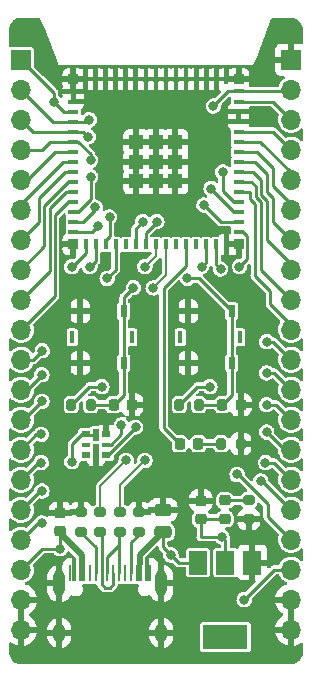
<source format=gbr>
%TF.GenerationSoftware,KiCad,Pcbnew,6.0.4*%
%TF.CreationDate,2022-04-14T12:40:58+02:00*%
%TF.ProjectId,esp32-s2-mini-1,65737033-322d-4733-922d-6d696e692d31,rev?*%
%TF.SameCoordinates,Original*%
%TF.FileFunction,Copper,L1,Top*%
%TF.FilePolarity,Positive*%
%FSLAX46Y46*%
G04 Gerber Fmt 4.6, Leading zero omitted, Abs format (unit mm)*
G04 Created by KiCad (PCBNEW 6.0.4) date 2022-04-14 12:40:58*
%MOMM*%
%LPD*%
G01*
G04 APERTURE LIST*
G04 Aperture macros list*
%AMRoundRect*
0 Rectangle with rounded corners*
0 $1 Rounding radius*
0 $2 $3 $4 $5 $6 $7 $8 $9 X,Y pos of 4 corners*
0 Add a 4 corners polygon primitive as box body*
4,1,4,$2,$3,$4,$5,$6,$7,$8,$9,$2,$3,0*
0 Add four circle primitives for the rounded corners*
1,1,$1+$1,$2,$3*
1,1,$1+$1,$4,$5*
1,1,$1+$1,$6,$7*
1,1,$1+$1,$8,$9*
0 Add four rect primitives between the rounded corners*
20,1,$1+$1,$2,$3,$4,$5,0*
20,1,$1+$1,$4,$5,$6,$7,0*
20,1,$1+$1,$6,$7,$8,$9,0*
20,1,$1+$1,$8,$9,$2,$3,0*%
G04 Aperture macros list end*
%TA.AperFunction,SMDPad,CuDef*%
%ADD10R,1.500000X2.000000*%
%TD*%
%TA.AperFunction,SMDPad,CuDef*%
%ADD11R,3.800000X2.000000*%
%TD*%
%TA.AperFunction,SMDPad,CuDef*%
%ADD12RoundRect,0.200000X0.200000X0.275000X-0.200000X0.275000X-0.200000X-0.275000X0.200000X-0.275000X0*%
%TD*%
%TA.AperFunction,SMDPad,CuDef*%
%ADD13RoundRect,0.200000X-0.275000X0.200000X-0.275000X-0.200000X0.275000X-0.200000X0.275000X0.200000X0*%
%TD*%
%TA.AperFunction,SMDPad,CuDef*%
%ADD14RoundRect,0.225000X0.250000X-0.225000X0.250000X0.225000X-0.250000X0.225000X-0.250000X-0.225000X0*%
%TD*%
%TA.AperFunction,SMDPad,CuDef*%
%ADD15RoundRect,0.250000X0.475000X-0.250000X0.475000X0.250000X-0.475000X0.250000X-0.475000X-0.250000X0*%
%TD*%
%TA.AperFunction,SMDPad,CuDef*%
%ADD16RoundRect,0.225000X0.225000X0.250000X-0.225000X0.250000X-0.225000X-0.250000X0.225000X-0.250000X0*%
%TD*%
%TA.AperFunction,SMDPad,CuDef*%
%ADD17R,0.450000X1.000000*%
%TD*%
%TA.AperFunction,SMDPad,CuDef*%
%ADD18R,0.600000X1.000000*%
%TD*%
%TA.AperFunction,SMDPad,CuDef*%
%ADD19RoundRect,0.218750X-0.256250X0.218750X-0.256250X-0.218750X0.256250X-0.218750X0.256250X0.218750X0*%
%TD*%
%TA.AperFunction,SMDPad,CuDef*%
%ADD20RoundRect,0.218750X0.218750X0.256250X-0.218750X0.256250X-0.218750X-0.256250X0.218750X-0.256250X0*%
%TD*%
%TA.AperFunction,SMDPad,CuDef*%
%ADD21R,0.250000X1.450000*%
%TD*%
%TA.AperFunction,SMDPad,CuDef*%
%ADD22R,0.300000X1.450000*%
%TD*%
%TA.AperFunction,ComponentPad*%
%ADD23RoundRect,0.500000X0.000000X-0.300000X0.000000X-0.300000X0.000000X0.300000X0.000000X0.300000X0*%
%TD*%
%TA.AperFunction,ComponentPad*%
%ADD24RoundRect,0.500000X0.000000X-0.600000X0.000000X-0.600000X0.000000X0.600000X0.000000X0.600000X0*%
%TD*%
%TA.AperFunction,SMDPad,CuDef*%
%ADD25R,0.812800X0.406400*%
%TD*%
%TA.AperFunction,SMDPad,CuDef*%
%ADD26R,0.406400X0.812800*%
%TD*%
%TA.AperFunction,SMDPad,CuDef*%
%ADD27R,1.193800X1.193800*%
%TD*%
%TA.AperFunction,SMDPad,CuDef*%
%ADD28R,0.812800X0.812800*%
%TD*%
%TA.AperFunction,SMDPad,CuDef*%
%ADD29RoundRect,0.200000X0.275000X-0.200000X0.275000X0.200000X-0.275000X0.200000X-0.275000X-0.200000X0*%
%TD*%
%TA.AperFunction,SMDPad,CuDef*%
%ADD30R,0.500000X1.000000*%
%TD*%
%TA.AperFunction,SMDPad,CuDef*%
%ADD31R,0.800000X0.500000*%
%TD*%
%TA.AperFunction,SMDPad,CuDef*%
%ADD32R,0.800000X0.300000*%
%TD*%
%TA.AperFunction,SMDPad,CuDef*%
%ADD33R,0.500000X1.480000*%
%TD*%
%TA.AperFunction,ComponentPad*%
%ADD34R,1.700000X1.700000*%
%TD*%
%TA.AperFunction,ComponentPad*%
%ADD35O,1.700000X1.700000*%
%TD*%
%TA.AperFunction,ViaPad*%
%ADD36C,0.800000*%
%TD*%
%TA.AperFunction,Conductor*%
%ADD37C,0.250000*%
%TD*%
%TA.AperFunction,Conductor*%
%ADD38C,0.200000*%
%TD*%
G04 APERTURE END LIST*
D10*
%TO.P,U2,1,GND*%
%TO.N,GND*%
X159300000Y-127660000D03*
%TO.P,U2,2,VO*%
%TO.N,+3V3*%
X157000000Y-127660000D03*
%TO.P,U2,3,VI*%
%TO.N,+5V*%
X154700000Y-127660000D03*
D11*
%TO.P,U2,4*%
%TO.N,N/C*%
X157000000Y-133960000D03*
%TD*%
D12*
%TO.P,R1,1*%
%TO.N,/RESET*%
X154749000Y-114300000D03*
%TO.P,R1,2*%
%TO.N,+3V3*%
X153099000Y-114300000D03*
%TD*%
D13*
%TO.P,R4,1*%
%TO.N,GND*%
X149730000Y-123402011D03*
%TO.P,R4,2*%
%TO.N,Net-(J2-PadB5)*%
X149730000Y-125052011D03*
%TD*%
%TO.P,R3,1*%
%TO.N,GND*%
X144780000Y-123402011D03*
%TO.P,R3,2*%
%TO.N,Net-(J2-PadA5)*%
X144780000Y-125052011D03*
%TD*%
D14*
%TO.P,C5,1*%
%TO.N,+3V3*%
X154940000Y-123965000D03*
%TO.P,C5,2*%
%TO.N,GND*%
X154940000Y-122415000D03*
%TD*%
D12*
%TO.P,R2,1*%
%TO.N,/IO0_BOOT*%
X145605000Y-114300000D03*
%TO.P,R2,2*%
%TO.N,+3V3*%
X143955000Y-114300000D03*
%TD*%
D15*
%TO.P,C4,1*%
%TO.N,+5V*%
X151730000Y-125077011D03*
%TO.P,C4,2*%
%TO.N,GND*%
X151730000Y-123177011D03*
%TD*%
D13*
%TO.P,R6,1*%
%TO.N,USB_P*%
X148080000Y-123402011D03*
%TO.P,R6,2*%
%TO.N,Net-(J2-PadA6)*%
X148080000Y-125052011D03*
%TD*%
D16*
%TO.P,C2,1*%
%TO.N,GND*%
X149111000Y-114300000D03*
%TO.P,C2,2*%
%TO.N,/IO0_BOOT*%
X147561000Y-114300000D03*
%TD*%
D17*
%TO.P,BOOT1,0*%
%TO.N,N/C*%
X149083000Y-108585000D03*
X144033000Y-108585000D03*
D18*
%TO.P,BOOT1,1,1*%
%TO.N,GND*%
X144708000Y-106385000D03*
X144708000Y-110785000D03*
%TO.P,BOOT1,2,2*%
%TO.N,/IO0_BOOT*%
X148408000Y-106385000D03*
X148408000Y-110785000D03*
%TD*%
D19*
%TO.P,D1,1,K*%
%TO.N,Net-(D1-Pad1)*%
X156972000Y-122402500D03*
%TO.P,D1,2,A*%
%TO.N,+3V3*%
X156972000Y-123977500D03*
%TD*%
D20*
%TO.P,D2,1,K*%
%TO.N,Net-(D2-Pad1)*%
X154711500Y-117602000D03*
%TO.P,D2,2,A*%
%TO.N,/IO26_LED*%
X153136500Y-117602000D03*
%TD*%
D21*
%TO.P,J2,A1,GND*%
%TO.N,GND*%
X143895000Y-128504000D03*
%TO.P,J2,A4,VBUS*%
%TO.N,+5V*%
X144695000Y-128504000D03*
%TO.P,J2,A5,CC1*%
%TO.N,Net-(J2-PadA5)*%
X146020000Y-128504000D03*
%TO.P,J2,A6,D+*%
%TO.N,Net-(J2-PadA6)*%
X147020000Y-128504000D03*
%TO.P,J2,A7,D-*%
%TO.N,Net-(J2-PadA7)*%
X147520000Y-128504000D03*
%TO.P,J2,A8,SBU1*%
%TO.N,unconnected-(J2-PadA8)*%
X148520000Y-128504000D03*
%TO.P,J2,A9,VBUS*%
%TO.N,+5V*%
X149845000Y-128504000D03*
%TO.P,J2,A12,GND*%
%TO.N,GND*%
X150645000Y-128504000D03*
D22*
%TO.P,J2,B1,GND*%
X150370000Y-128504000D03*
%TO.P,J2,B4,VBUS*%
%TO.N,+5V*%
X149570000Y-128504000D03*
D21*
%TO.P,J2,B5,CC2*%
%TO.N,Net-(J2-PadB5)*%
X149020000Y-128504000D03*
%TO.P,J2,B6,D+*%
%TO.N,Net-(J2-PadA6)*%
X148020000Y-128504000D03*
%TO.P,J2,B7,D-*%
%TO.N,Net-(J2-PadA7)*%
X146520000Y-128504000D03*
%TO.P,J2,B8,SBU2*%
%TO.N,unconnected-(J2-PadB8)*%
X145520000Y-128504000D03*
D22*
%TO.P,J2,B9,VBUS*%
%TO.N,+5V*%
X144970000Y-128504000D03*
%TO.P,J2,B12,GND*%
%TO.N,GND*%
X144170000Y-128504000D03*
D23*
%TO.P,J2,S1,SHIELD*%
X151590000Y-133604000D03*
D24*
X142950000Y-129424000D03*
X151590000Y-129424000D03*
D23*
X142950000Y-133604000D03*
%TD*%
D25*
%TO.P,U1,1,GND*%
%TO.N,GND*%
X144130001Y-87778514D03*
%TO.P,U1,2,GND*%
X144130001Y-88628515D03*
%TO.P,U1,3,3V3*%
%TO.N,+3V3*%
X144130001Y-89478515D03*
%TO.P,U1,4,IO0*%
%TO.N,/IO0_BOOT*%
X144130001Y-90328514D03*
%TO.P,U1,5,IO1*%
%TO.N,/IO1_APA_DTA*%
X144130001Y-91178515D03*
%TO.P,U1,6,IO2*%
%TO.N,/IO2_APA_CLK*%
X144130001Y-92028515D03*
%TO.P,U1,7,IO3*%
%TO.N,/IO3*%
X144130001Y-92878514D03*
%TO.P,U1,8,IO4*%
%TO.N,/IO4*%
X144130001Y-93728515D03*
%TO.P,U1,9,IO5*%
%TO.N,/IO5*%
X144130001Y-94578515D03*
%TO.P,U1,10,IO6*%
%TO.N,/IO6*%
X144130001Y-95428514D03*
%TO.P,U1,11,IO7*%
%TO.N,/IO7*%
X144130001Y-96278515D03*
%TO.P,U1,12,IO8*%
%TO.N,/IO8*%
X144130001Y-97128515D03*
%TO.P,U1,13,IO9*%
%TO.N,/IO9*%
X144130001Y-97978514D03*
%TO.P,U1,14,IO10*%
%TO.N,/IO10*%
X144130001Y-98828515D03*
%TO.P,U1,15,IO11*%
%TO.N,/IO11*%
X144130001Y-99678515D03*
D26*
%TO.P,U1,16,IO12*%
%TO.N,/IO12*%
X145179999Y-100728513D03*
%TO.P,U1,17,IO13*%
%TO.N,/IO13*%
X146030000Y-100728513D03*
%TO.P,U1,18,IO14*%
%TO.N,/IO14*%
X146880001Y-100728513D03*
%TO.P,U1,19,IO15*%
%TO.N,/IO15*%
X147729999Y-100728513D03*
%TO.P,U1,20,IO16*%
%TO.N,unconnected-(U1-Pad20)*%
X148580000Y-100728513D03*
%TO.P,U1,21,IO17*%
%TO.N,/IO17*%
X149430001Y-100728513D03*
%TO.P,U1,22,IO18*%
%TO.N,/IO18*%
X150279999Y-100728513D03*
%TO.P,U1,23,IO19*%
%TO.N,USB_N*%
X151130000Y-100728513D03*
%TO.P,U1,24,IO20*%
%TO.N,USB_P*%
X151980001Y-100728513D03*
%TO.P,U1,25,IO21*%
%TO.N,unconnected-(U1-Pad25)*%
X152829999Y-100728513D03*
%TO.P,U1,26,IO26*%
%TO.N,/IO26_LED*%
X153680000Y-100728513D03*
%TO.P,U1,27,NC*%
%TO.N,unconnected-(U1-Pad27)*%
X154530001Y-100728513D03*
%TO.P,U1,28,IO33*%
%TO.N,/IO33*%
X155379999Y-100728513D03*
%TO.P,U1,29,IO34*%
%TO.N,/IO34*%
X156230000Y-100728513D03*
%TO.P,U1,30,GND*%
%TO.N,GND*%
X157080001Y-100728513D03*
D25*
%TO.P,U1,31,IO35*%
%TO.N,/IO35*%
X158129999Y-99678515D03*
%TO.P,U1,32,IO36*%
%TO.N,/IO36*%
X158129999Y-98828515D03*
%TO.P,U1,33,IO37*%
%TO.N,/IO37*%
X158129999Y-97978514D03*
%TO.P,U1,34,IO38*%
%TO.N,/IO38*%
X158129999Y-97128515D03*
%TO.P,U1,35,IO39*%
%TO.N,/IO39*%
X158129999Y-96278515D03*
%TO.P,U1,36,IO40*%
%TO.N,/IO40*%
X158129999Y-95428514D03*
%TO.P,U1,37,IO41*%
%TO.N,/IO41*%
X158129999Y-94578515D03*
%TO.P,U1,38,IO42*%
%TO.N,/IO42*%
X158129999Y-93728515D03*
%TO.P,U1,39,TXD0*%
%TO.N,/TX*%
X158129999Y-92878514D03*
%TO.P,U1,40,RXD0*%
%TO.N,/RX*%
X158129999Y-92028515D03*
%TO.P,U1,41,IO45*%
%TO.N,/IO45*%
X158129999Y-91178515D03*
%TO.P,U1,42,GND*%
%TO.N,GND*%
X158129999Y-90328514D03*
%TO.P,U1,43,GND*%
X158129999Y-89478515D03*
%TO.P,U1,44,IO46*%
%TO.N,/IO46*%
X158129999Y-88628515D03*
%TO.P,U1,45,EN*%
%TO.N,/RESET*%
X158129999Y-87778514D03*
D26*
%TO.P,U1,46,GND*%
%TO.N,GND*%
X157080001Y-86728516D03*
%TO.P,U1,47,GND*%
X156230000Y-86728516D03*
%TO.P,U1,48,GND*%
X155379999Y-86728516D03*
%TO.P,U1,49,GND*%
X154530001Y-86728516D03*
%TO.P,U1,50,GND*%
X153680000Y-86728516D03*
%TO.P,U1,51,GND*%
X152829999Y-86728516D03*
%TO.P,U1,52,GND*%
X151980001Y-86728516D03*
%TO.P,U1,53,GND*%
X151130000Y-86728516D03*
%TO.P,U1,54,GND*%
X150279999Y-86728516D03*
%TO.P,U1,55,GND*%
X149430001Y-86728516D03*
%TO.P,U1,56,GND*%
X148580000Y-86728516D03*
%TO.P,U1,57,GND*%
X147729999Y-86728516D03*
%TO.P,U1,58,GND*%
X146880001Y-86728516D03*
%TO.P,U1,59,GND*%
X146030000Y-86728516D03*
%TO.P,U1,60,GND*%
X145179999Y-86728516D03*
D27*
%TO.P,U1,61,GND*%
X151130000Y-93728515D03*
D28*
%TO.P,U1,62,GND*%
X144130001Y-86728516D03*
%TO.P,U1,63,GND*%
X144130001Y-100728516D03*
%TO.P,U1,64,GND*%
X158129999Y-100728516D03*
%TO.P,U1,65,GND*%
X158129999Y-86728516D03*
D27*
%TO.P,U1,66,GND*%
X149480000Y-92078515D03*
%TO.P,U1,67,GND*%
X151130000Y-92078515D03*
%TO.P,U1,68,GND*%
X152780000Y-92078515D03*
%TO.P,U1,69,GND*%
X149480000Y-93728515D03*
%TO.P,U1,70,GND*%
X152780000Y-93728515D03*
%TO.P,U1,71,GND*%
X149480000Y-95378515D03*
%TO.P,U1,72,GND*%
X151130000Y-95378515D03*
%TO.P,U1,73,GND*%
X152780000Y-95378515D03*
%TD*%
D12*
%TO.P,R8,1*%
%TO.N,GND*%
X158305000Y-117602000D03*
%TO.P,R8,2*%
%TO.N,Net-(D2-Pad1)*%
X156655000Y-117602000D03*
%TD*%
D13*
%TO.P,R5,1*%
%TO.N,USB_N*%
X146430000Y-123402011D03*
%TO.P,R5,2*%
%TO.N,Net-(J2-PadA7)*%
X146430000Y-125052011D03*
%TD*%
D16*
%TO.P,C1,1*%
%TO.N,GND*%
X158305000Y-114300000D03*
%TO.P,C1,2*%
%TO.N,/RESET*%
X156755000Y-114300000D03*
%TD*%
D17*
%TO.P,RESET1,0*%
%TO.N,N/C*%
X153177000Y-108585000D03*
X158227000Y-108585000D03*
D18*
%TO.P,RESET1,1,1*%
%TO.N,GND*%
X153852000Y-106385000D03*
X153852000Y-110785000D03*
%TO.P,RESET1,2,2*%
%TO.N,/RESET*%
X157552000Y-106385000D03*
X157552000Y-110785000D03*
%TD*%
D14*
%TO.P,C3,1*%
%TO.N,+5V*%
X143030000Y-125002011D03*
%TO.P,C3,2*%
%TO.N,GND*%
X143030000Y-123452011D03*
%TD*%
D29*
%TO.P,R7,1*%
%TO.N,GND*%
X159004000Y-124015000D03*
%TO.P,R7,2*%
%TO.N,Net-(D1-Pad1)*%
X159004000Y-122365000D03*
%TD*%
D30*
%TO.P,D3,1,VDD*%
%TO.N,+5V*%
X146050000Y-116840000D03*
D31*
X145200000Y-116770000D03*
D32*
%TO.P,D3,2,CKO*%
%TO.N,unconnected-(D3-Pad2)*%
X145200000Y-117670000D03*
D31*
%TO.P,D3,3,SDO*%
%TO.N,unconnected-(D3-Pad3)*%
X145200000Y-118570000D03*
%TO.P,D3,4,SDI*%
%TO.N,/IO1_APA_DTA*%
X146900000Y-118570000D03*
D32*
%TO.P,D3,5,CKI*%
%TO.N,/IO2_APA_CLK*%
X146900000Y-117670000D03*
D33*
%TO.P,D3,6,GND*%
%TO.N,GND*%
X146050000Y-118260000D03*
D31*
X146900000Y-116770000D03*
%TD*%
D34*
%TO.P,J1,1,Pin_1*%
%TO.N,+3V3*%
X139700000Y-85095000D03*
D35*
%TO.P,J1,2,Pin_2*%
%TO.N,/IO0_BOOT*%
X139700000Y-87635000D03*
%TO.P,J1,3,Pin_3*%
%TO.N,/IO1_APA_DTA*%
X139700000Y-90175000D03*
%TO.P,J1,4,Pin_4*%
%TO.N,/IO2_APA_CLK*%
X139700000Y-92715000D03*
%TO.P,J1,5,Pin_5*%
%TO.N,/IO3*%
X139700000Y-95255000D03*
%TO.P,J1,6,Pin_6*%
%TO.N,/IO4*%
X139700000Y-97795000D03*
%TO.P,J1,7,Pin_7*%
%TO.N,/IO5*%
X139700000Y-100335000D03*
%TO.P,J1,8,Pin_8*%
%TO.N,/IO6*%
X139700000Y-102875000D03*
%TO.P,J1,9,Pin_9*%
%TO.N,/IO7*%
X139700000Y-105415000D03*
%TO.P,J1,10,Pin_10*%
%TO.N,/IO8*%
X139700000Y-107955000D03*
%TO.P,J1,11,Pin_11*%
%TO.N,/IO9*%
X139700000Y-110495000D03*
%TO.P,J1,12,Pin_12*%
%TO.N,/IO10*%
X139700000Y-113035000D03*
%TO.P,J1,13,Pin_13*%
%TO.N,/IO11*%
X139700000Y-115575000D03*
%TO.P,J1,14,Pin_14*%
%TO.N,/IO12*%
X139700000Y-118115000D03*
%TO.P,J1,15,Pin_15*%
%TO.N,/IO13*%
X139700000Y-120655000D03*
%TO.P,J1,16,Pin_16*%
%TO.N,/IO14*%
X139700000Y-123195000D03*
%TO.P,J1,17,Pin_17*%
%TO.N,/IO15*%
X139700000Y-125735000D03*
%TO.P,J1,18,Pin_18*%
%TO.N,+5V*%
X139700000Y-128275000D03*
%TO.P,J1,19,Pin_19*%
%TO.N,GND*%
X139700000Y-130815000D03*
%TO.P,J1,20,Pin_20*%
X139700000Y-133355000D03*
%TD*%
D34*
%TO.P,J3,1,Pin_1*%
%TO.N,GND*%
X162560000Y-85095000D03*
D35*
%TO.P,J3,2,Pin_2*%
%TO.N,/RESET*%
X162560000Y-87635000D03*
%TO.P,J3,3,Pin_3*%
%TO.N,/IO46*%
X162560000Y-90175000D03*
%TO.P,J3,4,Pin_4*%
%TO.N,/IO45*%
X162560000Y-92715000D03*
%TO.P,J3,5,Pin_5*%
%TO.N,/RX*%
X162560000Y-95255000D03*
%TO.P,J3,6,Pin_6*%
%TO.N,/TX*%
X162560000Y-97795000D03*
%TO.P,J3,7,Pin_7*%
%TO.N,/IO42*%
X162560000Y-100335000D03*
%TO.P,J3,8,Pin_8*%
%TO.N,/IO41*%
X162560000Y-102875000D03*
%TO.P,J3,9,Pin_9*%
%TO.N,/IO40*%
X162560000Y-105415000D03*
%TO.P,J3,10,Pin_10*%
%TO.N,/IO39*%
X162560000Y-107955000D03*
%TO.P,J3,11,Pin_11*%
%TO.N,/IO38*%
X162560000Y-110495000D03*
%TO.P,J3,12,Pin_12*%
%TO.N,/IO37*%
X162560000Y-113035000D03*
%TO.P,J3,13,Pin_13*%
%TO.N,/IO36*%
X162560000Y-115575000D03*
%TO.P,J3,14,Pin_14*%
%TO.N,/IO35*%
X162560000Y-118115000D03*
%TO.P,J3,15,Pin_15*%
%TO.N,/IO34*%
X162560000Y-120655000D03*
%TO.P,J3,16,Pin_16*%
%TO.N,/IO33*%
X162560000Y-123195000D03*
%TO.P,J3,17,Pin_17*%
%TO.N,/IO18*%
X162560000Y-125735000D03*
%TO.P,J3,18,Pin_18*%
%TO.N,/IO17*%
X162560000Y-128275000D03*
%TO.P,J3,19,Pin_19*%
%TO.N,GND*%
X162560000Y-130815000D03*
%TO.P,J3,20,Pin_20*%
X162560000Y-133355000D03*
%TD*%
D36*
%TO.N,+5V*%
X144018000Y-119126000D03*
X143002000Y-126492000D03*
X152400000Y-127013511D03*
%TO.N,+3V3*%
X142494000Y-88646000D03*
X146558000Y-112776000D03*
X155702000Y-112776000D03*
X156718000Y-125476000D03*
%TO.N,USB_N*%
X150200000Y-102600000D03*
X148600000Y-119000000D03*
%TO.N,USB_P*%
X150200000Y-119000000D03*
X150899500Y-104400000D03*
%TO.N,/IO9*%
X141500000Y-109728000D03*
X145600000Y-95000000D03*
%TO.N,/IO10*%
X146000000Y-97600000D03*
X141478000Y-111760000D03*
%TO.N,/IO11*%
X141478000Y-114000000D03*
X146200000Y-99200000D03*
%TO.N,/IO12*%
X144018000Y-102616000D03*
X141400000Y-116800000D03*
%TO.N,/IO13*%
X145533394Y-102616000D03*
X141400000Y-119200000D03*
%TO.N,/IO14*%
X141478000Y-121600000D03*
X147200000Y-98400000D03*
%TO.N,/IO15*%
X147000000Y-103600000D03*
X141478000Y-124300000D03*
%TO.N,/IO33*%
X160000000Y-120750000D03*
X155000000Y-102600000D03*
%TO.N,/IO18*%
X158000000Y-120200000D03*
X151200000Y-98800000D03*
%TO.N,/IO17*%
X150000000Y-98800000D03*
X158600000Y-130800000D03*
%TO.N,/IO38*%
X156800000Y-94600000D03*
X160528000Y-108966000D03*
%TO.N,/IO37*%
X160500000Y-111600000D03*
X155800000Y-96000000D03*
%TO.N,/IO36*%
X155200000Y-97400000D03*
X160500000Y-114300000D03*
%TO.N,/IO35*%
X160500000Y-116600000D03*
X158200000Y-102600000D03*
%TO.N,/IO34*%
X160400000Y-119200000D03*
X156600000Y-102800000D03*
%TO.N,/IO0_BOOT*%
X149225000Y-104394000D03*
X145500000Y-90170000D03*
%TO.N,/RESET*%
X153800000Y-103600000D03*
X156000000Y-89000000D03*
%TO.N,/IO1_APA_DTA*%
X149400000Y-116200000D03*
X145400000Y-91600000D03*
%TO.N,/IO2_APA_CLK*%
X148200000Y-116000000D03*
X145600000Y-93600000D03*
%TD*%
D37*
%TO.N,+5V*%
X151415500Y-125077011D02*
X151730000Y-125077011D01*
X151730000Y-126343511D02*
X152400000Y-127013511D01*
X139700000Y-128270000D02*
X141478000Y-126492000D01*
X149570000Y-128504000D02*
X149570000Y-126922511D01*
X144018000Y-119126000D02*
X144018000Y-117652978D01*
X144018000Y-117652978D02*
X144900978Y-116770000D01*
X154700000Y-127660000D02*
X153046489Y-127660000D01*
X153046489Y-127660000D02*
X152400000Y-127013511D01*
X143002000Y-126492000D02*
X143030000Y-126464000D01*
X151730000Y-125077011D02*
X151730000Y-126343511D01*
X143030000Y-126464000D02*
X143030000Y-125002011D01*
X143030000Y-125002011D02*
X144970000Y-126942011D01*
X143002000Y-125030011D02*
X143030000Y-125002011D01*
X144900978Y-116770000D02*
X145200000Y-116770000D01*
X146050000Y-116840000D02*
X145270000Y-116840000D01*
X149845000Y-127812011D02*
X149845000Y-127028511D01*
X149570000Y-126922511D02*
X151415500Y-125077011D01*
X144695000Y-128504000D02*
X144695000Y-127055511D01*
X144695000Y-127055511D02*
X143002000Y-125362511D01*
X141478000Y-126492000D02*
X143002000Y-126492000D01*
X144970000Y-126942011D02*
X144970000Y-128504000D01*
X145270000Y-116840000D02*
X145200000Y-116770000D01*
X139700000Y-128275000D02*
X139700000Y-128270000D01*
X143002000Y-125362511D02*
X143002000Y-125030011D01*
X149845000Y-127028511D02*
X151542084Y-125331427D01*
%TO.N,+3V3*%
X156959500Y-123965000D02*
X156972000Y-123977500D01*
X154940000Y-123965000D02*
X156959500Y-123965000D01*
X153099000Y-114300000D02*
X154623000Y-112776000D01*
X156718000Y-125476000D02*
X154940000Y-125476000D01*
X142494000Y-88646000D02*
X142494000Y-87889000D01*
X145479000Y-112776000D02*
X146558000Y-112776000D01*
X142494000Y-88646000D02*
X143326515Y-89478515D01*
X142494000Y-87889000D02*
X139700000Y-85095000D01*
X154940000Y-125476000D02*
X154940000Y-123965000D01*
X143326515Y-89478515D02*
X144130001Y-89478515D01*
X157000000Y-125758000D02*
X157000000Y-127660000D01*
X156718000Y-125476000D02*
X157000000Y-125758000D01*
X154623000Y-112776000D02*
X155702000Y-112776000D01*
X143955000Y-114300000D02*
X145479000Y-112776000D01*
%TO.N,Net-(J2-PadA5)*%
X146020000Y-126342011D02*
X146020000Y-128504000D01*
X144730000Y-125052011D02*
X146020000Y-126342011D01*
%TO.N,Net-(J2-PadA6)*%
X147020000Y-128504000D02*
X147020000Y-127217011D01*
X148020000Y-126217011D02*
X148020000Y-128504000D01*
X148020000Y-125062011D02*
X148020000Y-126217011D01*
X148330000Y-125052011D02*
X148020000Y-125362011D01*
X147020000Y-127217011D02*
X148020000Y-126217011D01*
%TO.N,Net-(J2-PadA7)*%
X147206491Y-129816531D02*
X146833509Y-129816531D01*
X146833509Y-129816531D02*
X146520000Y-129503022D01*
X146520000Y-125002011D02*
X146520000Y-129367011D01*
X146270000Y-125052011D02*
X146520000Y-125302011D01*
X147520000Y-129503022D02*
X147206491Y-129816531D01*
X146520000Y-129503022D02*
X146520000Y-128504000D01*
X147520000Y-128504000D02*
X147520000Y-129503022D01*
%TO.N,Net-(J2-PadB5)*%
X149930000Y-125052011D02*
X149020000Y-125962011D01*
X149020000Y-125962011D02*
X149020000Y-128504000D01*
D38*
%TO.N,USB_N*%
X148600000Y-119000000D02*
X146430000Y-121170000D01*
X151130000Y-101670000D02*
X151130000Y-100728513D01*
X146430000Y-121170000D02*
X146430000Y-123402011D01*
X150200000Y-102600000D02*
X151130000Y-101670000D01*
%TO.N,USB_P*%
X151980001Y-103319499D02*
X151980001Y-100728513D01*
X150899500Y-104400000D02*
X151980001Y-103319499D01*
X148080000Y-121120000D02*
X148080000Y-123402011D01*
X150200000Y-119000000D02*
X148080000Y-121120000D01*
D37*
%TO.N,/TX*%
X161036000Y-95758000D02*
X161036000Y-94234000D01*
X162560000Y-97282000D02*
X161036000Y-95758000D01*
X162560000Y-97795000D02*
X162560000Y-97282000D01*
X159680514Y-92878514D02*
X158129999Y-92878514D01*
X161036000Y-94234000D02*
X159680514Y-92878514D01*
%TO.N,/RX*%
X159971015Y-92028515D02*
X158129999Y-92028515D01*
X162560000Y-94617500D02*
X159971015Y-92028515D01*
X162560000Y-95255000D02*
X162560000Y-94617500D01*
%TO.N,Net-(D1-Pad1)*%
X158966500Y-122402500D02*
X159004000Y-122365000D01*
X156972000Y-122402500D02*
X158966500Y-122402500D01*
%TO.N,Net-(D2-Pad1)*%
X154711500Y-117602000D02*
X156655000Y-117602000D01*
%TO.N,/IO3*%
X142579486Y-92878514D02*
X144130001Y-92878514D01*
X140203000Y-95255000D02*
X142579486Y-92878514D01*
X139700000Y-95255000D02*
X140203000Y-95255000D01*
%TO.N,/IO4*%
X139700000Y-97795000D02*
X139700000Y-97282000D01*
X143253485Y-93728515D02*
X144130001Y-93728515D01*
X139700000Y-97282000D02*
X143253485Y-93728515D01*
%TO.N,/IO5*%
X143419485Y-94578515D02*
X144130001Y-94578515D01*
X141224000Y-98811000D02*
X141224000Y-96774000D01*
X141224000Y-96774000D02*
X143419485Y-94578515D01*
X139700000Y-100335000D02*
X141224000Y-98811000D01*
%TO.N,/IO6*%
X141673520Y-97476374D02*
X143721380Y-95428514D01*
X143721380Y-95428514D02*
X144130001Y-95428514D01*
X141673520Y-100901480D02*
X141673520Y-97476374D01*
X139700000Y-102875000D02*
X141673520Y-100901480D01*
%TO.N,/IO7*%
X143507097Y-96278515D02*
X144130001Y-96278515D01*
X142123040Y-97662572D02*
X143507097Y-96278515D01*
X142123040Y-102991960D02*
X142123040Y-97662572D01*
X139700000Y-105415000D02*
X142123040Y-102991960D01*
%TO.N,/IO8*%
X139700000Y-107955000D02*
X142572560Y-105082440D01*
X143721378Y-97128515D02*
X144130001Y-97128515D01*
X142572560Y-105082440D02*
X142572560Y-98277333D01*
X142572560Y-98277333D02*
X143721378Y-97128515D01*
%TO.N,/IO9*%
X144538624Y-97978514D02*
X144130001Y-97978514D01*
X145600000Y-95000000D02*
X145600000Y-96917138D01*
X141500000Y-109728000D02*
X140733000Y-110495000D01*
X145600000Y-96917138D02*
X144538624Y-97978514D01*
X140733000Y-110495000D02*
X139700000Y-110495000D01*
%TO.N,/IO10*%
X140203000Y-113035000D02*
X139700000Y-113035000D01*
X144971485Y-98828515D02*
X144130001Y-98828515D01*
X146000000Y-97800000D02*
X144971485Y-98828515D01*
X141478000Y-111760000D02*
X140203000Y-113035000D01*
X146000000Y-97600000D02*
X146000000Y-97800000D01*
%TO.N,/IO11*%
X145721485Y-99678515D02*
X144130001Y-99678515D01*
X141478000Y-114000000D02*
X139903000Y-115575000D01*
X146200000Y-99200000D02*
X145721485Y-99678515D01*
X139903000Y-115575000D02*
X139700000Y-115575000D01*
%TO.N,/IO12*%
X144018000Y-102616000D02*
X145179999Y-101454001D01*
X141400000Y-116800000D02*
X141015000Y-116800000D01*
X145179999Y-101454001D02*
X145179999Y-100728513D01*
X141015000Y-116800000D02*
X139700000Y-118115000D01*
%TO.N,/IO13*%
X146030000Y-102119394D02*
X146030000Y-100728513D01*
X141155000Y-119200000D02*
X139700000Y-120655000D01*
X141400000Y-119200000D02*
X141155000Y-119200000D01*
X145533394Y-102616000D02*
X146030000Y-102119394D01*
%TO.N,/IO14*%
X147200000Y-99999890D02*
X146880001Y-100319889D01*
X141295000Y-121600000D02*
X139700000Y-123195000D01*
X146880001Y-100319889D02*
X146880001Y-100728513D01*
X147200000Y-98400000D02*
X147200000Y-99999890D01*
X141478000Y-121600000D02*
X141295000Y-121600000D01*
%TO.N,/IO15*%
X147000000Y-103600000D02*
X147729999Y-102870001D01*
X147729999Y-102870001D02*
X147729999Y-100728513D01*
X141478000Y-124300000D02*
X141135000Y-124300000D01*
X141135000Y-124300000D02*
X139700000Y-125735000D01*
%TO.N,/IO33*%
X160115000Y-120750000D02*
X162560000Y-123195000D01*
X160000000Y-120750000D02*
X160115000Y-120750000D01*
X155379999Y-102220001D02*
X155379999Y-100728513D01*
X155000000Y-102600000D02*
X155379999Y-102220001D01*
%TO.N,/IO18*%
X160600000Y-123775000D02*
X160600000Y-122744217D01*
X160600000Y-122744217D02*
X158055783Y-120200000D01*
X158055783Y-120200000D02*
X158000000Y-120200000D01*
X162560000Y-125735000D02*
X160600000Y-123775000D01*
X150279999Y-99720001D02*
X150279999Y-100728513D01*
X151200000Y-98800000D02*
X150279999Y-99720001D01*
%TO.N,/IO17*%
X150000000Y-98800000D02*
X149430001Y-99369999D01*
X162560000Y-128275000D02*
X161125000Y-128275000D01*
X161125000Y-128275000D02*
X158600000Y-130800000D01*
X149430001Y-99369999D02*
X149430001Y-100728513D01*
%TO.N,/IO46*%
X162560000Y-90175000D02*
X161013515Y-88628515D01*
X161013515Y-88628515D02*
X158129999Y-88628515D01*
%TO.N,/IO45*%
X162560000Y-92715000D02*
X161023515Y-91178515D01*
X161023515Y-91178515D02*
X158129999Y-91178515D01*
%TO.N,/IO42*%
X159514515Y-93728515D02*
X158129999Y-93728515D01*
X161036000Y-98811000D02*
X161036000Y-96774000D01*
X161036000Y-96774000D02*
X160528000Y-96266000D01*
X160528000Y-94742000D02*
X159514515Y-93728515D01*
X160528000Y-96266000D02*
X160528000Y-94742000D01*
X162560000Y-100335000D02*
X161036000Y-98811000D01*
%TO.N,/IO41*%
X160528000Y-97028000D02*
X160020000Y-96520000D01*
X162560000Y-102875000D02*
X162560000Y-102362000D01*
X160020000Y-95250000D02*
X159348515Y-94578515D01*
X159348515Y-94578515D02*
X158129999Y-94578515D01*
X162560000Y-102362000D02*
X160528000Y-100330000D01*
X160528000Y-100330000D02*
X160528000Y-97028000D01*
X160020000Y-96520000D02*
X160020000Y-95250000D01*
%TO.N,/IO40*%
X162560000Y-105415000D02*
X160020000Y-102875000D01*
X159570480Y-96706197D02*
X159570480Y-95816480D01*
X160020000Y-102875000D02*
X160020000Y-97155718D01*
X160020000Y-97155718D02*
X159570480Y-96706197D01*
X159570480Y-95816480D02*
X159182514Y-95428514D01*
X159182514Y-95428514D02*
X158129999Y-95428514D01*
%TO.N,/IO39*%
X159512000Y-97283435D02*
X159120961Y-96892396D01*
X159512000Y-103378000D02*
X159512000Y-97283435D01*
X159120961Y-96892396D02*
X159120960Y-96266000D01*
X162560000Y-107571500D02*
X160782000Y-105793500D01*
X159120960Y-96266000D02*
X158496000Y-96266000D01*
X160782000Y-105793500D02*
X160782000Y-104648000D01*
X162560000Y-107955000D02*
X162560000Y-107571500D01*
X160782000Y-104648000D02*
X159512000Y-103378000D01*
%TO.N,/IO38*%
X161031000Y-108966000D02*
X162560000Y-110495000D01*
X160528000Y-108966000D02*
X161031000Y-108966000D01*
X156800000Y-96207138D02*
X157721377Y-97128515D01*
X156800000Y-94600000D02*
X156800000Y-96207138D01*
X157721377Y-97128515D02*
X158129999Y-97128515D01*
%TO.N,/IO37*%
X160500000Y-111600000D02*
X161125000Y-111600000D01*
X157778514Y-97978514D02*
X158129999Y-97978514D01*
X155800000Y-96000000D02*
X157778514Y-97978514D01*
X161125000Y-111600000D02*
X162560000Y-113035000D01*
%TO.N,/IO36*%
X161285000Y-114300000D02*
X162560000Y-115575000D01*
X155200000Y-97400000D02*
X156628515Y-98828515D01*
X156628515Y-98828515D02*
X158129999Y-98828515D01*
X160500000Y-114300000D02*
X161285000Y-114300000D01*
%TO.N,/IO35*%
X158860910Y-99997605D02*
X158541820Y-99678515D01*
X158200000Y-102600000D02*
X158860910Y-101939090D01*
X158860910Y-101939090D02*
X158860910Y-99997605D01*
X158541820Y-99678515D02*
X158129999Y-99678515D01*
X160500000Y-116600000D02*
X162015000Y-118115000D01*
X162015000Y-118115000D02*
X162560000Y-118115000D01*
%TO.N,/IO34*%
X156600000Y-102800000D02*
X156230000Y-102430000D01*
X160400000Y-119200000D02*
X161105000Y-119200000D01*
X161105000Y-119200000D02*
X162560000Y-120655000D01*
X156230000Y-102430000D02*
X156230000Y-100728513D01*
%TO.N,/IO0_BOOT*%
X147561000Y-114300000D02*
X145605000Y-114300000D01*
X148408000Y-110785000D02*
X148408000Y-113453000D01*
X148408000Y-106385000D02*
X148408000Y-110785000D01*
X148408000Y-113453000D02*
X147561000Y-114300000D01*
X145341486Y-90328514D02*
X144130001Y-90328514D01*
X148408000Y-105211000D02*
X148408000Y-106385000D01*
X142393514Y-90328514D02*
X144130001Y-90328514D01*
X145500000Y-90170000D02*
X145341486Y-90328514D01*
X139700000Y-87635000D02*
X142393514Y-90328514D01*
X149225000Y-104394000D02*
X148408000Y-105211000D01*
%TO.N,/IO26_LED*%
X153680000Y-102520000D02*
X153680000Y-100728513D01*
X151800000Y-104400000D02*
X153680000Y-102520000D01*
X151800000Y-116265500D02*
X151800000Y-104400000D01*
X153136500Y-117602000D02*
X151800000Y-116265500D01*
%TO.N,/RESET*%
X153800000Y-103600000D02*
X154767000Y-103600000D01*
X158129999Y-87778514D02*
X162416486Y-87778514D01*
X154767000Y-103600000D02*
X157552000Y-106385000D01*
X156000000Y-89000000D02*
X157221486Y-87778514D01*
X157552000Y-110785000D02*
X157552000Y-113503000D01*
X157552000Y-113503000D02*
X156755000Y-114300000D01*
X162416486Y-87778514D02*
X162560000Y-87635000D01*
X157221486Y-87778514D02*
X158129999Y-87778514D01*
X156755000Y-114300000D02*
X155130000Y-114300000D01*
X157552000Y-106385000D02*
X157552000Y-110785000D01*
%TO.N,/IO1_APA_DTA*%
X149400000Y-116204740D02*
X147034740Y-118570000D01*
X145400000Y-91600000D02*
X144978515Y-91178515D01*
X141739485Y-91178515D02*
X144130001Y-91178515D01*
X140711000Y-91186000D02*
X141732000Y-91186000D01*
X149400000Y-116200000D02*
X149400000Y-116204740D01*
X147034740Y-118570000D02*
X146900000Y-118570000D01*
X139700000Y-90175000D02*
X140711000Y-91186000D01*
X144978515Y-91178515D02*
X144130001Y-91178515D01*
X141732000Y-91186000D02*
X141739485Y-91178515D01*
%TO.N,/IO2_APA_CLK*%
X147299022Y-117670000D02*
X146900000Y-117670000D01*
X148200000Y-116769022D02*
X147299022Y-117670000D01*
X148200000Y-116000000D02*
X148200000Y-116769022D01*
X145600000Y-93600000D02*
X145600000Y-93089891D01*
X141473000Y-92715000D02*
X142159485Y-92028515D01*
X144538624Y-92028515D02*
X144130001Y-92028515D01*
X145600000Y-93089891D02*
X144538624Y-92028515D01*
X139700000Y-92715000D02*
X141473000Y-92715000D01*
X142159485Y-92028515D02*
X144130001Y-92028515D01*
%TD*%
%TA.AperFunction,Conductor*%
%TO.N,GND*%
G36*
X141299660Y-81550502D02*
G01*
X141348833Y-81610476D01*
X141708487Y-82527076D01*
X142821067Y-85362548D01*
X142875000Y-85500000D01*
X159385000Y-85500000D01*
X159650686Y-84822885D01*
X161202000Y-84822885D01*
X161206475Y-84838124D01*
X161207865Y-84839329D01*
X161215548Y-84841000D01*
X162287885Y-84841000D01*
X162303124Y-84836525D01*
X162304329Y-84835135D01*
X162306000Y-84827452D01*
X162306000Y-83755116D01*
X162301525Y-83739877D01*
X162300135Y-83738672D01*
X162292452Y-83737001D01*
X161665331Y-83737001D01*
X161658510Y-83737371D01*
X161607648Y-83742895D01*
X161592396Y-83746521D01*
X161471946Y-83791676D01*
X161456351Y-83800214D01*
X161354276Y-83876715D01*
X161341715Y-83889276D01*
X161265214Y-83991351D01*
X161256676Y-84006946D01*
X161211522Y-84127394D01*
X161207895Y-84142649D01*
X161202369Y-84193514D01*
X161202000Y-84200328D01*
X161202000Y-84822885D01*
X159650686Y-84822885D01*
X160911167Y-81610476D01*
X160954669Y-81554369D01*
X161028461Y-81530500D01*
X162520217Y-81530500D01*
X162541502Y-81532749D01*
X162544234Y-81532788D01*
X162556372Y-81535382D01*
X162568577Y-81533134D01*
X162579930Y-81533295D01*
X162590706Y-81533910D01*
X162627455Y-81537593D01*
X162722447Y-81547114D01*
X162743640Y-81551093D01*
X162893954Y-81592899D01*
X162914162Y-81600435D01*
X163055131Y-81667257D01*
X163073757Y-81678128D01*
X163201280Y-81768021D01*
X163217779Y-81781911D01*
X163328089Y-81892221D01*
X163341979Y-81908720D01*
X163431872Y-82036243D01*
X163442743Y-82054869D01*
X163509565Y-82195838D01*
X163517101Y-82216046D01*
X163558907Y-82366360D01*
X163562887Y-82387557D01*
X163576090Y-82519293D01*
X163576705Y-82530072D01*
X163576866Y-82541424D01*
X163574618Y-82553628D01*
X163577211Y-82565762D01*
X163577250Y-82568507D01*
X163579497Y-82589782D01*
X163579424Y-83611009D01*
X163559417Y-83679128D01*
X163505758Y-83725617D01*
X163453424Y-83737000D01*
X162832115Y-83737000D01*
X162816876Y-83741475D01*
X162815671Y-83742865D01*
X162814000Y-83750548D01*
X162814000Y-85223000D01*
X162793998Y-85291121D01*
X162740342Y-85337614D01*
X162688000Y-85349000D01*
X161220116Y-85349000D01*
X161204877Y-85353475D01*
X161203672Y-85354865D01*
X161202001Y-85362548D01*
X161202001Y-85989669D01*
X161202371Y-85996490D01*
X161207895Y-86047352D01*
X161211521Y-86062604D01*
X161256676Y-86183054D01*
X161265214Y-86198649D01*
X161341715Y-86300724D01*
X161354276Y-86313285D01*
X161456351Y-86389786D01*
X161471946Y-86398324D01*
X161592394Y-86443478D01*
X161607649Y-86447105D01*
X161658514Y-86452631D01*
X161665328Y-86453000D01*
X161936003Y-86453000D01*
X162004124Y-86473002D01*
X162050617Y-86526658D01*
X162060721Y-86596932D01*
X162031227Y-86661512D01*
X162000426Y-86687285D01*
X161910371Y-86740862D01*
X161758305Y-86874220D01*
X161633089Y-87033057D01*
X161538914Y-87212053D01*
X161537202Y-87217567D01*
X161537199Y-87217574D01*
X161507142Y-87314377D01*
X161467839Y-87373503D01*
X161402810Y-87401994D01*
X161386809Y-87403014D01*
X159158567Y-87403014D01*
X159090446Y-87383012D01*
X159043953Y-87329356D01*
X159033849Y-87259082D01*
X159035984Y-87247868D01*
X159038504Y-87237268D01*
X159044030Y-87186402D01*
X159044399Y-87179588D01*
X159044399Y-87000631D01*
X159039924Y-86985392D01*
X159038534Y-86984187D01*
X159030851Y-86982516D01*
X157273427Y-86982516D01*
X157205306Y-86962514D01*
X157190914Y-86951740D01*
X157169734Y-86933387D01*
X157162051Y-86931716D01*
X156451315Y-86931716D01*
X156436076Y-86936191D01*
X156434871Y-86937581D01*
X156433200Y-86945264D01*
X156433200Y-87624800D01*
X156437675Y-87640039D01*
X156439065Y-87641244D01*
X156446748Y-87642915D01*
X156477869Y-87642915D01*
X156484693Y-87642545D01*
X156512366Y-87639540D01*
X156582248Y-87652070D01*
X156634262Y-87700392D01*
X156651894Y-87769165D01*
X156629546Y-87836552D01*
X156615065Y-87853898D01*
X156156060Y-88312903D01*
X156093748Y-88346929D01*
X156066306Y-88349806D01*
X156007866Y-88349500D01*
X155924684Y-88349065D01*
X155917305Y-88350837D01*
X155917301Y-88350837D01*
X155778967Y-88384048D01*
X155778963Y-88384049D01*
X155771588Y-88385820D01*
X155631679Y-88458032D01*
X155625957Y-88463024D01*
X155625955Y-88463025D01*
X155518759Y-88556538D01*
X155518756Y-88556541D01*
X155513034Y-88561533D01*
X155508667Y-88567747D01*
X155427074Y-88683842D01*
X155422501Y-88690348D01*
X155365309Y-88837039D01*
X155360129Y-88876387D01*
X155350432Y-88950043D01*
X155344758Y-88993138D01*
X155362035Y-89149633D01*
X155416143Y-89297490D01*
X155420380Y-89303796D01*
X155420382Y-89303799D01*
X155445358Y-89340966D01*
X155503958Y-89428172D01*
X155620410Y-89534135D01*
X155680369Y-89566690D01*
X155752099Y-89605637D01*
X155752101Y-89605638D01*
X155758776Y-89609262D01*
X155766125Y-89611190D01*
X155903719Y-89647287D01*
X155903721Y-89647287D01*
X155911069Y-89649215D01*
X155994380Y-89650524D01*
X156060898Y-89651569D01*
X156060901Y-89651569D01*
X156068495Y-89651688D01*
X156221968Y-89616538D01*
X156362625Y-89545795D01*
X156469099Y-89454858D01*
X156476574Y-89448474D01*
X156476576Y-89448471D01*
X156482348Y-89443542D01*
X156574224Y-89315683D01*
X156632950Y-89169598D01*
X156646660Y-89073268D01*
X156654553Y-89017807D01*
X156654553Y-89017804D01*
X156655134Y-89013723D01*
X156655202Y-89007254D01*
X156655235Y-89004134D01*
X156655235Y-89004128D01*
X156655278Y-89000000D01*
X156649232Y-88950041D01*
X156660906Y-88880013D01*
X156685225Y-88845812D01*
X157264485Y-88266552D01*
X157326797Y-88232526D01*
X157397612Y-88237591D01*
X157454448Y-88280138D01*
X157479259Y-88346658D01*
X157477159Y-88380227D01*
X157474306Y-88394569D01*
X157474305Y-88394577D01*
X157473099Y-88400641D01*
X157473099Y-88765142D01*
X157453097Y-88833263D01*
X157422664Y-88865968D01*
X157367875Y-88907030D01*
X157355314Y-88919591D01*
X157278813Y-89021666D01*
X157270275Y-89037261D01*
X157225121Y-89157709D01*
X157221494Y-89172962D01*
X157215968Y-89223829D01*
X157215599Y-89230643D01*
X157215599Y-89257200D01*
X157220074Y-89272439D01*
X157221464Y-89273644D01*
X157229147Y-89275315D01*
X159026283Y-89275315D01*
X159041522Y-89270840D01*
X159042727Y-89269450D01*
X159044398Y-89261767D01*
X159044398Y-89230646D01*
X159044028Y-89223825D01*
X159038504Y-89172962D01*
X159035222Y-89159160D01*
X159038925Y-89088260D01*
X159080371Y-89030617D01*
X159146402Y-89004532D01*
X159157805Y-89004015D01*
X160805788Y-89004015D01*
X160873909Y-89024017D01*
X160894883Y-89040920D01*
X161501014Y-89647051D01*
X161535040Y-89709363D01*
X161532252Y-89773508D01*
X161478937Y-89945213D01*
X161455164Y-90146069D01*
X161468392Y-90347894D01*
X161469815Y-90353496D01*
X161516566Y-90537579D01*
X161518178Y-90543928D01*
X161602856Y-90727607D01*
X161606189Y-90732323D01*
X161715813Y-90887438D01*
X161719588Y-90892780D01*
X161723730Y-90896815D01*
X161763132Y-90935198D01*
X161864466Y-91033913D01*
X162032637Y-91146282D01*
X162037940Y-91148560D01*
X162037943Y-91148562D01*
X162126291Y-91186519D01*
X162218470Y-91226122D01*
X162415740Y-91270760D01*
X162421509Y-91270987D01*
X162421512Y-91270987D01*
X162497683Y-91273979D01*
X162617842Y-91278700D01*
X162704132Y-91266189D01*
X162812286Y-91250508D01*
X162812291Y-91250507D01*
X162818007Y-91249678D01*
X162823479Y-91247820D01*
X162823481Y-91247820D01*
X163004067Y-91186519D01*
X163004069Y-91186518D01*
X163009531Y-91184664D01*
X163186001Y-91085837D01*
X163248433Y-91033913D01*
X163320931Y-90973616D01*
X163341505Y-90956505D01*
X163356022Y-90939050D01*
X163414959Y-90899467D01*
X163485941Y-90898030D01*
X163546431Y-90935198D01*
X163577225Y-90999168D01*
X163578896Y-91019627D01*
X163578891Y-91085837D01*
X163578835Y-91869983D01*
X163558828Y-91938102D01*
X163505169Y-91984591D01*
X163434894Y-91994690D01*
X163367306Y-91962499D01*
X163237053Y-91842094D01*
X163237051Y-91842092D01*
X163232812Y-91838174D01*
X163211164Y-91824515D01*
X163066637Y-91733325D01*
X163061757Y-91730246D01*
X162873898Y-91655298D01*
X162675526Y-91615839D01*
X162669752Y-91615763D01*
X162669748Y-91615763D01*
X162567257Y-91614422D01*
X162473286Y-91613192D01*
X162467589Y-91614171D01*
X162467588Y-91614171D01*
X162279646Y-91646465D01*
X162279645Y-91646465D01*
X162273949Y-91647444D01*
X162166653Y-91687028D01*
X162095821Y-91691840D01*
X162033948Y-91657911D01*
X161326863Y-90950826D01*
X161312138Y-90932595D01*
X161310737Y-90931055D01*
X161305087Y-90922305D01*
X161279050Y-90901779D01*
X161274683Y-90897898D01*
X161274617Y-90897976D01*
X161270659Y-90894622D01*
X161266977Y-90890940D01*
X161262746Y-90887917D01*
X161262743Y-90887914D01*
X161257924Y-90884471D01*
X161251463Y-90879854D01*
X161246727Y-90876298D01*
X161206915Y-90844912D01*
X161198366Y-90841910D01*
X161190996Y-90836643D01*
X161157718Y-90826691D01*
X161142445Y-90822123D01*
X161136801Y-90820289D01*
X161096450Y-90806119D01*
X161096444Y-90806118D01*
X161088967Y-90803492D01*
X161083460Y-90803015D01*
X161080753Y-90803015D01*
X161078180Y-90802904D01*
X161078021Y-90802856D01*
X161078027Y-90802712D01*
X161077407Y-90802673D01*
X161071228Y-90800825D01*
X161017960Y-90802918D01*
X161013013Y-90803015D01*
X159157805Y-90803015D01*
X159089684Y-90783013D01*
X159043191Y-90729357D01*
X159033087Y-90659083D01*
X159035223Y-90647867D01*
X159038504Y-90634069D01*
X159044030Y-90583200D01*
X159044399Y-90576386D01*
X159044399Y-90549829D01*
X159039924Y-90534590D01*
X159038534Y-90533385D01*
X159030851Y-90531714D01*
X157233715Y-90531714D01*
X157218476Y-90536189D01*
X157217271Y-90537579D01*
X157215600Y-90545262D01*
X157215600Y-90576383D01*
X157215970Y-90583204D01*
X157221494Y-90634066D01*
X157225120Y-90649318D01*
X157270275Y-90769768D01*
X157278813Y-90785363D01*
X157355314Y-90887438D01*
X157367875Y-90899999D01*
X157422664Y-90941061D01*
X157465179Y-90997920D01*
X157473099Y-91041887D01*
X157473099Y-91406389D01*
X157487633Y-91479455D01*
X157494526Y-91489771D01*
X157494528Y-91489776D01*
X157523753Y-91533515D01*
X157544967Y-91601268D01*
X157523753Y-91673515D01*
X157494528Y-91717254D01*
X157494526Y-91717259D01*
X157487633Y-91727575D01*
X157473099Y-91800641D01*
X157473099Y-92256389D01*
X157487633Y-92329455D01*
X157494527Y-92339772D01*
X157494527Y-92339773D01*
X157523753Y-92383513D01*
X157544967Y-92451266D01*
X157523753Y-92523514D01*
X157494528Y-92567253D01*
X157494526Y-92567258D01*
X157487633Y-92577574D01*
X157473099Y-92650640D01*
X157473099Y-93106388D01*
X157487633Y-93179454D01*
X157494527Y-93189771D01*
X157494527Y-93189772D01*
X157523754Y-93233514D01*
X157544968Y-93301267D01*
X157523753Y-93373516D01*
X157517574Y-93382764D01*
X157494527Y-93417256D01*
X157494526Y-93417259D01*
X157487633Y-93427575D01*
X157473099Y-93500641D01*
X157473099Y-93956389D01*
X157476799Y-93974991D01*
X157485211Y-94017282D01*
X157485212Y-94017284D01*
X157486529Y-94023905D01*
X157487633Y-94029455D01*
X157487136Y-94029554D01*
X157493620Y-94089845D01*
X157461842Y-94153332D01*
X157400785Y-94189561D01*
X157329833Y-94187029D01*
X157285802Y-94161553D01*
X157280654Y-94156966D01*
X157173976Y-94061919D01*
X157034831Y-93988245D01*
X157023469Y-93985391D01*
X156889498Y-93951740D01*
X156889496Y-93951740D01*
X156882128Y-93949889D01*
X156874530Y-93949849D01*
X156874528Y-93949849D01*
X156807319Y-93949497D01*
X156724684Y-93949065D01*
X156717305Y-93950837D01*
X156717301Y-93950837D01*
X156578967Y-93984048D01*
X156578963Y-93984049D01*
X156571588Y-93985820D01*
X156501750Y-94021866D01*
X156467050Y-94039776D01*
X156431679Y-94058032D01*
X156425957Y-94063024D01*
X156425955Y-94063025D01*
X156318759Y-94156538D01*
X156318756Y-94156541D01*
X156313034Y-94161533D01*
X156287798Y-94197440D01*
X156238732Y-94267254D01*
X156222501Y-94290348D01*
X156165309Y-94437039D01*
X156161930Y-94462705D01*
X156148101Y-94567747D01*
X156144758Y-94593138D01*
X156162035Y-94749633D01*
X156216143Y-94897490D01*
X156303958Y-95028172D01*
X156309573Y-95033281D01*
X156309578Y-95033287D01*
X156383300Y-95100369D01*
X156420222Y-95161009D01*
X156424500Y-95193562D01*
X156424500Y-95404110D01*
X156404498Y-95472231D01*
X156350842Y-95518724D01*
X156280568Y-95528828D01*
X156214681Y-95498186D01*
X156179648Y-95466972D01*
X156179645Y-95466970D01*
X156173976Y-95461919D01*
X156034831Y-95388245D01*
X156018122Y-95384048D01*
X155889498Y-95351740D01*
X155889496Y-95351740D01*
X155882128Y-95349889D01*
X155874530Y-95349849D01*
X155874528Y-95349849D01*
X155807319Y-95349497D01*
X155724684Y-95349065D01*
X155717305Y-95350837D01*
X155717301Y-95350837D01*
X155578967Y-95384048D01*
X155578963Y-95384049D01*
X155571588Y-95385820D01*
X155431679Y-95458032D01*
X155425957Y-95463024D01*
X155425955Y-95463025D01*
X155318759Y-95556538D01*
X155318756Y-95556541D01*
X155313034Y-95561533D01*
X155308667Y-95567747D01*
X155235152Y-95672348D01*
X155222501Y-95690348D01*
X155165309Y-95837039D01*
X155164318Y-95844568D01*
X155146178Y-95982353D01*
X155144758Y-95993138D01*
X155162035Y-96149633D01*
X155216143Y-96297490D01*
X155220380Y-96303796D01*
X155220382Y-96303799D01*
X155256718Y-96357872D01*
X155303958Y-96428172D01*
X155420410Y-96534135D01*
X155423043Y-96535565D01*
X155465771Y-96589788D01*
X155472588Y-96660457D01*
X155440117Y-96723593D01*
X155378667Y-96759151D01*
X155318148Y-96758936D01*
X155289501Y-96751741D01*
X155282128Y-96749889D01*
X155274530Y-96749849D01*
X155274528Y-96749849D01*
X155207319Y-96749497D01*
X155124684Y-96749065D01*
X155117305Y-96750837D01*
X155117301Y-96750837D01*
X154978967Y-96784048D01*
X154978963Y-96784049D01*
X154971588Y-96785820D01*
X154831679Y-96858032D01*
X154825957Y-96863024D01*
X154825955Y-96863025D01*
X154718759Y-96956538D01*
X154718756Y-96956541D01*
X154713034Y-96961533D01*
X154691763Y-96991799D01*
X154661949Y-97034220D01*
X154622501Y-97090348D01*
X154565309Y-97237039D01*
X154564318Y-97244568D01*
X154547564Y-97371827D01*
X154544758Y-97393138D01*
X154562035Y-97549633D01*
X154616143Y-97697490D01*
X154620380Y-97703796D01*
X154620382Y-97703799D01*
X154650800Y-97749065D01*
X154703958Y-97828172D01*
X154820410Y-97934135D01*
X154827085Y-97937759D01*
X154952099Y-98005637D01*
X154952101Y-98005638D01*
X154958776Y-98009262D01*
X154966125Y-98011190D01*
X155103719Y-98047287D01*
X155103721Y-98047287D01*
X155111069Y-98049215D01*
X155268495Y-98051688D01*
X155268449Y-98054615D01*
X155324962Y-98064968D01*
X155357357Y-98088394D01*
X156325167Y-99056204D01*
X156339892Y-99074435D01*
X156341293Y-99075975D01*
X156346943Y-99084725D01*
X156355121Y-99091172D01*
X156372980Y-99105251D01*
X156377347Y-99109132D01*
X156377413Y-99109054D01*
X156381371Y-99112408D01*
X156385053Y-99116090D01*
X156389284Y-99119113D01*
X156389287Y-99119116D01*
X156390936Y-99120294D01*
X156400567Y-99127176D01*
X156405296Y-99130727D01*
X156445115Y-99162118D01*
X156453664Y-99165120D01*
X156461034Y-99170387D01*
X156509593Y-99184909D01*
X156515234Y-99186742D01*
X156555579Y-99200910D01*
X156563063Y-99203538D01*
X156568570Y-99204015D01*
X156571277Y-99204015D01*
X156573849Y-99204126D01*
X156574009Y-99204174D01*
X156574003Y-99204318D01*
X156574621Y-99204357D01*
X156580801Y-99206205D01*
X156634070Y-99204112D01*
X156639016Y-99204015D01*
X157373572Y-99204015D01*
X157441693Y-99224017D01*
X157488186Y-99277673D01*
X157498290Y-99347947D01*
X157491922Y-99371156D01*
X157487633Y-99377575D01*
X157485213Y-99389742D01*
X157485212Y-99389744D01*
X157480018Y-99415858D01*
X157473099Y-99450641D01*
X157473099Y-99689089D01*
X157453097Y-99757210D01*
X157399441Y-99803703D01*
X157338142Y-99813603D01*
X157338084Y-99814666D01*
X157327873Y-99814113D01*
X157301316Y-99814113D01*
X157286077Y-99818588D01*
X157284872Y-99819978D01*
X157283201Y-99827661D01*
X157283201Y-100456401D01*
X157287676Y-100471640D01*
X157289066Y-100472845D01*
X157296749Y-100474516D01*
X158257999Y-100474516D01*
X158326120Y-100494518D01*
X158372613Y-100548174D01*
X158383999Y-100600516D01*
X158383999Y-101624800D01*
X158388474Y-101640039D01*
X158414169Y-101662304D01*
X158412923Y-101663742D01*
X158422091Y-101668753D01*
X158456091Y-101731079D01*
X158450998Y-101801893D01*
X158422055Y-101846908D01*
X158356060Y-101912903D01*
X158293748Y-101946929D01*
X158266306Y-101949806D01*
X158207866Y-101949500D01*
X158124684Y-101949065D01*
X158117305Y-101950837D01*
X158117301Y-101950837D01*
X157978967Y-101984048D01*
X157978963Y-101984049D01*
X157971588Y-101985820D01*
X157831679Y-102058032D01*
X157825957Y-102063024D01*
X157825955Y-102063025D01*
X157718759Y-102156538D01*
X157718756Y-102156541D01*
X157713034Y-102161533D01*
X157688755Y-102196079D01*
X157629812Y-102279946D01*
X157622501Y-102290348D01*
X157565309Y-102437039D01*
X157563292Y-102452360D01*
X157545770Y-102585452D01*
X157544758Y-102593138D01*
X157562035Y-102749633D01*
X157616143Y-102897490D01*
X157620380Y-102903796D01*
X157620382Y-102903799D01*
X157641653Y-102935453D01*
X157703958Y-103028172D01*
X157746599Y-103066972D01*
X157806161Y-103121169D01*
X157820410Y-103134135D01*
X157832796Y-103140860D01*
X157952099Y-103205637D01*
X157952101Y-103205638D01*
X157958776Y-103209262D01*
X157966125Y-103211190D01*
X158103719Y-103247287D01*
X158103721Y-103247287D01*
X158111069Y-103249215D01*
X158194380Y-103250524D01*
X158260898Y-103251569D01*
X158260901Y-103251569D01*
X158268495Y-103251688D01*
X158421968Y-103216538D01*
X158562625Y-103145795D01*
X158627538Y-103090354D01*
X158676574Y-103048474D01*
X158676576Y-103048471D01*
X158682348Y-103043542D01*
X158774224Y-102915683D01*
X158832950Y-102769598D01*
X158845794Y-102679348D01*
X158854553Y-102617807D01*
X158854553Y-102617804D01*
X158855134Y-102613723D01*
X158855278Y-102600000D01*
X158849232Y-102550041D01*
X158860906Y-102480013D01*
X158885225Y-102445812D01*
X158921405Y-102409632D01*
X158983717Y-102375606D01*
X159054532Y-102380671D01*
X159111368Y-102423218D01*
X159136179Y-102489738D01*
X159136500Y-102498727D01*
X159136500Y-103324504D01*
X159134021Y-103347801D01*
X159133923Y-103349886D01*
X159131731Y-103360066D01*
X159135526Y-103392129D01*
X159135627Y-103392984D01*
X159135971Y-103398821D01*
X159136072Y-103398813D01*
X159136500Y-103403992D01*
X159136500Y-103409193D01*
X159137354Y-103414321D01*
X159137354Y-103414327D01*
X159139628Y-103427987D01*
X159140465Y-103433863D01*
X159146424Y-103484210D01*
X159150346Y-103492377D01*
X159151833Y-103501313D01*
X159156777Y-103510475D01*
X159156778Y-103510479D01*
X159175906Y-103545929D01*
X159178602Y-103551220D01*
X159195114Y-103585607D01*
X159200537Y-103596900D01*
X159204094Y-103601131D01*
X159206026Y-103603063D01*
X159207745Y-103604937D01*
X159207819Y-103605074D01*
X159207709Y-103605174D01*
X159208132Y-103605654D01*
X159211194Y-103611329D01*
X159218841Y-103618398D01*
X159218842Y-103618399D01*
X159250367Y-103647540D01*
X159253933Y-103650970D01*
X160369595Y-104766632D01*
X160403621Y-104828944D01*
X160406500Y-104855727D01*
X160406500Y-105740004D01*
X160404021Y-105763301D01*
X160403923Y-105765386D01*
X160401731Y-105775566D01*
X160402955Y-105785905D01*
X160405627Y-105808484D01*
X160405971Y-105814321D01*
X160406072Y-105814313D01*
X160406500Y-105819492D01*
X160406500Y-105824693D01*
X160407354Y-105829821D01*
X160407354Y-105829827D01*
X160409628Y-105843487D01*
X160410465Y-105849363D01*
X160416424Y-105899710D01*
X160420346Y-105907877D01*
X160421833Y-105916813D01*
X160426777Y-105925975D01*
X160426778Y-105925979D01*
X160445906Y-105961429D01*
X160448602Y-105966720D01*
X160470537Y-106012400D01*
X160474094Y-106016631D01*
X160476026Y-106018563D01*
X160477745Y-106020437D01*
X160477819Y-106020574D01*
X160477709Y-106020674D01*
X160478132Y-106021154D01*
X160481194Y-106026829D01*
X160488841Y-106033898D01*
X160488842Y-106033899D01*
X160520367Y-106063040D01*
X160523933Y-106066470D01*
X161632132Y-107174669D01*
X161666158Y-107236981D01*
X161661093Y-107307796D01*
X161641990Y-107341766D01*
X161633089Y-107353057D01*
X161538914Y-107532053D01*
X161478937Y-107725213D01*
X161455164Y-107926069D01*
X161468392Y-108127894D01*
X161518178Y-108323928D01*
X161602856Y-108507607D01*
X161632914Y-108550139D01*
X161713230Y-108663783D01*
X161719588Y-108672780D01*
X161723730Y-108676815D01*
X161750962Y-108703343D01*
X161864466Y-108813913D01*
X162032637Y-108926282D01*
X162037940Y-108928560D01*
X162037943Y-108928562D01*
X162213163Y-109003842D01*
X162218470Y-109006122D01*
X162415740Y-109050760D01*
X162421509Y-109050987D01*
X162421512Y-109050987D01*
X162497683Y-109053979D01*
X162617842Y-109058700D01*
X162704132Y-109046189D01*
X162812286Y-109030508D01*
X162812291Y-109030507D01*
X162818007Y-109029678D01*
X162823479Y-109027820D01*
X162823481Y-109027820D01*
X163004067Y-108966519D01*
X163004069Y-108966518D01*
X163009531Y-108964664D01*
X163186001Y-108865837D01*
X163248433Y-108813913D01*
X163337073Y-108740191D01*
X163341505Y-108736505D01*
X163354754Y-108720575D01*
X163413692Y-108680991D01*
X163484674Y-108679556D01*
X163545164Y-108716724D01*
X163575957Y-108780695D01*
X163577628Y-108801154D01*
X163577600Y-109191025D01*
X163577571Y-109613287D01*
X163577568Y-109648811D01*
X163557561Y-109716930D01*
X163503902Y-109763419D01*
X163433628Y-109773518D01*
X163366039Y-109741327D01*
X163237053Y-109622094D01*
X163237051Y-109622092D01*
X163232812Y-109618174D01*
X163205374Y-109600862D01*
X163066637Y-109513325D01*
X163061757Y-109510246D01*
X162873898Y-109435298D01*
X162675526Y-109395839D01*
X162669752Y-109395763D01*
X162669748Y-109395763D01*
X162567257Y-109394422D01*
X162473286Y-109393192D01*
X162467589Y-109394171D01*
X162467588Y-109394171D01*
X162279646Y-109426465D01*
X162279645Y-109426465D01*
X162273949Y-109427444D01*
X162166653Y-109467028D01*
X162095821Y-109471840D01*
X162033948Y-109437911D01*
X161334348Y-108738311D01*
X161319623Y-108720080D01*
X161318222Y-108718540D01*
X161312572Y-108709790D01*
X161286535Y-108689264D01*
X161282168Y-108685383D01*
X161282102Y-108685461D01*
X161278144Y-108682107D01*
X161274462Y-108678425D01*
X161270231Y-108675402D01*
X161270228Y-108675399D01*
X161259957Y-108668060D01*
X161258948Y-108667339D01*
X161254212Y-108663783D01*
X161214400Y-108632397D01*
X161205851Y-108629395D01*
X161198481Y-108624128D01*
X161165203Y-108614176D01*
X161149930Y-108609608D01*
X161144286Y-108607774D01*
X161103933Y-108593604D01*
X161103932Y-108593604D01*
X161101792Y-108592852D01*
X161096453Y-108590977D01*
X161096785Y-108590031D01*
X161040604Y-108559506D01*
X161025674Y-108541594D01*
X161023835Y-108538919D01*
X161023834Y-108538918D01*
X161019531Y-108532657D01*
X160985531Y-108502364D01*
X160907648Y-108432972D01*
X160907645Y-108432970D01*
X160901976Y-108427919D01*
X160762831Y-108354245D01*
X160746122Y-108350048D01*
X160617498Y-108317740D01*
X160617496Y-108317740D01*
X160610128Y-108315889D01*
X160602530Y-108315849D01*
X160602528Y-108315849D01*
X160535319Y-108315497D01*
X160452684Y-108315065D01*
X160445305Y-108316837D01*
X160445301Y-108316837D01*
X160306967Y-108350048D01*
X160306963Y-108350049D01*
X160299588Y-108351820D01*
X160159679Y-108424032D01*
X160153957Y-108429024D01*
X160153955Y-108429025D01*
X160046759Y-108522538D01*
X160046756Y-108522541D01*
X160041034Y-108527533D01*
X160036667Y-108533747D01*
X159966153Y-108634078D01*
X159950501Y-108656348D01*
X159893309Y-108803039D01*
X159891455Y-108817123D01*
X159877084Y-108926282D01*
X159872758Y-108959138D01*
X159890035Y-109115633D01*
X159944143Y-109263490D01*
X159948380Y-109269796D01*
X159948382Y-109269799D01*
X159965086Y-109294657D01*
X160031958Y-109394172D01*
X160148410Y-109500135D01*
X160163093Y-109508107D01*
X160280099Y-109571637D01*
X160280101Y-109571638D01*
X160286776Y-109575262D01*
X160294125Y-109577190D01*
X160431719Y-109613287D01*
X160431721Y-109613287D01*
X160439069Y-109615215D01*
X160522380Y-109616524D01*
X160588898Y-109617569D01*
X160588901Y-109617569D01*
X160596495Y-109617688D01*
X160749968Y-109582538D01*
X160890625Y-109511795D01*
X160896403Y-109506860D01*
X160897273Y-109506282D01*
X160965081Y-109485244D01*
X161033498Y-109504205D01*
X161056097Y-109522134D01*
X161501014Y-109967051D01*
X161535040Y-110029363D01*
X161532252Y-110093508D01*
X161478937Y-110265213D01*
X161455164Y-110466069D01*
X161468392Y-110667894D01*
X161469815Y-110673496D01*
X161516331Y-110856654D01*
X161518178Y-110863928D01*
X161602856Y-111047607D01*
X161606189Y-111052323D01*
X161694822Y-111177736D01*
X161719588Y-111212780D01*
X161723730Y-111216815D01*
X161749351Y-111241774D01*
X161864466Y-111353913D01*
X162032637Y-111466282D01*
X162037940Y-111468560D01*
X162037943Y-111468562D01*
X162170215Y-111525390D01*
X162218470Y-111546122D01*
X162415740Y-111590760D01*
X162421509Y-111590987D01*
X162421512Y-111590987D01*
X162497683Y-111593979D01*
X162617842Y-111598700D01*
X162708145Y-111585607D01*
X162812286Y-111570508D01*
X162812291Y-111570507D01*
X162818007Y-111569678D01*
X162823479Y-111567820D01*
X162823481Y-111567820D01*
X163004067Y-111506519D01*
X163004069Y-111506518D01*
X163009531Y-111504664D01*
X163186001Y-111405837D01*
X163248433Y-111353913D01*
X163277583Y-111329669D01*
X163341505Y-111276505D01*
X163349912Y-111266397D01*
X163354574Y-111260792D01*
X163413513Y-111221209D01*
X163484495Y-111219774D01*
X163544984Y-111256943D01*
X163575777Y-111320914D01*
X163577447Y-111341371D01*
X163577429Y-111585607D01*
X163577386Y-112188643D01*
X163557379Y-112256762D01*
X163503720Y-112303251D01*
X163433445Y-112313350D01*
X163365857Y-112281159D01*
X163237053Y-112162094D01*
X163237051Y-112162092D01*
X163232812Y-112158174D01*
X163205374Y-112140862D01*
X163066637Y-112053325D01*
X163061757Y-112050246D01*
X162873898Y-111975298D01*
X162675526Y-111935839D01*
X162669752Y-111935763D01*
X162669748Y-111935763D01*
X162567257Y-111934422D01*
X162473286Y-111933192D01*
X162467589Y-111934171D01*
X162467588Y-111934171D01*
X162279646Y-111966465D01*
X162279645Y-111966465D01*
X162273949Y-111967444D01*
X162166653Y-112007028D01*
X162095821Y-112011840D01*
X162033948Y-111977911D01*
X161428348Y-111372311D01*
X161413623Y-111354080D01*
X161412222Y-111352540D01*
X161406572Y-111343790D01*
X161380535Y-111323264D01*
X161376168Y-111319383D01*
X161376102Y-111319461D01*
X161372144Y-111316107D01*
X161368462Y-111312425D01*
X161364231Y-111309402D01*
X161364228Y-111309399D01*
X161355954Y-111303487D01*
X161352948Y-111301339D01*
X161348212Y-111297783D01*
X161308400Y-111266397D01*
X161299851Y-111263395D01*
X161292481Y-111258128D01*
X161254312Y-111246713D01*
X161243930Y-111243608D01*
X161238286Y-111241774D01*
X161197935Y-111227604D01*
X161197929Y-111227603D01*
X161190452Y-111224977D01*
X161184945Y-111224500D01*
X161182238Y-111224500D01*
X161179665Y-111224389D01*
X161179506Y-111224341D01*
X161179512Y-111224197D01*
X161178892Y-111224158D01*
X161172713Y-111222310D01*
X161119445Y-111224403D01*
X161114498Y-111224500D01*
X161097577Y-111224500D01*
X161029456Y-111204498D01*
X161001853Y-111177736D01*
X161000856Y-111178615D01*
X160995837Y-111172922D01*
X160991531Y-111166657D01*
X160927816Y-111109889D01*
X160879648Y-111066972D01*
X160879645Y-111066970D01*
X160873976Y-111061919D01*
X160856278Y-111052548D01*
X160741543Y-110991799D01*
X160741544Y-110991799D01*
X160734831Y-110988245D01*
X160718122Y-110984048D01*
X160589498Y-110951740D01*
X160589496Y-110951740D01*
X160582128Y-110949889D01*
X160574530Y-110949849D01*
X160574528Y-110949849D01*
X160507319Y-110949497D01*
X160424684Y-110949065D01*
X160417305Y-110950837D01*
X160417301Y-110950837D01*
X160278967Y-110984048D01*
X160278963Y-110984049D01*
X160271588Y-110985820D01*
X160264843Y-110989301D01*
X160264844Y-110989301D01*
X160165316Y-111040671D01*
X160131679Y-111058032D01*
X160125957Y-111063024D01*
X160125955Y-111063025D01*
X160018759Y-111156538D01*
X160018756Y-111156541D01*
X160013034Y-111161533D01*
X160001029Y-111178615D01*
X159938153Y-111268078D01*
X159922501Y-111290348D01*
X159865309Y-111437039D01*
X159861549Y-111465601D01*
X159847847Y-111569678D01*
X159844758Y-111593138D01*
X159862035Y-111749633D01*
X159916143Y-111897490D01*
X159920380Y-111903796D01*
X159920382Y-111903799D01*
X159942459Y-111936652D01*
X160003958Y-112028172D01*
X160025866Y-112048107D01*
X160112390Y-112126837D01*
X160120410Y-112134135D01*
X160127085Y-112137759D01*
X160252099Y-112205637D01*
X160252101Y-112205638D01*
X160258776Y-112209262D01*
X160266125Y-112211190D01*
X160403719Y-112247287D01*
X160403721Y-112247287D01*
X160411069Y-112249215D01*
X160494380Y-112250524D01*
X160560898Y-112251569D01*
X160560901Y-112251569D01*
X160568495Y-112251688D01*
X160721968Y-112216538D01*
X160862625Y-112145795D01*
X160923532Y-112093776D01*
X160988321Y-112064746D01*
X161058521Y-112075351D01*
X161094456Y-112100493D01*
X161501014Y-112507051D01*
X161535040Y-112569363D01*
X161532252Y-112633508D01*
X161478937Y-112805213D01*
X161455164Y-113006069D01*
X161468392Y-113207894D01*
X161491212Y-113297748D01*
X161515098Y-113391799D01*
X161518178Y-113403928D01*
X161602856Y-113587607D01*
X161606189Y-113592323D01*
X161685773Y-113704932D01*
X161719588Y-113752780D01*
X161723730Y-113756815D01*
X161826099Y-113856538D01*
X161864466Y-113893913D01*
X162032637Y-114006282D01*
X162037940Y-114008560D01*
X162037943Y-114008562D01*
X162164249Y-114062827D01*
X162218470Y-114086122D01*
X162415740Y-114130760D01*
X162421509Y-114130987D01*
X162421512Y-114130987D01*
X162497683Y-114133979D01*
X162617842Y-114138700D01*
X162704132Y-114126189D01*
X162812286Y-114110508D01*
X162812291Y-114110507D01*
X162818007Y-114109678D01*
X162823479Y-114107820D01*
X162823481Y-114107820D01*
X163004067Y-114046519D01*
X163004069Y-114046518D01*
X163009531Y-114044664D01*
X163140772Y-113971166D01*
X163180964Y-113948658D01*
X163180965Y-113948657D01*
X163186001Y-113945837D01*
X163211773Y-113924403D01*
X163268808Y-113876967D01*
X163341505Y-113816505D01*
X163345191Y-113812073D01*
X163345196Y-113812068D01*
X163354392Y-113801011D01*
X163413329Y-113761427D01*
X163484311Y-113759990D01*
X163544802Y-113797158D01*
X163575595Y-113861129D01*
X163577266Y-113881588D01*
X163577249Y-114111174D01*
X163577205Y-114728476D01*
X163557198Y-114796595D01*
X163503539Y-114843084D01*
X163433264Y-114853183D01*
X163365676Y-114820992D01*
X163237053Y-114702094D01*
X163237051Y-114702092D01*
X163232812Y-114698174D01*
X163205374Y-114680862D01*
X163066637Y-114593325D01*
X163061757Y-114590246D01*
X162873898Y-114515298D01*
X162675526Y-114475839D01*
X162669752Y-114475763D01*
X162669748Y-114475763D01*
X162567257Y-114474422D01*
X162473286Y-114473192D01*
X162467589Y-114474171D01*
X162467588Y-114474171D01*
X162279646Y-114506465D01*
X162279645Y-114506465D01*
X162273949Y-114507444D01*
X162166653Y-114547028D01*
X162095821Y-114551840D01*
X162033948Y-114517911D01*
X161588348Y-114072311D01*
X161573623Y-114054080D01*
X161572222Y-114052540D01*
X161566572Y-114043790D01*
X161540535Y-114023264D01*
X161536168Y-114019383D01*
X161536102Y-114019461D01*
X161532144Y-114016107D01*
X161528462Y-114012425D01*
X161524231Y-114009402D01*
X161524228Y-114009399D01*
X161519409Y-114005956D01*
X161512948Y-114001339D01*
X161508212Y-113997783D01*
X161468400Y-113966397D01*
X161459851Y-113963395D01*
X161452481Y-113958128D01*
X161411383Y-113945837D01*
X161403930Y-113943608D01*
X161398286Y-113941774D01*
X161357935Y-113927604D01*
X161357929Y-113927603D01*
X161350452Y-113924977D01*
X161344945Y-113924500D01*
X161342238Y-113924500D01*
X161339665Y-113924389D01*
X161339506Y-113924341D01*
X161339512Y-113924197D01*
X161338892Y-113924158D01*
X161332713Y-113922310D01*
X161279445Y-113924403D01*
X161274498Y-113924500D01*
X161097577Y-113924500D01*
X161029456Y-113904498D01*
X161001853Y-113877736D01*
X161000856Y-113878615D01*
X160995837Y-113872922D01*
X160991531Y-113866657D01*
X160947826Y-113827717D01*
X160879648Y-113766972D01*
X160879645Y-113766970D01*
X160873976Y-113761919D01*
X160734831Y-113688245D01*
X160725177Y-113685820D01*
X160589498Y-113651740D01*
X160589496Y-113651740D01*
X160582128Y-113649889D01*
X160574530Y-113649849D01*
X160574528Y-113649849D01*
X160507319Y-113649497D01*
X160424684Y-113649065D01*
X160417305Y-113650837D01*
X160417301Y-113650837D01*
X160278967Y-113684048D01*
X160278963Y-113684049D01*
X160271588Y-113685820D01*
X160223924Y-113710421D01*
X160141855Y-113752780D01*
X160131679Y-113758032D01*
X160125957Y-113763024D01*
X160125955Y-113763025D01*
X160018759Y-113856538D01*
X160018756Y-113856541D01*
X160013034Y-113861533D01*
X159993111Y-113889880D01*
X159938153Y-113968078D01*
X159922501Y-113990348D01*
X159865309Y-114137039D01*
X159844758Y-114293138D01*
X159862035Y-114449633D01*
X159916143Y-114597490D01*
X159920380Y-114603796D01*
X159920382Y-114603799D01*
X159953550Y-114653157D01*
X160003958Y-114728172D01*
X160120410Y-114834135D01*
X160155492Y-114853183D01*
X160252099Y-114905637D01*
X160252101Y-114905638D01*
X160258776Y-114909262D01*
X160266125Y-114911190D01*
X160403719Y-114947287D01*
X160403721Y-114947287D01*
X160411069Y-114949215D01*
X160494380Y-114950524D01*
X160560898Y-114951569D01*
X160560901Y-114951569D01*
X160568495Y-114951688D01*
X160721968Y-114916538D01*
X160862625Y-114845795D01*
X160930434Y-114787881D01*
X160976574Y-114748474D01*
X160976576Y-114748471D01*
X160982348Y-114743542D01*
X160986777Y-114737378D01*
X160991925Y-114731780D01*
X160993224Y-114732974D01*
X161041758Y-114695141D01*
X161112461Y-114688694D01*
X161177182Y-114723219D01*
X161501014Y-115047051D01*
X161535040Y-115109363D01*
X161532252Y-115173508D01*
X161478937Y-115345213D01*
X161455164Y-115546069D01*
X161468392Y-115747894D01*
X161473157Y-115766657D01*
X161506111Y-115896412D01*
X161518178Y-115943928D01*
X161602856Y-116127607D01*
X161623302Y-116156538D01*
X161715018Y-116286313D01*
X161719588Y-116292780D01*
X161723730Y-116296815D01*
X161754421Y-116326713D01*
X161864466Y-116433913D01*
X161869270Y-116437123D01*
X161916197Y-116468479D01*
X162032637Y-116546282D01*
X162037940Y-116548560D01*
X162037943Y-116548562D01*
X162203543Y-116619709D01*
X162218470Y-116626122D01*
X162415740Y-116670760D01*
X162421509Y-116670987D01*
X162421512Y-116670987D01*
X162497683Y-116673979D01*
X162617842Y-116678700D01*
X162704132Y-116666189D01*
X162812286Y-116650508D01*
X162812291Y-116650507D01*
X162818007Y-116649678D01*
X162823479Y-116647820D01*
X162823481Y-116647820D01*
X163004067Y-116586519D01*
X163004069Y-116586518D01*
X163009531Y-116584664D01*
X163158009Y-116501513D01*
X163180964Y-116488658D01*
X163180965Y-116488657D01*
X163186001Y-116485837D01*
X163248433Y-116433913D01*
X163334811Y-116362072D01*
X163341505Y-116356505D01*
X163345191Y-116352073D01*
X163345198Y-116352066D01*
X163354212Y-116341228D01*
X163413150Y-116301644D01*
X163484132Y-116300209D01*
X163544622Y-116337377D01*
X163575414Y-116401348D01*
X163577085Y-116421806D01*
X163577084Y-116429880D01*
X163577024Y-117268309D01*
X163557017Y-117336428D01*
X163503358Y-117382917D01*
X163433083Y-117393016D01*
X163365495Y-117360825D01*
X163353385Y-117349630D01*
X163270666Y-117273166D01*
X163237053Y-117242094D01*
X163237051Y-117242092D01*
X163232812Y-117238174D01*
X163205374Y-117220862D01*
X163066637Y-117133325D01*
X163061757Y-117130246D01*
X162873898Y-117055298D01*
X162675526Y-117015839D01*
X162669752Y-117015763D01*
X162669748Y-117015763D01*
X162567257Y-117014422D01*
X162473286Y-117013192D01*
X162467589Y-117014171D01*
X162467588Y-117014171D01*
X162279646Y-117046465D01*
X162279645Y-117046465D01*
X162273949Y-117047444D01*
X162084193Y-117117449D01*
X162079232Y-117120401D01*
X162079231Y-117120401D01*
X161961155Y-117190649D01*
X161910371Y-117220862D01*
X161906031Y-117224668D01*
X161906027Y-117224671D01*
X161861388Y-117263818D01*
X161796984Y-117293694D01*
X161726651Y-117284007D01*
X161689217Y-117258180D01*
X161185901Y-116754864D01*
X161151875Y-116692552D01*
X161150253Y-116648019D01*
X161155134Y-116613723D01*
X161155278Y-116600000D01*
X161136363Y-116443694D01*
X161115552Y-116388619D01*
X161083394Y-116303514D01*
X161083393Y-116303511D01*
X161080710Y-116296412D01*
X160991531Y-116166657D01*
X160921245Y-116104034D01*
X160879648Y-116066972D01*
X160879645Y-116066970D01*
X160873976Y-116061919D01*
X160734831Y-115988245D01*
X160718122Y-115984048D01*
X160589498Y-115951740D01*
X160589496Y-115951740D01*
X160582128Y-115949889D01*
X160574530Y-115949849D01*
X160574528Y-115949849D01*
X160507319Y-115949497D01*
X160424684Y-115949065D01*
X160417305Y-115950837D01*
X160417301Y-115950837D01*
X160278967Y-115984048D01*
X160278963Y-115984049D01*
X160271588Y-115985820D01*
X160207791Y-116018748D01*
X160159459Y-116043694D01*
X160131679Y-116058032D01*
X160125957Y-116063024D01*
X160125955Y-116063025D01*
X160018759Y-116156538D01*
X160018756Y-116156541D01*
X160013034Y-116161533D01*
X159985999Y-116200000D01*
X159926939Y-116284034D01*
X159922501Y-116290348D01*
X159865309Y-116437039D01*
X159859296Y-116482709D01*
X159845874Y-116584664D01*
X159844758Y-116593138D01*
X159862035Y-116749633D01*
X159916143Y-116897490D01*
X160003958Y-117028172D01*
X160009574Y-117033282D01*
X160105317Y-117120401D01*
X160120410Y-117134135D01*
X160154864Y-117152842D01*
X160252099Y-117205637D01*
X160252101Y-117205638D01*
X160258776Y-117209262D01*
X160266125Y-117211190D01*
X160403719Y-117247287D01*
X160403721Y-117247287D01*
X160411069Y-117249215D01*
X160568495Y-117251688D01*
X160568449Y-117254615D01*
X160624962Y-117264968D01*
X160657357Y-117288394D01*
X161421640Y-118052677D01*
X161455666Y-118114989D01*
X161458274Y-118133527D01*
X161468392Y-118287894D01*
X161484137Y-118349889D01*
X161511686Y-118458364D01*
X161518178Y-118483928D01*
X161602856Y-118667607D01*
X161621330Y-118693747D01*
X161712478Y-118822719D01*
X161719588Y-118832780D01*
X161723730Y-118836815D01*
X161792199Y-118903514D01*
X161864466Y-118973913D01*
X162032637Y-119086282D01*
X162037940Y-119088560D01*
X162037943Y-119088562D01*
X162209043Y-119162072D01*
X162218470Y-119166122D01*
X162368188Y-119200000D01*
X162386458Y-119204134D01*
X162415740Y-119210760D01*
X162421509Y-119210987D01*
X162421512Y-119210987D01*
X162491159Y-119213723D01*
X162617842Y-119218700D01*
X162718304Y-119204134D01*
X162812286Y-119190508D01*
X162812291Y-119190507D01*
X162818007Y-119189678D01*
X162823479Y-119187820D01*
X162823481Y-119187820D01*
X163004067Y-119126519D01*
X163004069Y-119126518D01*
X163009531Y-119124664D01*
X163165998Y-119037039D01*
X163180964Y-119028658D01*
X163180965Y-119028657D01*
X163186001Y-119025837D01*
X163248433Y-118973913D01*
X163309331Y-118923264D01*
X163341505Y-118896505D01*
X163345191Y-118892073D01*
X163345195Y-118892069D01*
X163354028Y-118881448D01*
X163412964Y-118841863D01*
X163483946Y-118840426D01*
X163544437Y-118877593D01*
X163575232Y-118941563D01*
X163576903Y-118962025D01*
X163576864Y-119506328D01*
X163576848Y-119744233D01*
X163576843Y-119808141D01*
X163556836Y-119876260D01*
X163503177Y-119922749D01*
X163432902Y-119932848D01*
X163365314Y-119900657D01*
X163237053Y-119782094D01*
X163237051Y-119782092D01*
X163232812Y-119778174D01*
X163205374Y-119760862D01*
X163066637Y-119673325D01*
X163061757Y-119670246D01*
X162873898Y-119595298D01*
X162675526Y-119555839D01*
X162669752Y-119555763D01*
X162669748Y-119555763D01*
X162567257Y-119554422D01*
X162473286Y-119553192D01*
X162467589Y-119554171D01*
X162467588Y-119554171D01*
X162279646Y-119586465D01*
X162279645Y-119586465D01*
X162273949Y-119587444D01*
X162166653Y-119627028D01*
X162095821Y-119631840D01*
X162033948Y-119597911D01*
X161408348Y-118972311D01*
X161393623Y-118954080D01*
X161392222Y-118952540D01*
X161386572Y-118943790D01*
X161360535Y-118923264D01*
X161356168Y-118919383D01*
X161356102Y-118919461D01*
X161352144Y-118916107D01*
X161348462Y-118912425D01*
X161344231Y-118909402D01*
X161344228Y-118909399D01*
X161335992Y-118903514D01*
X161332948Y-118901339D01*
X161328212Y-118897783D01*
X161288400Y-118866397D01*
X161279851Y-118863395D01*
X161272481Y-118858128D01*
X161227494Y-118844674D01*
X161223930Y-118843608D01*
X161218286Y-118841774D01*
X161177935Y-118827604D01*
X161177929Y-118827603D01*
X161170452Y-118824977D01*
X161164945Y-118824500D01*
X161162238Y-118824500D01*
X161159665Y-118824389D01*
X161159506Y-118824341D01*
X161159512Y-118824197D01*
X161158892Y-118824158D01*
X161152713Y-118822310D01*
X161099445Y-118824403D01*
X161094498Y-118824500D01*
X160997577Y-118824500D01*
X160929456Y-118804498D01*
X160901853Y-118777736D01*
X160900856Y-118778615D01*
X160895837Y-118772922D01*
X160891531Y-118766657D01*
X160809699Y-118693747D01*
X160779648Y-118666972D01*
X160779645Y-118666970D01*
X160773976Y-118661919D01*
X160634831Y-118588245D01*
X160623015Y-118585277D01*
X160489498Y-118551740D01*
X160489496Y-118551740D01*
X160482128Y-118549889D01*
X160474530Y-118549849D01*
X160474528Y-118549849D01*
X160407319Y-118549497D01*
X160324684Y-118549065D01*
X160317305Y-118550837D01*
X160317301Y-118550837D01*
X160178967Y-118584048D01*
X160178963Y-118584049D01*
X160171588Y-118585820D01*
X160031679Y-118658032D01*
X160025957Y-118663024D01*
X160025955Y-118663025D01*
X159918759Y-118756538D01*
X159918756Y-118756541D01*
X159913034Y-118761533D01*
X159901029Y-118778615D01*
X159838153Y-118868078D01*
X159822501Y-118890348D01*
X159765309Y-119037039D01*
X159760225Y-119075655D01*
X159746653Y-119178747D01*
X159744758Y-119193138D01*
X159762035Y-119349633D01*
X159816143Y-119497490D01*
X159820380Y-119503796D01*
X159820382Y-119503799D01*
X159848603Y-119545795D01*
X159903958Y-119628172D01*
X160020410Y-119734135D01*
X160039008Y-119744233D01*
X160152099Y-119805637D01*
X160152101Y-119805638D01*
X160158776Y-119809262D01*
X160166125Y-119811190D01*
X160303719Y-119847287D01*
X160303721Y-119847287D01*
X160311069Y-119849215D01*
X160394380Y-119850524D01*
X160460898Y-119851569D01*
X160460901Y-119851569D01*
X160468495Y-119851688D01*
X160621968Y-119816538D01*
X160762625Y-119745795D01*
X160866680Y-119656924D01*
X160931467Y-119627894D01*
X161001667Y-119638499D01*
X161037604Y-119663641D01*
X161269378Y-119895416D01*
X161501014Y-120127052D01*
X161535039Y-120189364D01*
X161532251Y-120253511D01*
X161528841Y-120264493D01*
X161478937Y-120425213D01*
X161455164Y-120626069D01*
X161468392Y-120827894D01*
X161486611Y-120899633D01*
X161516174Y-121016036D01*
X161518178Y-121023928D01*
X161602856Y-121207607D01*
X161719588Y-121372780D01*
X161723730Y-121376815D01*
X161806389Y-121457337D01*
X161864466Y-121513913D01*
X162032637Y-121626282D01*
X162037940Y-121628560D01*
X162037943Y-121628562D01*
X162126291Y-121666519D01*
X162218470Y-121706122D01*
X162415740Y-121750760D01*
X162421509Y-121750987D01*
X162421512Y-121750987D01*
X162497683Y-121753979D01*
X162617842Y-121758700D01*
X162704132Y-121746189D01*
X162812286Y-121730508D01*
X162812291Y-121730507D01*
X162818007Y-121729678D01*
X162823479Y-121727820D01*
X162823481Y-121727820D01*
X163004067Y-121666519D01*
X163004069Y-121666518D01*
X163009531Y-121664664D01*
X163186001Y-121565837D01*
X163248433Y-121513913D01*
X163337073Y-121440191D01*
X163341505Y-121436505D01*
X163345191Y-121432073D01*
X163345196Y-121432068D01*
X163353848Y-121421665D01*
X163412785Y-121382081D01*
X163483767Y-121380644D01*
X163544257Y-121417812D01*
X163575051Y-121481783D01*
X163576722Y-121502243D01*
X163576697Y-121850421D01*
X163576666Y-122297908D01*
X163576662Y-122347974D01*
X163556655Y-122416093D01*
X163502996Y-122462582D01*
X163432721Y-122472681D01*
X163365133Y-122440490D01*
X163237053Y-122322094D01*
X163237051Y-122322092D01*
X163232812Y-122318174D01*
X163205374Y-122300862D01*
X163066637Y-122213325D01*
X163061757Y-122210246D01*
X162873898Y-122135298D01*
X162675526Y-122095839D01*
X162669752Y-122095763D01*
X162669748Y-122095763D01*
X162567257Y-122094422D01*
X162473286Y-122093192D01*
X162467589Y-122094171D01*
X162467588Y-122094171D01*
X162279646Y-122126465D01*
X162279645Y-122126465D01*
X162273949Y-122127444D01*
X162166653Y-122167028D01*
X162095821Y-122171840D01*
X162033948Y-122137911D01*
X160687315Y-120791278D01*
X160653289Y-120728966D01*
X160651323Y-120717320D01*
X160650781Y-120712842D01*
X160636363Y-120593694D01*
X160600011Y-120497490D01*
X160583394Y-120453514D01*
X160583393Y-120453511D01*
X160580710Y-120446412D01*
X160491531Y-120316657D01*
X160428022Y-120260072D01*
X160379648Y-120216972D01*
X160379645Y-120216970D01*
X160373976Y-120211919D01*
X160352765Y-120200688D01*
X160241543Y-120141799D01*
X160241544Y-120141799D01*
X160234831Y-120138245D01*
X160218122Y-120134048D01*
X160089498Y-120101740D01*
X160089496Y-120101740D01*
X160082128Y-120099889D01*
X160074530Y-120099849D01*
X160074528Y-120099849D01*
X160007319Y-120099497D01*
X159924684Y-120099065D01*
X159917305Y-120100837D01*
X159917301Y-120100837D01*
X159778967Y-120134048D01*
X159778963Y-120134049D01*
X159771588Y-120135820D01*
X159631679Y-120208032D01*
X159625957Y-120213024D01*
X159625955Y-120213025D01*
X159518759Y-120306538D01*
X159518756Y-120306541D01*
X159513034Y-120311533D01*
X159508667Y-120317747D01*
X159437016Y-120419696D01*
X159422501Y-120440348D01*
X159365309Y-120587039D01*
X159359412Y-120631835D01*
X159353119Y-120679633D01*
X159324397Y-120744560D01*
X159265132Y-120783652D01*
X159194140Y-120784497D01*
X159139102Y-120752282D01*
X158691956Y-120305136D01*
X158657930Y-120242824D01*
X158655919Y-120213731D01*
X158655134Y-120213723D01*
X158655235Y-120204134D01*
X158655235Y-120204128D01*
X158655278Y-120200000D01*
X158636363Y-120043694D01*
X158593803Y-119931062D01*
X158583394Y-119903514D01*
X158583393Y-119903511D01*
X158580710Y-119896412D01*
X158491531Y-119766657D01*
X158396024Y-119681563D01*
X158379648Y-119666972D01*
X158379645Y-119666970D01*
X158373976Y-119661919D01*
X158360805Y-119654945D01*
X158305739Y-119625789D01*
X158234831Y-119588245D01*
X158160371Y-119569542D01*
X158089498Y-119551740D01*
X158089496Y-119551740D01*
X158082128Y-119549889D01*
X158074530Y-119549849D01*
X158074528Y-119549849D01*
X158007319Y-119549497D01*
X157924684Y-119549065D01*
X157917305Y-119550837D01*
X157917301Y-119550837D01*
X157778967Y-119584048D01*
X157778963Y-119584049D01*
X157771588Y-119585820D01*
X157690071Y-119627894D01*
X157671698Y-119637377D01*
X157631679Y-119658032D01*
X157625957Y-119663024D01*
X157625955Y-119663025D01*
X157518759Y-119756538D01*
X157518756Y-119756541D01*
X157513034Y-119761533D01*
X157482037Y-119805637D01*
X157452780Y-119847266D01*
X157422501Y-119890348D01*
X157365309Y-120037039D01*
X157344758Y-120193138D01*
X157362035Y-120349633D01*
X157416143Y-120497490D01*
X157503958Y-120628172D01*
X157509574Y-120633282D01*
X157601931Y-120717320D01*
X157620410Y-120734135D01*
X157680369Y-120766690D01*
X157752099Y-120805637D01*
X157752101Y-120805638D01*
X157758776Y-120809262D01*
X157766125Y-120811190D01*
X157903719Y-120847287D01*
X157903721Y-120847287D01*
X157911069Y-120849215D01*
X157992782Y-120850499D01*
X158060897Y-120851569D01*
X158060900Y-120851569D01*
X158068495Y-120851688D01*
X158088384Y-120847133D01*
X158159250Y-120851424D01*
X158205605Y-120880859D01*
X158824151Y-121499405D01*
X158858177Y-121561717D01*
X158853112Y-121632532D01*
X158810565Y-121689368D01*
X158744045Y-121714179D01*
X158735056Y-121714500D01*
X158675166Y-121714500D01*
X158657248Y-121716194D01*
X158651278Y-121716758D01*
X158651277Y-121716758D01*
X158643631Y-121717481D01*
X158515816Y-121762366D01*
X158508246Y-121767958D01*
X158508243Y-121767959D01*
X158496474Y-121776652D01*
X158406850Y-121842850D01*
X158326366Y-121951816D01*
X158323432Y-121960172D01*
X158274084Y-122010803D01*
X158212284Y-122027000D01*
X157756121Y-122027000D01*
X157688000Y-122006998D01*
X157646461Y-121962432D01*
X157644083Y-121956088D01*
X157563472Y-121848528D01*
X157540396Y-121831234D01*
X157463095Y-121773300D01*
X157463093Y-121773299D01*
X157455912Y-121767917D01*
X157375647Y-121737827D01*
X157337446Y-121723506D01*
X157337444Y-121723506D01*
X157330051Y-121720734D01*
X157322203Y-121719881D01*
X157322201Y-121719881D01*
X157276062Y-121714869D01*
X157272665Y-121714500D01*
X156972088Y-121714500D01*
X156671336Y-121714501D01*
X156613949Y-121720734D01*
X156606550Y-121723508D01*
X156606549Y-121723508D01*
X156596090Y-121727429D01*
X156488088Y-121767917D01*
X156480907Y-121773299D01*
X156480905Y-121773300D01*
X156403604Y-121831234D01*
X156380528Y-121848528D01*
X156375150Y-121855704D01*
X156308796Y-121944241D01*
X156299917Y-121956088D01*
X156296765Y-121964496D01*
X156265765Y-122047190D01*
X156252734Y-122081949D01*
X156251881Y-122089797D01*
X156251881Y-122089799D01*
X156247898Y-122126465D01*
X156246500Y-122139335D01*
X156246501Y-122665664D01*
X156252734Y-122723051D01*
X156255508Y-122730450D01*
X156255508Y-122730451D01*
X156275604Y-122784057D01*
X156299917Y-122848912D01*
X156305299Y-122856093D01*
X156305300Y-122856095D01*
X156341874Y-122904896D01*
X156380528Y-122956472D01*
X156387704Y-122961850D01*
X156459290Y-123015500D01*
X156488088Y-123037083D01*
X156496496Y-123040235D01*
X156581277Y-123072018D01*
X156638042Y-123114659D01*
X156662742Y-123181221D01*
X156647535Y-123250570D01*
X156597249Y-123300688D01*
X156581277Y-123307982D01*
X156488088Y-123342917D01*
X156480907Y-123348299D01*
X156480905Y-123348300D01*
X156436705Y-123381426D01*
X156380528Y-123423528D01*
X156299917Y-123531088D01*
X156298906Y-123530330D01*
X156254988Y-123574153D01*
X156194723Y-123589500D01*
X155728492Y-123589500D01*
X155660371Y-123569498D01*
X155617973Y-123524011D01*
X155614522Y-123517709D01*
X155611372Y-123509305D01*
X155605988Y-123502121D01*
X155556748Y-123436420D01*
X155531900Y-123369913D01*
X155546953Y-123300531D01*
X155591271Y-123253711D01*
X155642173Y-123222212D01*
X155653574Y-123213176D01*
X155763986Y-123102571D01*
X155772998Y-123091160D01*
X155855004Y-122958120D01*
X155861151Y-122944939D01*
X155910491Y-122796186D01*
X155913358Y-122782810D01*
X155922672Y-122691903D01*
X155922929Y-122686874D01*
X155918525Y-122671876D01*
X155917135Y-122670671D01*
X155909452Y-122669000D01*
X153975115Y-122669000D01*
X153959876Y-122673475D01*
X153958671Y-122674865D01*
X153957000Y-122682548D01*
X153957000Y-122685438D01*
X153957337Y-122691953D01*
X153966894Y-122784057D01*
X153969788Y-122797456D01*
X154019381Y-122946107D01*
X154025555Y-122959286D01*
X154107788Y-123092173D01*
X154116824Y-123103574D01*
X154227429Y-123213986D01*
X154238840Y-123222998D01*
X154288522Y-123253622D01*
X154336015Y-123306394D01*
X154347439Y-123376465D01*
X154323232Y-123436447D01*
X154317152Y-123444559D01*
X154268628Y-123509305D01*
X154220816Y-123636843D01*
X154219963Y-123644696D01*
X154219962Y-123644700D01*
X154215433Y-123686395D01*
X154214500Y-123694985D01*
X154214501Y-124235014D01*
X154220816Y-124293157D01*
X154268628Y-124420695D01*
X154350313Y-124529687D01*
X154459305Y-124611372D01*
X154467714Y-124614525D01*
X154467717Y-124614526D01*
X154482731Y-124620155D01*
X154539495Y-124662797D01*
X154564194Y-124729359D01*
X154564500Y-124738136D01*
X154564500Y-125454030D01*
X154564030Y-125464901D01*
X154560482Y-125505869D01*
X154562993Y-125515977D01*
X154570801Y-125547410D01*
X154572806Y-125557096D01*
X154579833Y-125599313D01*
X154584777Y-125608476D01*
X154586270Y-125612838D01*
X154588107Y-125617082D01*
X154590618Y-125627191D01*
X154613841Y-125663157D01*
X154618858Y-125671639D01*
X154639194Y-125709329D01*
X154646840Y-125716398D01*
X154649661Y-125720034D01*
X154652776Y-125723458D01*
X154658428Y-125732210D01*
X154692054Y-125758718D01*
X154699545Y-125765116D01*
X154730991Y-125794185D01*
X154740517Y-125798396D01*
X154744382Y-125800935D01*
X154748423Y-125803156D01*
X154756600Y-125809603D01*
X154780760Y-125818087D01*
X154796983Y-125823784D01*
X154806182Y-125827427D01*
X154835799Y-125840521D01*
X154835804Y-125840522D01*
X154845326Y-125844732D01*
X154855701Y-125845631D01*
X154863383Y-125847603D01*
X154867069Y-125848397D01*
X154874548Y-125851023D01*
X154880055Y-125851500D01*
X154918030Y-125851500D01*
X154928901Y-125851970D01*
X154969869Y-125855518D01*
X154979979Y-125853007D01*
X154990357Y-125852190D01*
X154990409Y-125852852D01*
X155001459Y-125851500D01*
X156120010Y-125851500D01*
X156188131Y-125871502D01*
X156215391Y-125895169D01*
X156217726Y-125897875D01*
X156221958Y-125904172D01*
X156227568Y-125909277D01*
X156227570Y-125909279D01*
X156325602Y-125998481D01*
X156338410Y-126010135D01*
X156345085Y-126013759D01*
X156470099Y-126081637D01*
X156470101Y-126081638D01*
X156476776Y-126085262D01*
X156484125Y-126087190D01*
X156530473Y-126099349D01*
X156591289Y-126135983D01*
X156622644Y-126199680D01*
X156624500Y-126221225D01*
X156624500Y-126283500D01*
X156604498Y-126351621D01*
X156550842Y-126398114D01*
X156498500Y-126409500D01*
X156225326Y-126409500D01*
X156152260Y-126424034D01*
X156069399Y-126479399D01*
X156014034Y-126562260D01*
X155999500Y-126635326D01*
X155999500Y-128684674D01*
X156014034Y-128757740D01*
X156069399Y-128840601D01*
X156152260Y-128895966D01*
X156225326Y-128910500D01*
X157774674Y-128910500D01*
X157847740Y-128895966D01*
X157914733Y-128851203D01*
X157982487Y-128829989D01*
X158050954Y-128848773D01*
X158095254Y-128895459D01*
X158105210Y-128913643D01*
X158181715Y-129015724D01*
X158194276Y-129028285D01*
X158296351Y-129104786D01*
X158311946Y-129113324D01*
X158432394Y-129158478D01*
X158447649Y-129162105D01*
X158498514Y-129167631D01*
X158505328Y-129168000D01*
X159027885Y-129168000D01*
X159043124Y-129163525D01*
X159044329Y-129162135D01*
X159046000Y-129154452D01*
X159046000Y-127387885D01*
X159554000Y-127387885D01*
X159558475Y-127403124D01*
X159559865Y-127404329D01*
X159567548Y-127406000D01*
X160539884Y-127406000D01*
X160555123Y-127401525D01*
X160556328Y-127400135D01*
X160557999Y-127392452D01*
X160557999Y-126615331D01*
X160557629Y-126608510D01*
X160552105Y-126557648D01*
X160548479Y-126542396D01*
X160503324Y-126421946D01*
X160494786Y-126406351D01*
X160418285Y-126304276D01*
X160405724Y-126291715D01*
X160303649Y-126215214D01*
X160288054Y-126206676D01*
X160167606Y-126161522D01*
X160152351Y-126157895D01*
X160101486Y-126152369D01*
X160094672Y-126152000D01*
X159572115Y-126152000D01*
X159556876Y-126156475D01*
X159555671Y-126157865D01*
X159554000Y-126165548D01*
X159554000Y-127387885D01*
X159046000Y-127387885D01*
X159046000Y-126170116D01*
X159041525Y-126154877D01*
X159040135Y-126153672D01*
X159032452Y-126152001D01*
X158505331Y-126152001D01*
X158498510Y-126152371D01*
X158447648Y-126157895D01*
X158432396Y-126161521D01*
X158311946Y-126206676D01*
X158296351Y-126215214D01*
X158194276Y-126291715D01*
X158181715Y-126304276D01*
X158105210Y-126406357D01*
X158095254Y-126424541D01*
X158044995Y-126474687D01*
X157975604Y-126489700D01*
X157914734Y-126468797D01*
X157858058Y-126430928D01*
X157858057Y-126430928D01*
X157847740Y-126424034D01*
X157774674Y-126409500D01*
X157501500Y-126409500D01*
X157433379Y-126389498D01*
X157386886Y-126335842D01*
X157375500Y-126283500D01*
X157375500Y-125811496D01*
X157377979Y-125788208D01*
X157378078Y-125786110D01*
X157380269Y-125775933D01*
X157376373Y-125743015D01*
X157376029Y-125737179D01*
X157375928Y-125737187D01*
X157375500Y-125732008D01*
X157375500Y-125726807D01*
X157372371Y-125708007D01*
X157371534Y-125702130D01*
X157369840Y-125687819D01*
X157365576Y-125651790D01*
X157362291Y-125644950D01*
X157360742Y-125638142D01*
X157360165Y-125634672D01*
X157362421Y-125634297D01*
X157358484Y-125592655D01*
X157358999Y-125589041D01*
X157373134Y-125489723D01*
X157373278Y-125476000D01*
X157371971Y-125465195D01*
X157361393Y-125377785D01*
X157354363Y-125319694D01*
X157337636Y-125275427D01*
X157301394Y-125179514D01*
X157301393Y-125179511D01*
X157298710Y-125172412D01*
X157209531Y-125042657D01*
X157134062Y-124975416D01*
X157097648Y-124942972D01*
X157097645Y-124942970D01*
X157091976Y-124937919D01*
X157025748Y-124902853D01*
X156974905Y-124853300D01*
X156958924Y-124784125D01*
X156982878Y-124717292D01*
X157039163Y-124674019D01*
X157084706Y-124665499D01*
X157272664Y-124665499D01*
X157330051Y-124659266D01*
X157389537Y-124636966D01*
X157447504Y-124615235D01*
X157455912Y-124612083D01*
X157464048Y-124605986D01*
X157540396Y-124548766D01*
X157563472Y-124531472D01*
X157604557Y-124476652D01*
X157638700Y-124431095D01*
X157638702Y-124431092D01*
X157644083Y-124423912D01*
X157650409Y-124407037D01*
X157688494Y-124305446D01*
X157688494Y-124305444D01*
X157691266Y-124298051D01*
X157693304Y-124279294D01*
X158021709Y-124279294D01*
X158027132Y-124338315D01*
X158029743Y-124351351D01*
X158076715Y-124501243D01*
X158082921Y-124514988D01*
X158163824Y-124648574D01*
X158173131Y-124660443D01*
X158283557Y-124770869D01*
X158295426Y-124780176D01*
X158429012Y-124861079D01*
X158442757Y-124867285D01*
X158592644Y-124914256D01*
X158605694Y-124916869D01*
X158669521Y-124922734D01*
X158675309Y-124923000D01*
X158731885Y-124923000D01*
X158747124Y-124918525D01*
X158748329Y-124917135D01*
X158750000Y-124909452D01*
X158750000Y-124904884D01*
X159258000Y-124904884D01*
X159262475Y-124920123D01*
X159263865Y-124921328D01*
X159271548Y-124922999D01*
X159332705Y-124922999D01*
X159338454Y-124922736D01*
X159402315Y-124916868D01*
X159415351Y-124914257D01*
X159565243Y-124867285D01*
X159578988Y-124861079D01*
X159712574Y-124780176D01*
X159724443Y-124770869D01*
X159834869Y-124660443D01*
X159844176Y-124648574D01*
X159925079Y-124514988D01*
X159931285Y-124501243D01*
X159978256Y-124351356D01*
X159980869Y-124338306D01*
X159985913Y-124283414D01*
X159982525Y-124271876D01*
X159981135Y-124270671D01*
X159973452Y-124269000D01*
X159276115Y-124269000D01*
X159260876Y-124273475D01*
X159259671Y-124274865D01*
X159258000Y-124282548D01*
X159258000Y-124904884D01*
X158750000Y-124904884D01*
X158750000Y-124287115D01*
X158745525Y-124271876D01*
X158744135Y-124270671D01*
X158736452Y-124269000D01*
X158039116Y-124269000D01*
X158023877Y-124273475D01*
X158022672Y-124274865D01*
X158021709Y-124279294D01*
X157693304Y-124279294D01*
X157694110Y-124271876D01*
X157697131Y-124244062D01*
X157697500Y-124240665D01*
X157697499Y-123714336D01*
X157691266Y-123656949D01*
X157688326Y-123649105D01*
X157647235Y-123539496D01*
X157644083Y-123531088D01*
X157606225Y-123480573D01*
X157568850Y-123430704D01*
X157563472Y-123423528D01*
X157507295Y-123381426D01*
X157463095Y-123348300D01*
X157463093Y-123348299D01*
X157455912Y-123342917D01*
X157362723Y-123307982D01*
X157305958Y-123265341D01*
X157281258Y-123198779D01*
X157296465Y-123129430D01*
X157346751Y-123079312D01*
X157362723Y-123072018D01*
X157447504Y-123040235D01*
X157455912Y-123037083D01*
X157484711Y-123015500D01*
X157556296Y-122961850D01*
X157563472Y-122956472D01*
X157644083Y-122848912D01*
X157646423Y-122842671D01*
X157695859Y-122793345D01*
X157756121Y-122778000D01*
X158262652Y-122778000D01*
X158330773Y-122798002D01*
X158364003Y-122829141D01*
X158401255Y-122879576D01*
X158401258Y-122879579D01*
X158406850Y-122887150D01*
X158479936Y-122941132D01*
X158522845Y-122997691D01*
X158528365Y-123068473D01*
X158494741Y-123131003D01*
X158449289Y-123158731D01*
X158449677Y-123159591D01*
X158429012Y-123168921D01*
X158295426Y-123249824D01*
X158283557Y-123259131D01*
X158173131Y-123369557D01*
X158163824Y-123381426D01*
X158082921Y-123515012D01*
X158076715Y-123528757D01*
X158029744Y-123678644D01*
X158027131Y-123691694D01*
X158022087Y-123746586D01*
X158025475Y-123758124D01*
X158026865Y-123759329D01*
X158034548Y-123761000D01*
X159968884Y-123761000D01*
X159984123Y-123756525D01*
X160004087Y-123733486D01*
X160011199Y-123728916D01*
X159978266Y-123678677D01*
X159931285Y-123528757D01*
X159925079Y-123515012D01*
X159844176Y-123381426D01*
X159834869Y-123369557D01*
X159724443Y-123259131D01*
X159712574Y-123249824D01*
X159578988Y-123168921D01*
X159558323Y-123159591D01*
X159558844Y-123158437D01*
X159506221Y-123123256D01*
X159477903Y-123058151D01*
X159489278Y-122988072D01*
X159528064Y-122941133D01*
X159601150Y-122887150D01*
X159633397Y-122843491D01*
X159676041Y-122785757D01*
X159676042Y-122785754D01*
X159681634Y-122778184D01*
X159724770Y-122655349D01*
X159766213Y-122597703D01*
X159832243Y-122571615D01*
X159901895Y-122585366D01*
X159932748Y-122608002D01*
X160187595Y-122862849D01*
X160221621Y-122925161D01*
X160224500Y-122951944D01*
X160224500Y-123640998D01*
X160204498Y-123709119D01*
X160184109Y-123726786D01*
X160194536Y-123733487D01*
X160224029Y-123798067D01*
X160224500Y-123802234D01*
X160224500Y-123806193D01*
X160225354Y-123811323D01*
X160225354Y-123811325D01*
X160227628Y-123824987D01*
X160228465Y-123830863D01*
X160234424Y-123881210D01*
X160238346Y-123889377D01*
X160239833Y-123898313D01*
X160244777Y-123907475D01*
X160244778Y-123907479D01*
X160263906Y-123942929D01*
X160266602Y-123948220D01*
X160285103Y-123986749D01*
X160288537Y-123993900D01*
X160292094Y-123998131D01*
X160294026Y-124000063D01*
X160295745Y-124001937D01*
X160295819Y-124002074D01*
X160295709Y-124002174D01*
X160296132Y-124002654D01*
X160299194Y-124008329D01*
X160306841Y-124015398D01*
X160306842Y-124015399D01*
X160338367Y-124044540D01*
X160341933Y-124047970D01*
X161501013Y-125207051D01*
X161535039Y-125269363D01*
X161532251Y-125333509D01*
X161494121Y-125456312D01*
X161478937Y-125505213D01*
X161455164Y-125706069D01*
X161468392Y-125907894D01*
X161476365Y-125939286D01*
X161508392Y-126065394D01*
X161518178Y-126103928D01*
X161602856Y-126287607D01*
X161606189Y-126292323D01*
X161704145Y-126430928D01*
X161719588Y-126452780D01*
X161723730Y-126456815D01*
X161754421Y-126486713D01*
X161864466Y-126593913D01*
X162032637Y-126706282D01*
X162037940Y-126708560D01*
X162037943Y-126708562D01*
X162126291Y-126746519D01*
X162218470Y-126786122D01*
X162415740Y-126830760D01*
X162421509Y-126830987D01*
X162421512Y-126830987D01*
X162497683Y-126833979D01*
X162617842Y-126838700D01*
X162713366Y-126824850D01*
X162812286Y-126810508D01*
X162812291Y-126810507D01*
X162818007Y-126809678D01*
X162823479Y-126807820D01*
X162823481Y-126807820D01*
X163004067Y-126746519D01*
X163004069Y-126746518D01*
X163009531Y-126744664D01*
X163144567Y-126669041D01*
X163180964Y-126648658D01*
X163180965Y-126648657D01*
X163186001Y-126645837D01*
X163248433Y-126593913D01*
X163337073Y-126520191D01*
X163341505Y-126516505D01*
X163345191Y-126512073D01*
X163345195Y-126512069D01*
X163353485Y-126502101D01*
X163412422Y-126462516D01*
X163483404Y-126461079D01*
X163543895Y-126498246D01*
X163574689Y-126562216D01*
X163576360Y-126582678D01*
X163576338Y-126887502D01*
X163576302Y-127406000D01*
X163576300Y-127427639D01*
X163556293Y-127495758D01*
X163502634Y-127542247D01*
X163432359Y-127552346D01*
X163364771Y-127520155D01*
X163237053Y-127402094D01*
X163237051Y-127402092D01*
X163232812Y-127398174D01*
X163205374Y-127380862D01*
X163066637Y-127293325D01*
X163061757Y-127290246D01*
X162873898Y-127215298D01*
X162675526Y-127175839D01*
X162669752Y-127175763D01*
X162669748Y-127175763D01*
X162567257Y-127174422D01*
X162473286Y-127173192D01*
X162467589Y-127174171D01*
X162467588Y-127174171D01*
X162279646Y-127206465D01*
X162279645Y-127206465D01*
X162273949Y-127207444D01*
X162084193Y-127277449D01*
X162079232Y-127280401D01*
X162079231Y-127280401D01*
X161924346Y-127372548D01*
X161910371Y-127380862D01*
X161758305Y-127514220D01*
X161633089Y-127673057D01*
X161604440Y-127727510D01*
X161549376Y-127832168D01*
X161499957Y-127883140D01*
X161437868Y-127899500D01*
X161178496Y-127899500D01*
X161155208Y-127897021D01*
X161153110Y-127896922D01*
X161142933Y-127894731D01*
X161110870Y-127898526D01*
X161110015Y-127898627D01*
X161104179Y-127898971D01*
X161104187Y-127899072D01*
X161099008Y-127899500D01*
X161093807Y-127899500D01*
X161088677Y-127900354D01*
X161088675Y-127900354D01*
X161075008Y-127902629D01*
X161069131Y-127903466D01*
X161018790Y-127909424D01*
X161010623Y-127913346D01*
X161001687Y-127914833D01*
X160992525Y-127919777D01*
X160992521Y-127919778D01*
X160957071Y-127938906D01*
X160951780Y-127941602D01*
X160913251Y-127960103D01*
X160906100Y-127963537D01*
X160901869Y-127967094D01*
X160899937Y-127969026D01*
X160898063Y-127970745D01*
X160897926Y-127970819D01*
X160897826Y-127970709D01*
X160897346Y-127971132D01*
X160891671Y-127974194D01*
X160884602Y-127981841D01*
X160884601Y-127981842D01*
X160855460Y-128013367D01*
X160852030Y-128016933D01*
X160773095Y-128095868D01*
X160710783Y-128129894D01*
X160639968Y-128124829D01*
X160583132Y-128082282D01*
X160558321Y-128015762D01*
X160558000Y-128006773D01*
X160558000Y-127932115D01*
X160553525Y-127916876D01*
X160552135Y-127915671D01*
X160544452Y-127914000D01*
X159572115Y-127914000D01*
X159556876Y-127918475D01*
X159555671Y-127919865D01*
X159554000Y-127927548D01*
X159554000Y-129149884D01*
X159567572Y-129196107D01*
X159572465Y-129203722D01*
X159572457Y-129274719D01*
X159540660Y-129328303D01*
X158756060Y-130112903D01*
X158693748Y-130146929D01*
X158666306Y-130149806D01*
X158607866Y-130149500D01*
X158524684Y-130149065D01*
X158517305Y-130150837D01*
X158517301Y-130150837D01*
X158378967Y-130184048D01*
X158378963Y-130184049D01*
X158371588Y-130185820D01*
X158231679Y-130258032D01*
X158225957Y-130263024D01*
X158225955Y-130263025D01*
X158118759Y-130356538D01*
X158118756Y-130356541D01*
X158113034Y-130361533D01*
X158083117Y-130404101D01*
X158038231Y-130467967D01*
X158022501Y-130490348D01*
X157965309Y-130637039D01*
X157964318Y-130644568D01*
X157950432Y-130750043D01*
X157944758Y-130793138D01*
X157962035Y-130949633D01*
X158016143Y-131097490D01*
X158020380Y-131103796D01*
X158020382Y-131103799D01*
X158060709Y-131163811D01*
X158103958Y-131228172D01*
X158220410Y-131334135D01*
X158227085Y-131337759D01*
X158352099Y-131405637D01*
X158352101Y-131405638D01*
X158358776Y-131409262D01*
X158366125Y-131411190D01*
X158503719Y-131447287D01*
X158503721Y-131447287D01*
X158511069Y-131449215D01*
X158594380Y-131450524D01*
X158660898Y-131451569D01*
X158660901Y-131451569D01*
X158668495Y-131451688D01*
X158821968Y-131416538D01*
X158962625Y-131345795D01*
X159002578Y-131311672D01*
X159076574Y-131248474D01*
X159076576Y-131248471D01*
X159082348Y-131243542D01*
X159174224Y-131115683D01*
X159232950Y-130969598D01*
X159255134Y-130813723D01*
X159255278Y-130800000D01*
X159249232Y-130750041D01*
X159260906Y-130680013D01*
X159285225Y-130645812D01*
X161243632Y-128687405D01*
X161305944Y-128653379D01*
X161332727Y-128650500D01*
X161440550Y-128650500D01*
X161508671Y-128670502D01*
X161554976Y-128723748D01*
X161602856Y-128827607D01*
X161719588Y-128992780D01*
X161723730Y-128996815D01*
X161777142Y-129048846D01*
X161864466Y-129133913D01*
X162032637Y-129246282D01*
X162037940Y-129248560D01*
X162037943Y-129248562D01*
X162138709Y-129291854D01*
X162193402Y-129337122D01*
X162214939Y-129404773D01*
X162196482Y-129473329D01*
X162143891Y-129521023D01*
X162128116Y-129527387D01*
X162036868Y-129557212D01*
X162027359Y-129561209D01*
X161838463Y-129659542D01*
X161829738Y-129665036D01*
X161659433Y-129792905D01*
X161651726Y-129799748D01*
X161504590Y-129953717D01*
X161498104Y-129961727D01*
X161378098Y-130137649D01*
X161373000Y-130146623D01*
X161283338Y-130339783D01*
X161279775Y-130349470D01*
X161224389Y-130549183D01*
X161225912Y-130557607D01*
X161238292Y-130561000D01*
X162688000Y-130561000D01*
X162756121Y-130581002D01*
X162802614Y-130634658D01*
X162814000Y-130687000D01*
X162814000Y-134673517D01*
X162818064Y-134687359D01*
X162831478Y-134689393D01*
X162838184Y-134688534D01*
X162848262Y-134686392D01*
X163052255Y-134625191D01*
X163061842Y-134621433D01*
X163253095Y-134527739D01*
X163261945Y-134522464D01*
X163376625Y-134440664D01*
X163443699Y-134417390D01*
X163512707Y-134434074D01*
X163561741Y-134485418D01*
X163575793Y-134543250D01*
X163575769Y-134873837D01*
X163575745Y-135211457D01*
X163573492Y-135232766D01*
X163573453Y-135235482D01*
X163570860Y-135247617D01*
X163573108Y-135259822D01*
X163572945Y-135271321D01*
X163572334Y-135282055D01*
X163559182Y-135413731D01*
X163555233Y-135434846D01*
X163545508Y-135469949D01*
X163513557Y-135585274D01*
X163506076Y-135605415D01*
X163439451Y-135746569D01*
X163428658Y-135765145D01*
X163339019Y-135892932D01*
X163325226Y-135909405D01*
X163215181Y-136020104D01*
X163198791Y-136033994D01*
X163071537Y-136124389D01*
X163053031Y-136135288D01*
X162912264Y-136202753D01*
X162892173Y-136210351D01*
X162741998Y-136252917D01*
X162720915Y-136256991D01*
X162589431Y-136270911D01*
X162578709Y-136271585D01*
X162567079Y-136271819D01*
X162554862Y-136269644D01*
X162542741Y-136272310D01*
X162538456Y-136272396D01*
X162519091Y-136274500D01*
X139739783Y-136274500D01*
X139718498Y-136272251D01*
X139715766Y-136272212D01*
X139703628Y-136269618D01*
X139691423Y-136271866D01*
X139680070Y-136271705D01*
X139669294Y-136271090D01*
X139632545Y-136267407D01*
X139537553Y-136257886D01*
X139516360Y-136253907D01*
X139366046Y-136212101D01*
X139345838Y-136204565D01*
X139204869Y-136137743D01*
X139186243Y-136126872D01*
X139058720Y-136036979D01*
X139042221Y-136023089D01*
X138931911Y-135912779D01*
X138918021Y-135896280D01*
X138828128Y-135768757D01*
X138817257Y-135750131D01*
X138750435Y-135609162D01*
X138742899Y-135588954D01*
X138701093Y-135438640D01*
X138697113Y-135417443D01*
X138683910Y-135285706D01*
X138683295Y-135274930D01*
X138683134Y-135263577D01*
X138685382Y-135251372D01*
X138682788Y-135239234D01*
X138682749Y-135236502D01*
X138680500Y-135215217D01*
X138680500Y-134984674D01*
X154849500Y-134984674D01*
X154864034Y-135057740D01*
X154919399Y-135140601D01*
X155002260Y-135195966D01*
X155075326Y-135210500D01*
X158924674Y-135210500D01*
X158997740Y-135195966D01*
X159080601Y-135140601D01*
X159135966Y-135057740D01*
X159150500Y-134984674D01*
X159150500Y-133622966D01*
X161228257Y-133622966D01*
X161258565Y-133757446D01*
X161261645Y-133767275D01*
X161341770Y-133964603D01*
X161346413Y-133973794D01*
X161457694Y-134155388D01*
X161463777Y-134163699D01*
X161603213Y-134324667D01*
X161610580Y-134331883D01*
X161774434Y-134467916D01*
X161782881Y-134473831D01*
X161966756Y-134581279D01*
X161976042Y-134585729D01*
X162175001Y-134661703D01*
X162184899Y-134664579D01*
X162288250Y-134685606D01*
X162302299Y-134684410D01*
X162306000Y-134674065D01*
X162306000Y-133627115D01*
X162301525Y-133611876D01*
X162300135Y-133610671D01*
X162292452Y-133609000D01*
X161243225Y-133609000D01*
X161229694Y-133612973D01*
X161228257Y-133622966D01*
X159150500Y-133622966D01*
X159150500Y-133089183D01*
X161224389Y-133089183D01*
X161225912Y-133097607D01*
X161238292Y-133101000D01*
X162287885Y-133101000D01*
X162303124Y-133096525D01*
X162304329Y-133095135D01*
X162306000Y-133087452D01*
X162306000Y-131087115D01*
X162301525Y-131071876D01*
X162300135Y-131070671D01*
X162292452Y-131069000D01*
X161243225Y-131069000D01*
X161229694Y-131072973D01*
X161228257Y-131082966D01*
X161258565Y-131217446D01*
X161261645Y-131227275D01*
X161341770Y-131424603D01*
X161346413Y-131433794D01*
X161457694Y-131615388D01*
X161463777Y-131623699D01*
X161603213Y-131784667D01*
X161610580Y-131791883D01*
X161774434Y-131927916D01*
X161782881Y-131933831D01*
X161852479Y-131974501D01*
X161901203Y-132026140D01*
X161914274Y-132095923D01*
X161887543Y-132161694D01*
X161847087Y-132195053D01*
X161838462Y-132199542D01*
X161829738Y-132205036D01*
X161659433Y-132332905D01*
X161651726Y-132339748D01*
X161504590Y-132493717D01*
X161498104Y-132501727D01*
X161378098Y-132677649D01*
X161373000Y-132686623D01*
X161283338Y-132879783D01*
X161279775Y-132889470D01*
X161224389Y-133089183D01*
X159150500Y-133089183D01*
X159150500Y-132935326D01*
X159135966Y-132862260D01*
X159080601Y-132779399D01*
X158997740Y-132724034D01*
X158924674Y-132709500D01*
X155075326Y-132709500D01*
X155002260Y-132724034D01*
X154919399Y-132779399D01*
X154864034Y-132862260D01*
X154849500Y-132935326D01*
X154849500Y-134984674D01*
X138680500Y-134984674D01*
X138680500Y-134542072D01*
X138700502Y-134473951D01*
X138754158Y-134427458D01*
X138824432Y-134417354D01*
X138886985Y-134445128D01*
X138914434Y-134467916D01*
X138922881Y-134473831D01*
X139106756Y-134581279D01*
X139116042Y-134585729D01*
X139315001Y-134661703D01*
X139324899Y-134664579D01*
X139428250Y-134685606D01*
X139442299Y-134684410D01*
X139446000Y-134674065D01*
X139446000Y-134673517D01*
X139954000Y-134673517D01*
X139958064Y-134687359D01*
X139971478Y-134689393D01*
X139978184Y-134688534D01*
X139988262Y-134686392D01*
X140192255Y-134625191D01*
X140201842Y-134621433D01*
X140393095Y-134527739D01*
X140401945Y-134522464D01*
X140575328Y-134398792D01*
X140583200Y-134392139D01*
X140734052Y-134241812D01*
X140740730Y-134233965D01*
X140865003Y-134061020D01*
X140870313Y-134052183D01*
X140896755Y-133998681D01*
X141942000Y-133998681D01*
X141942077Y-134001733D01*
X141943233Y-134010945D01*
X141980162Y-134194091D01*
X141983752Y-134205833D01*
X142054978Y-134376943D01*
X142060778Y-134387759D01*
X142163885Y-134541779D01*
X142171678Y-134551266D01*
X142302734Y-134682322D01*
X142312221Y-134690115D01*
X142466241Y-134793222D01*
X142477057Y-134799022D01*
X142648172Y-134870250D01*
X142659904Y-134873837D01*
X142678242Y-134877535D01*
X142691059Y-134876421D01*
X142695412Y-134863000D01*
X143204000Y-134863000D01*
X143207624Y-134875344D01*
X143223533Y-134877177D01*
X143240096Y-134873837D01*
X143251828Y-134870250D01*
X143422943Y-134799022D01*
X143433759Y-134793222D01*
X143587779Y-134690115D01*
X143597266Y-134682322D01*
X143728322Y-134551266D01*
X143736115Y-134541779D01*
X143839222Y-134387759D01*
X143845022Y-134376943D01*
X143916248Y-134205833D01*
X143919838Y-134194091D01*
X143956767Y-134010945D01*
X143957923Y-134001733D01*
X143958000Y-133998681D01*
X150582000Y-133998681D01*
X150582077Y-134001733D01*
X150583233Y-134010945D01*
X150620162Y-134194091D01*
X150623752Y-134205833D01*
X150694978Y-134376943D01*
X150700778Y-134387759D01*
X150803885Y-134541779D01*
X150811678Y-134551266D01*
X150942734Y-134682322D01*
X150952221Y-134690115D01*
X151106241Y-134793222D01*
X151117057Y-134799022D01*
X151288172Y-134870250D01*
X151299904Y-134873837D01*
X151318242Y-134877535D01*
X151331059Y-134876421D01*
X151335412Y-134863000D01*
X151844000Y-134863000D01*
X151847624Y-134875344D01*
X151863533Y-134877177D01*
X151880096Y-134873837D01*
X151891828Y-134870250D01*
X152062943Y-134799022D01*
X152073759Y-134793222D01*
X152227779Y-134690115D01*
X152237266Y-134682322D01*
X152368322Y-134551266D01*
X152376115Y-134541779D01*
X152479222Y-134387759D01*
X152485022Y-134376943D01*
X152556248Y-134205833D01*
X152559838Y-134194091D01*
X152596767Y-134010945D01*
X152597923Y-134001733D01*
X152598000Y-133998681D01*
X152598000Y-133876115D01*
X152593525Y-133860876D01*
X152592135Y-133859671D01*
X152584452Y-133858000D01*
X151862115Y-133858000D01*
X151846876Y-133862475D01*
X151845671Y-133863865D01*
X151844000Y-133871548D01*
X151844000Y-134863000D01*
X151335412Y-134863000D01*
X151336000Y-134861188D01*
X151336000Y-133876115D01*
X151331525Y-133860876D01*
X151330135Y-133859671D01*
X151322452Y-133858000D01*
X150600115Y-133858000D01*
X150584876Y-133862475D01*
X150583671Y-133863865D01*
X150582000Y-133871548D01*
X150582000Y-133998681D01*
X143958000Y-133998681D01*
X143958000Y-133876115D01*
X143953525Y-133860876D01*
X143952135Y-133859671D01*
X143944452Y-133858000D01*
X143222115Y-133858000D01*
X143206876Y-133862475D01*
X143205671Y-133863865D01*
X143204000Y-133871548D01*
X143204000Y-134863000D01*
X142695412Y-134863000D01*
X142696000Y-134861188D01*
X142696000Y-133876115D01*
X142691525Y-133860876D01*
X142690135Y-133859671D01*
X142682452Y-133858000D01*
X141960115Y-133858000D01*
X141944876Y-133862475D01*
X141943671Y-133863865D01*
X141942000Y-133871548D01*
X141942000Y-133998681D01*
X140896755Y-133998681D01*
X140964670Y-133861267D01*
X140968469Y-133851672D01*
X141030377Y-133647910D01*
X141032555Y-133637837D01*
X141033986Y-133626962D01*
X141031775Y-133612778D01*
X141018617Y-133609000D01*
X139972115Y-133609000D01*
X139956876Y-133613475D01*
X139955671Y-133614865D01*
X139954000Y-133622548D01*
X139954000Y-134673517D01*
X139446000Y-134673517D01*
X139446000Y-133331885D01*
X141942000Y-133331885D01*
X141946475Y-133347124D01*
X141947865Y-133348329D01*
X141955548Y-133350000D01*
X142677885Y-133350000D01*
X142693124Y-133345525D01*
X142694329Y-133344135D01*
X142696000Y-133336452D01*
X142696000Y-133331885D01*
X143204000Y-133331885D01*
X143208475Y-133347124D01*
X143209865Y-133348329D01*
X143217548Y-133350000D01*
X143939885Y-133350000D01*
X143955124Y-133345525D01*
X143956329Y-133344135D01*
X143958000Y-133336452D01*
X143958000Y-133331885D01*
X150582000Y-133331885D01*
X150586475Y-133347124D01*
X150587865Y-133348329D01*
X150595548Y-133350000D01*
X151317885Y-133350000D01*
X151333124Y-133345525D01*
X151334329Y-133344135D01*
X151336000Y-133336452D01*
X151336000Y-133331885D01*
X151844000Y-133331885D01*
X151848475Y-133347124D01*
X151849865Y-133348329D01*
X151857548Y-133350000D01*
X152579885Y-133350000D01*
X152595124Y-133345525D01*
X152596329Y-133344135D01*
X152598000Y-133336452D01*
X152598000Y-133209319D01*
X152597923Y-133206267D01*
X152596767Y-133197055D01*
X152559838Y-133013909D01*
X152556248Y-133002167D01*
X152485022Y-132831057D01*
X152479222Y-132820241D01*
X152376115Y-132666221D01*
X152368322Y-132656734D01*
X152237266Y-132525678D01*
X152227779Y-132517885D01*
X152073759Y-132414778D01*
X152062943Y-132408978D01*
X151891828Y-132337750D01*
X151880096Y-132334163D01*
X151861758Y-132330465D01*
X151848941Y-132331579D01*
X151844000Y-132346812D01*
X151844000Y-133331885D01*
X151336000Y-133331885D01*
X151336000Y-132345000D01*
X151332376Y-132332656D01*
X151316467Y-132330823D01*
X151299904Y-132334163D01*
X151288172Y-132337750D01*
X151117057Y-132408978D01*
X151106241Y-132414778D01*
X150952221Y-132517885D01*
X150942734Y-132525678D01*
X150811678Y-132656734D01*
X150803885Y-132666221D01*
X150700778Y-132820241D01*
X150694978Y-132831057D01*
X150623752Y-133002167D01*
X150620162Y-133013909D01*
X150583233Y-133197055D01*
X150582077Y-133206267D01*
X150582000Y-133209319D01*
X150582000Y-133331885D01*
X143958000Y-133331885D01*
X143958000Y-133209319D01*
X143957923Y-133206267D01*
X143956767Y-133197055D01*
X143919838Y-133013909D01*
X143916248Y-133002167D01*
X143845022Y-132831057D01*
X143839222Y-132820241D01*
X143736115Y-132666221D01*
X143728322Y-132656734D01*
X143597266Y-132525678D01*
X143587779Y-132517885D01*
X143433759Y-132414778D01*
X143422943Y-132408978D01*
X143251828Y-132337750D01*
X143240096Y-132334163D01*
X143221758Y-132330465D01*
X143208941Y-132331579D01*
X143204000Y-132346812D01*
X143204000Y-133331885D01*
X142696000Y-133331885D01*
X142696000Y-132345000D01*
X142692376Y-132332656D01*
X142676467Y-132330823D01*
X142659904Y-132334163D01*
X142648172Y-132337750D01*
X142477057Y-132408978D01*
X142466241Y-132414778D01*
X142312221Y-132517885D01*
X142302734Y-132525678D01*
X142171678Y-132656734D01*
X142163885Y-132666221D01*
X142060778Y-132820241D01*
X142054978Y-132831057D01*
X141983752Y-133002167D01*
X141980162Y-133013909D01*
X141943233Y-133197055D01*
X141942077Y-133206267D01*
X141942000Y-133209319D01*
X141942000Y-133331885D01*
X139446000Y-133331885D01*
X139446000Y-133082885D01*
X139954000Y-133082885D01*
X139958475Y-133098124D01*
X139959865Y-133099329D01*
X139967548Y-133101000D01*
X141018344Y-133101000D01*
X141031875Y-133097027D01*
X141033180Y-133087947D01*
X140991214Y-132920875D01*
X140987894Y-132911124D01*
X140902972Y-132715814D01*
X140898105Y-132706739D01*
X140782426Y-132527926D01*
X140776136Y-132519757D01*
X140632806Y-132362240D01*
X140625273Y-132355215D01*
X140458139Y-132223222D01*
X140449552Y-132217517D01*
X140412116Y-132196851D01*
X140362146Y-132146419D01*
X140347374Y-132076976D01*
X140372490Y-132010571D01*
X140399842Y-131983964D01*
X140575327Y-131858792D01*
X140583200Y-131852139D01*
X140734052Y-131701812D01*
X140740730Y-131693965D01*
X140865003Y-131521020D01*
X140870313Y-131512183D01*
X140964670Y-131321267D01*
X140968469Y-131311672D01*
X141030377Y-131107910D01*
X141032555Y-131097837D01*
X141033986Y-131086962D01*
X141031775Y-131072778D01*
X141018617Y-131069000D01*
X139972115Y-131069000D01*
X139956876Y-131073475D01*
X139955671Y-131074865D01*
X139954000Y-131082548D01*
X139954000Y-133082885D01*
X139446000Y-133082885D01*
X139446000Y-130687000D01*
X139466002Y-130618879D01*
X139519658Y-130572386D01*
X139572000Y-130561000D01*
X141018344Y-130561000D01*
X141031875Y-130557027D01*
X141033180Y-130547947D01*
X140991214Y-130380875D01*
X140987894Y-130371124D01*
X140902972Y-130175814D01*
X140898105Y-130166739D01*
X140867015Y-130118681D01*
X141942000Y-130118681D01*
X141942077Y-130121733D01*
X141943233Y-130130945D01*
X141980162Y-130314091D01*
X141983752Y-130325833D01*
X142054978Y-130496943D01*
X142060778Y-130507759D01*
X142163885Y-130661779D01*
X142171678Y-130671266D01*
X142302734Y-130802322D01*
X142312221Y-130810115D01*
X142466241Y-130913222D01*
X142477057Y-130919022D01*
X142648172Y-130990250D01*
X142659904Y-130993837D01*
X142678242Y-130997535D01*
X142691059Y-130996421D01*
X142696000Y-130981188D01*
X142696000Y-129696115D01*
X142691525Y-129680876D01*
X142690135Y-129679671D01*
X142682452Y-129678000D01*
X141960115Y-129678000D01*
X141944876Y-129682475D01*
X141943671Y-129683865D01*
X141942000Y-129691548D01*
X141942000Y-130118681D01*
X140867015Y-130118681D01*
X140782426Y-129987926D01*
X140776136Y-129979757D01*
X140632806Y-129822240D01*
X140625273Y-129815215D01*
X140458139Y-129683222D01*
X140449552Y-129677517D01*
X140263117Y-129574599D01*
X140253705Y-129570369D01*
X140133300Y-129527731D01*
X140075764Y-129486137D01*
X140049848Y-129420039D01*
X140063782Y-129350423D01*
X140113141Y-129299392D01*
X140134855Y-129289646D01*
X140138897Y-129288274D01*
X140144070Y-129286518D01*
X140144072Y-129286517D01*
X140149531Y-129284664D01*
X140294065Y-129203722D01*
X140320964Y-129188658D01*
X140320965Y-129188657D01*
X140326001Y-129185837D01*
X140354536Y-129162105D01*
X140366824Y-129151885D01*
X141942000Y-129151885D01*
X141946475Y-129167124D01*
X141947865Y-129168329D01*
X141955548Y-129170000D01*
X142677885Y-129170000D01*
X142693124Y-129165525D01*
X142694329Y-129164135D01*
X142696000Y-129156452D01*
X142696000Y-127865000D01*
X142692376Y-127852656D01*
X142676467Y-127850823D01*
X142659904Y-127854163D01*
X142648172Y-127857750D01*
X142477057Y-127928978D01*
X142466241Y-127934778D01*
X142312221Y-128037885D01*
X142302734Y-128045678D01*
X142171678Y-128176734D01*
X142163885Y-128186221D01*
X142060778Y-128340241D01*
X142054978Y-128351057D01*
X141983752Y-128522167D01*
X141980162Y-128533909D01*
X141943233Y-128717055D01*
X141942077Y-128726267D01*
X141942000Y-128729319D01*
X141942000Y-129151885D01*
X140366824Y-129151885D01*
X140477073Y-129060191D01*
X140481505Y-129056505D01*
X140610837Y-128901001D01*
X140617518Y-128889072D01*
X140706845Y-128729564D01*
X140709664Y-128724531D01*
X140728005Y-128670502D01*
X140772820Y-128538481D01*
X140772820Y-128538479D01*
X140774678Y-128533007D01*
X140775507Y-128527291D01*
X140775508Y-128527286D01*
X140803167Y-128336516D01*
X140803700Y-128332842D01*
X140805215Y-128275000D01*
X140786708Y-128073591D01*
X140781607Y-128055502D01*
X140757514Y-127970078D01*
X140731807Y-127878926D01*
X140730234Y-127875737D01*
X140724554Y-127805695D01*
X140758829Y-127742209D01*
X141596633Y-126904405D01*
X141658945Y-126870379D01*
X141685728Y-126867500D01*
X142404010Y-126867500D01*
X142472131Y-126887502D01*
X142499391Y-126911169D01*
X142501726Y-126913875D01*
X142505958Y-126920172D01*
X142511568Y-126925277D01*
X142511570Y-126925279D01*
X142616794Y-127021025D01*
X142622410Y-127026135D01*
X142629085Y-127029759D01*
X142754099Y-127097637D01*
X142754101Y-127097638D01*
X142760776Y-127101262D01*
X142768125Y-127103190D01*
X142905719Y-127139287D01*
X142905721Y-127139287D01*
X142913069Y-127141215D01*
X142996380Y-127142524D01*
X143062898Y-127143569D01*
X143062901Y-127143569D01*
X143070495Y-127143688D01*
X143223968Y-127108538D01*
X143364625Y-127037795D01*
X143414138Y-126995507D01*
X143478574Y-126940474D01*
X143478576Y-126940471D01*
X143484348Y-126935542D01*
X143576224Y-126807683D01*
X143584892Y-126786122D01*
X143602549Y-126742198D01*
X143646516Y-126686454D01*
X143713641Y-126663329D01*
X143782612Y-126680166D01*
X143808551Y-126700099D01*
X144048925Y-126940474D01*
X144282596Y-127174145D01*
X144316621Y-127236457D01*
X144319500Y-127263240D01*
X144319500Y-128528000D01*
X144299498Y-128596121D01*
X144245842Y-128642614D01*
X144193500Y-128654000D01*
X144146000Y-128654000D01*
X144077879Y-128633998D01*
X144031386Y-128580342D01*
X144020000Y-128528000D01*
X144020000Y-127289115D01*
X144015525Y-127273876D01*
X144014135Y-127272671D01*
X144006452Y-127271000D01*
X143725332Y-127271001D01*
X143718510Y-127271371D01*
X143667648Y-127276895D01*
X143652396Y-127280521D01*
X143531946Y-127325676D01*
X143516351Y-127334214D01*
X143414276Y-127410715D01*
X143401715Y-127423276D01*
X143325214Y-127525351D01*
X143316676Y-127540946D01*
X143271522Y-127661394D01*
X143267895Y-127676649D01*
X143262369Y-127727514D01*
X143262000Y-127734328D01*
X143262000Y-127746647D01*
X143241998Y-127814768D01*
X143213037Y-127846353D01*
X143209834Y-127848828D01*
X143204000Y-127866812D01*
X143204000Y-130983000D01*
X143207624Y-130995344D01*
X143223533Y-130997177D01*
X143240096Y-130993837D01*
X143251828Y-130990250D01*
X143422943Y-130919022D01*
X143433759Y-130913222D01*
X143587779Y-130810115D01*
X143597266Y-130802322D01*
X143728322Y-130671266D01*
X143736115Y-130661779D01*
X143839222Y-130507759D01*
X143845017Y-130496951D01*
X143851556Y-130481243D01*
X143896201Y-130426040D01*
X143963603Y-130403737D01*
X144032364Y-130421414D01*
X144044576Y-130429695D01*
X144079767Y-130456698D01*
X144219764Y-130514687D01*
X144332280Y-130529500D01*
X144407720Y-130529500D01*
X144520236Y-130514687D01*
X144660233Y-130456698D01*
X144780451Y-130364451D01*
X144872698Y-130244233D01*
X144930687Y-130104236D01*
X144950466Y-129954000D01*
X144930687Y-129803764D01*
X144872698Y-129663767D01*
X144873007Y-129663639D01*
X144857448Y-129599507D01*
X144880667Y-129532414D01*
X144936474Y-129488526D01*
X144983305Y-129479500D01*
X145144674Y-129479500D01*
X145217740Y-129464966D01*
X145217787Y-129464935D01*
X145279871Y-129458260D01*
X145292987Y-129462111D01*
X145297260Y-129464966D01*
X145370326Y-129479500D01*
X145669674Y-129479500D01*
X145742740Y-129464966D01*
X145743481Y-129468693D01*
X145792382Y-129463440D01*
X145797010Y-129464799D01*
X145797260Y-129464966D01*
X145870326Y-129479500D01*
X146027102Y-129479500D01*
X146095223Y-129499502D01*
X146141716Y-129553158D01*
X146152228Y-129590688D01*
X146153198Y-129598883D01*
X146153200Y-129598889D01*
X146154424Y-129609232D01*
X146158346Y-129617399D01*
X146159833Y-129626335D01*
X146164777Y-129635497D01*
X146164778Y-129635501D01*
X146183906Y-129670951D01*
X146186602Y-129676242D01*
X146193487Y-129690580D01*
X146208537Y-129721922D01*
X146212094Y-129726153D01*
X146214026Y-129728085D01*
X146215745Y-129729959D01*
X146215819Y-129730096D01*
X146215709Y-129730196D01*
X146216132Y-129730676D01*
X146219194Y-129736351D01*
X146226842Y-129743421D01*
X146258365Y-129772561D01*
X146261930Y-129775990D01*
X146530162Y-130044222D01*
X146544886Y-130062452D01*
X146546289Y-130063993D01*
X146551937Y-130072741D01*
X146560116Y-130079189D01*
X146560118Y-130079191D01*
X146577970Y-130093265D01*
X146582344Y-130097152D01*
X146582410Y-130097074D01*
X146586369Y-130100429D01*
X146590047Y-130104107D01*
X146594271Y-130107126D01*
X146594280Y-130107133D01*
X146605583Y-130115210D01*
X146610329Y-130118774D01*
X146617513Y-130124437D01*
X146650109Y-130150134D01*
X146658657Y-130153136D01*
X146666028Y-130158403D01*
X146676001Y-130161386D01*
X146676004Y-130161387D01*
X146714592Y-130172927D01*
X146720239Y-130174762D01*
X146760573Y-130188926D01*
X146760574Y-130188926D01*
X146768057Y-130191554D01*
X146773564Y-130192031D01*
X146776271Y-130192031D01*
X146778841Y-130192142D01*
X146779003Y-130192190D01*
X146778997Y-130192335D01*
X146779617Y-130192374D01*
X146785796Y-130194222D01*
X146839090Y-130192128D01*
X146844036Y-130192031D01*
X147152995Y-130192031D01*
X147176292Y-130194510D01*
X147178377Y-130194608D01*
X147188557Y-130196800D01*
X147221475Y-130192904D01*
X147227312Y-130192560D01*
X147227304Y-130192459D01*
X147232483Y-130192031D01*
X147237684Y-130192031D01*
X147242812Y-130191177D01*
X147242818Y-130191177D01*
X147256478Y-130188903D01*
X147262354Y-130188066D01*
X147267443Y-130187464D01*
X147312701Y-130182107D01*
X147320868Y-130178185D01*
X147329804Y-130176698D01*
X147338966Y-130171754D01*
X147338970Y-130171753D01*
X147374420Y-130152625D01*
X147379711Y-130149929D01*
X147418240Y-130131428D01*
X147418241Y-130131427D01*
X147425391Y-130127994D01*
X147429622Y-130124437D01*
X147431554Y-130122505D01*
X147433428Y-130120786D01*
X147433565Y-130120712D01*
X147433665Y-130120822D01*
X147434145Y-130120399D01*
X147439820Y-130117337D01*
X147476030Y-130078166D01*
X147479459Y-130074601D01*
X147747691Y-129806369D01*
X147765921Y-129791645D01*
X147767462Y-129790242D01*
X147776210Y-129784594D01*
X147782658Y-129776415D01*
X147782660Y-129776413D01*
X147796734Y-129758561D01*
X147800621Y-129754187D01*
X147800543Y-129754121D01*
X147803898Y-129750162D01*
X147807576Y-129746484D01*
X147810595Y-129742260D01*
X147810602Y-129742251D01*
X147818679Y-129730948D01*
X147822243Y-129726202D01*
X147835646Y-129709200D01*
X147853603Y-129686422D01*
X147856605Y-129677874D01*
X147861872Y-129670503D01*
X147865151Y-129659542D01*
X147876396Y-129621939D01*
X147878231Y-129616292D01*
X147895024Y-129568473D01*
X147897062Y-129569189D01*
X147925644Y-129516589D01*
X147987886Y-129482435D01*
X148014923Y-129479500D01*
X148169674Y-129479500D01*
X148242740Y-129464966D01*
X148243481Y-129468693D01*
X148292382Y-129463440D01*
X148297010Y-129464799D01*
X148297260Y-129464966D01*
X148370326Y-129479500D01*
X148669674Y-129479500D01*
X148742740Y-129464966D01*
X148743481Y-129468693D01*
X148792382Y-129463440D01*
X148797010Y-129464799D01*
X148797260Y-129464966D01*
X148870326Y-129479500D01*
X149169674Y-129479500D01*
X149242740Y-129464966D01*
X149242787Y-129464935D01*
X149304871Y-129458260D01*
X149317987Y-129462111D01*
X149322260Y-129464966D01*
X149395326Y-129479500D01*
X149556695Y-129479500D01*
X149624816Y-129499502D01*
X149671309Y-129553158D01*
X149681413Y-129623432D01*
X149667575Y-129663411D01*
X149667302Y-129663767D01*
X149609313Y-129803764D01*
X149589534Y-129954000D01*
X149609313Y-130104236D01*
X149667302Y-130244233D01*
X149759549Y-130364451D01*
X149879767Y-130456698D01*
X150019764Y-130514687D01*
X150132280Y-130529500D01*
X150207720Y-130529500D01*
X150320236Y-130514687D01*
X150460233Y-130456698D01*
X150495417Y-130429700D01*
X150561636Y-130404101D01*
X150631184Y-130418366D01*
X150681980Y-130467967D01*
X150688444Y-130481243D01*
X150694983Y-130496951D01*
X150700778Y-130507759D01*
X150803885Y-130661779D01*
X150811678Y-130671266D01*
X150942734Y-130802322D01*
X150952221Y-130810115D01*
X151106241Y-130913222D01*
X151117057Y-130919022D01*
X151288172Y-130990250D01*
X151299904Y-130993837D01*
X151318242Y-130997535D01*
X151331059Y-130996421D01*
X151335412Y-130983000D01*
X151844000Y-130983000D01*
X151847624Y-130995344D01*
X151863533Y-130997177D01*
X151880096Y-130993837D01*
X151891828Y-130990250D01*
X152062943Y-130919022D01*
X152073759Y-130913222D01*
X152227779Y-130810115D01*
X152237266Y-130802322D01*
X152368322Y-130671266D01*
X152376115Y-130661779D01*
X152479222Y-130507759D01*
X152485022Y-130496943D01*
X152556248Y-130325833D01*
X152559838Y-130314091D01*
X152596767Y-130130945D01*
X152597923Y-130121733D01*
X152598000Y-130118681D01*
X152598000Y-129696115D01*
X152593525Y-129680876D01*
X152592135Y-129679671D01*
X152584452Y-129678000D01*
X151862115Y-129678000D01*
X151846876Y-129682475D01*
X151845671Y-129683865D01*
X151844000Y-129691548D01*
X151844000Y-130983000D01*
X151335412Y-130983000D01*
X151336000Y-130981188D01*
X151336000Y-129151885D01*
X151844000Y-129151885D01*
X151848475Y-129167124D01*
X151849865Y-129168329D01*
X151857548Y-129170000D01*
X152579885Y-129170000D01*
X152595124Y-129165525D01*
X152596329Y-129164135D01*
X152598000Y-129156452D01*
X152598000Y-128729319D01*
X152597923Y-128726267D01*
X152596767Y-128717055D01*
X152559838Y-128533909D01*
X152556248Y-128522167D01*
X152485022Y-128351057D01*
X152479222Y-128340241D01*
X152376115Y-128186221D01*
X152368322Y-128176734D01*
X152237266Y-128045678D01*
X152227779Y-128037885D01*
X152073759Y-127934778D01*
X152062943Y-127928978D01*
X151891828Y-127857750D01*
X151880096Y-127854163D01*
X151861758Y-127850465D01*
X151848941Y-127851579D01*
X151844000Y-127866812D01*
X151844000Y-129151885D01*
X151336000Y-129151885D01*
X151336000Y-127865000D01*
X151331525Y-127849761D01*
X151321487Y-127841063D01*
X151283103Y-127781337D01*
X151277999Y-127745838D01*
X151277999Y-127734331D01*
X151277629Y-127727510D01*
X151272105Y-127676648D01*
X151268479Y-127661396D01*
X151223324Y-127540946D01*
X151214786Y-127525351D01*
X151138285Y-127423276D01*
X151125724Y-127410715D01*
X151023649Y-127334214D01*
X151008054Y-127325676D01*
X150887606Y-127280522D01*
X150872351Y-127276895D01*
X150821486Y-127271369D01*
X150814672Y-127271000D01*
X150568104Y-127271001D01*
X150568076Y-127271000D01*
X150538115Y-127271000D01*
X150522876Y-127275475D01*
X150521671Y-127276865D01*
X150520000Y-127284548D01*
X150520000Y-128528000D01*
X150499998Y-128596121D01*
X150446342Y-128642614D01*
X150394000Y-128654000D01*
X150346500Y-128654000D01*
X150278379Y-128633998D01*
X150231886Y-128580342D01*
X150220500Y-128528000D01*
X150220500Y-127236238D01*
X150240502Y-127168117D01*
X150257405Y-127147143D01*
X151137387Y-126267161D01*
X151199699Y-126233135D01*
X151270514Y-126238200D01*
X151327350Y-126280747D01*
X151351608Y-126341445D01*
X151353626Y-126358493D01*
X151353971Y-126364332D01*
X151354072Y-126364324D01*
X151354500Y-126369503D01*
X151354500Y-126374704D01*
X151355354Y-126379832D01*
X151355354Y-126379838D01*
X151357628Y-126393498D01*
X151358465Y-126399374D01*
X151364424Y-126449721D01*
X151368346Y-126457888D01*
X151369833Y-126466824D01*
X151374777Y-126475986D01*
X151374778Y-126475990D01*
X151393906Y-126511440D01*
X151396602Y-126516731D01*
X151413510Y-126551942D01*
X151418537Y-126562411D01*
X151422094Y-126566642D01*
X151424026Y-126568574D01*
X151425745Y-126570448D01*
X151425819Y-126570585D01*
X151425709Y-126570685D01*
X151426132Y-126571165D01*
X151429194Y-126576840D01*
X151436841Y-126583909D01*
X151436842Y-126583910D01*
X151468367Y-126613051D01*
X151471933Y-126616481D01*
X151714472Y-126859020D01*
X151748498Y-126921332D01*
X151750299Y-126964561D01*
X151746225Y-126995507D01*
X151744758Y-127006649D01*
X151762035Y-127163144D01*
X151816143Y-127311001D01*
X151820380Y-127317307D01*
X151820382Y-127317310D01*
X151857501Y-127372548D01*
X151903958Y-127441683D01*
X151962184Y-127494665D01*
X152014477Y-127542247D01*
X152020410Y-127547646D01*
X152080369Y-127580201D01*
X152152099Y-127619148D01*
X152152101Y-127619149D01*
X152158776Y-127622773D01*
X152166125Y-127624701D01*
X152303719Y-127660798D01*
X152303721Y-127660798D01*
X152311069Y-127662726D01*
X152468495Y-127665199D01*
X152468449Y-127668126D01*
X152524962Y-127678479D01*
X152557357Y-127701905D01*
X152743141Y-127887689D01*
X152757866Y-127905920D01*
X152759267Y-127907460D01*
X152764917Y-127916210D01*
X152773095Y-127922657D01*
X152790954Y-127936736D01*
X152795323Y-127940619D01*
X152795389Y-127940541D01*
X152799344Y-127943892D01*
X152803028Y-127947576D01*
X152807268Y-127950605D01*
X152807267Y-127950605D01*
X152818538Y-127958660D01*
X152823287Y-127962226D01*
X152854904Y-127987152D01*
X152854911Y-127987156D01*
X152863089Y-127993603D01*
X152871638Y-127996605D01*
X152879008Y-128001872D01*
X152888989Y-128004857D01*
X152927572Y-128016396D01*
X152933219Y-128018231D01*
X152973553Y-128032395D01*
X152973554Y-128032395D01*
X152981037Y-128035023D01*
X152986544Y-128035500D01*
X152989251Y-128035500D01*
X152991821Y-128035611D01*
X152991983Y-128035659D01*
X152991977Y-128035804D01*
X152992597Y-128035843D01*
X152998776Y-128037691D01*
X153052070Y-128035597D01*
X153057016Y-128035500D01*
X153573500Y-128035500D01*
X153641621Y-128055502D01*
X153688114Y-128109158D01*
X153699500Y-128161500D01*
X153699500Y-128684674D01*
X153714034Y-128757740D01*
X153769399Y-128840601D01*
X153852260Y-128895966D01*
X153925326Y-128910500D01*
X155474674Y-128910500D01*
X155547740Y-128895966D01*
X155630601Y-128840601D01*
X155685966Y-128757740D01*
X155700500Y-128684674D01*
X155700500Y-126635326D01*
X155685966Y-126562260D01*
X155630601Y-126479399D01*
X155547740Y-126424034D01*
X155474674Y-126409500D01*
X153925326Y-126409500D01*
X153852260Y-126424034D01*
X153769399Y-126479399D01*
X153714034Y-126562260D01*
X153699500Y-126635326D01*
X153699500Y-127158500D01*
X153679498Y-127226621D01*
X153625842Y-127273114D01*
X153573500Y-127284500D01*
X153254216Y-127284500D01*
X153186095Y-127264498D01*
X153165121Y-127247595D01*
X153085901Y-127168375D01*
X153051875Y-127106063D01*
X153050253Y-127061530D01*
X153055134Y-127027234D01*
X153055278Y-127013511D01*
X153036363Y-126857205D01*
X153021886Y-126818892D01*
X152983394Y-126717025D01*
X152983393Y-126717022D01*
X152980710Y-126709923D01*
X152891531Y-126580168D01*
X152827317Y-126522955D01*
X152779648Y-126480483D01*
X152779645Y-126480481D01*
X152773976Y-126475430D01*
X152746049Y-126460643D01*
X152677864Y-126424541D01*
X152634831Y-126401756D01*
X152625348Y-126399374D01*
X152489498Y-126365251D01*
X152489496Y-126365251D01*
X152482128Y-126363400D01*
X152474530Y-126363360D01*
X152474528Y-126363360D01*
X152425331Y-126363103D01*
X152331671Y-126362613D01*
X152263657Y-126342255D01*
X152243236Y-126325710D01*
X152142405Y-126224879D01*
X152108379Y-126162567D01*
X152105500Y-126135784D01*
X152105500Y-125953510D01*
X152125502Y-125885389D01*
X152179158Y-125838896D01*
X152231500Y-125827510D01*
X152252376Y-125827510D01*
X152255770Y-125827141D01*
X152255776Y-125827141D01*
X152305722Y-125821716D01*
X152305726Y-125821715D01*
X152313580Y-125820862D01*
X152447824Y-125770537D01*
X152455003Y-125765157D01*
X152455006Y-125765155D01*
X152555365Y-125689939D01*
X152562546Y-125684557D01*
X152584964Y-125654645D01*
X152643144Y-125577017D01*
X152643146Y-125577014D01*
X152648526Y-125569835D01*
X152698851Y-125435591D01*
X152705500Y-125374388D01*
X152705499Y-124779635D01*
X152705130Y-124776235D01*
X152699705Y-124726289D01*
X152699704Y-124726285D01*
X152698851Y-124718431D01*
X152648526Y-124584187D01*
X152643146Y-124577008D01*
X152643144Y-124577005D01*
X152567928Y-124476646D01*
X152562546Y-124469465D01*
X152535743Y-124449377D01*
X152455006Y-124388867D01*
X152455003Y-124388865D01*
X152447824Y-124383485D01*
X152439422Y-124380335D01*
X152431545Y-124376023D01*
X152432913Y-124373524D01*
X152387762Y-124339605D01*
X152363065Y-124273042D01*
X152378275Y-124203694D01*
X152428562Y-124153578D01*
X152448884Y-124144744D01*
X152521782Y-124120424D01*
X152534962Y-124114250D01*
X152672807Y-124028948D01*
X152684208Y-124019912D01*
X152798739Y-123905182D01*
X152807751Y-123893771D01*
X152892816Y-123755768D01*
X152898963Y-123742587D01*
X152950138Y-123588301D01*
X152953005Y-123574925D01*
X152962672Y-123480573D01*
X152963000Y-123474157D01*
X152963000Y-123449126D01*
X152958525Y-123433887D01*
X152957135Y-123432682D01*
X152949452Y-123431011D01*
X150771115Y-123431011D01*
X150755876Y-123435486D01*
X150754671Y-123436876D01*
X150753000Y-123444559D01*
X150753000Y-123530011D01*
X150732998Y-123598132D01*
X150679342Y-123644625D01*
X150627000Y-123656011D01*
X149602000Y-123656011D01*
X149533879Y-123636009D01*
X149487386Y-123582353D01*
X149476000Y-123530011D01*
X149476000Y-123129896D01*
X149984000Y-123129896D01*
X149988475Y-123145135D01*
X149989865Y-123146340D01*
X149997548Y-123148011D01*
X150438885Y-123148011D01*
X150454124Y-123143536D01*
X150455329Y-123142146D01*
X150457000Y-123134463D01*
X150457000Y-123049011D01*
X150477002Y-122980890D01*
X150530658Y-122934397D01*
X150583000Y-122923011D01*
X151457885Y-122923011D01*
X151473124Y-122918536D01*
X151474329Y-122917146D01*
X151476000Y-122909463D01*
X151476000Y-122904896D01*
X151984000Y-122904896D01*
X151988475Y-122920135D01*
X151989865Y-122921340D01*
X151997548Y-122923011D01*
X152944884Y-122923011D01*
X152960123Y-122918536D01*
X152961328Y-122917146D01*
X152962999Y-122909463D01*
X152962999Y-122879916D01*
X152962662Y-122873397D01*
X152952743Y-122777805D01*
X152949851Y-122764411D01*
X152898412Y-122610227D01*
X152892239Y-122597049D01*
X152806937Y-122459204D01*
X152797901Y-122447803D01*
X152683171Y-122333272D01*
X152671760Y-122324260D01*
X152533757Y-122239195D01*
X152520576Y-122233048D01*
X152366290Y-122181873D01*
X152352914Y-122179006D01*
X152258562Y-122169339D01*
X152252145Y-122169011D01*
X152002115Y-122169011D01*
X151986876Y-122173486D01*
X151985671Y-122174876D01*
X151984000Y-122182559D01*
X151984000Y-122904896D01*
X151476000Y-122904896D01*
X151476000Y-122187127D01*
X151471525Y-122171888D01*
X151470135Y-122170683D01*
X151462452Y-122169012D01*
X151207905Y-122169012D01*
X151201386Y-122169349D01*
X151105794Y-122179268D01*
X151092400Y-122182160D01*
X150938216Y-122233599D01*
X150925038Y-122239772D01*
X150787193Y-122325074D01*
X150775792Y-122334110D01*
X150661261Y-122448840D01*
X150652249Y-122460251D01*
X150580505Y-122576642D01*
X150527733Y-122624135D01*
X150457661Y-122635559D01*
X150407974Y-122618302D01*
X150304992Y-122555934D01*
X150291243Y-122549726D01*
X150141356Y-122502755D01*
X150128306Y-122500142D01*
X150064479Y-122494277D01*
X150058691Y-122494011D01*
X150002115Y-122494011D01*
X149986876Y-122498486D01*
X149985671Y-122499876D01*
X149984000Y-122507559D01*
X149984000Y-123129896D01*
X149476000Y-123129896D01*
X149476000Y-122512127D01*
X149471525Y-122496888D01*
X149470135Y-122495683D01*
X149462452Y-122494012D01*
X149401295Y-122494012D01*
X149395546Y-122494275D01*
X149331685Y-122500143D01*
X149318649Y-122502754D01*
X149168757Y-122549726D01*
X149155012Y-122555932D01*
X149021426Y-122636835D01*
X149009557Y-122646142D01*
X148899131Y-122756568D01*
X148889819Y-122768443D01*
X148849011Y-122835824D01*
X148796613Y-122883730D01*
X148726634Y-122895703D01*
X148666377Y-122871903D01*
X148575761Y-122804972D01*
X148575754Y-122804968D01*
X148568184Y-122799377D01*
X148514751Y-122780613D01*
X148457106Y-122739169D01*
X148431018Y-122673140D01*
X148430500Y-122661730D01*
X148430500Y-122143126D01*
X153957071Y-122143126D01*
X153961475Y-122158124D01*
X153962865Y-122159329D01*
X153970548Y-122161000D01*
X154667885Y-122161000D01*
X154683124Y-122156525D01*
X154684329Y-122155135D01*
X154686000Y-122147452D01*
X154686000Y-122142885D01*
X155194000Y-122142885D01*
X155198475Y-122158124D01*
X155199865Y-122159329D01*
X155207548Y-122161000D01*
X155904885Y-122161000D01*
X155920124Y-122156525D01*
X155921329Y-122155135D01*
X155923000Y-122147452D01*
X155923000Y-122144562D01*
X155922663Y-122138047D01*
X155913106Y-122045943D01*
X155910212Y-122032544D01*
X155860619Y-121883893D01*
X155854445Y-121870714D01*
X155772212Y-121737827D01*
X155763176Y-121726426D01*
X155652571Y-121616014D01*
X155641160Y-121607002D01*
X155508120Y-121524996D01*
X155494939Y-121518849D01*
X155346186Y-121469509D01*
X155332810Y-121466642D01*
X155241903Y-121457328D01*
X155235486Y-121457000D01*
X155212115Y-121457000D01*
X155196876Y-121461475D01*
X155195671Y-121462865D01*
X155194000Y-121470548D01*
X155194000Y-122142885D01*
X154686000Y-122142885D01*
X154686000Y-121475115D01*
X154681525Y-121459876D01*
X154680135Y-121458671D01*
X154672452Y-121457000D01*
X154644562Y-121457000D01*
X154638047Y-121457337D01*
X154545943Y-121466894D01*
X154532544Y-121469788D01*
X154383893Y-121519381D01*
X154370714Y-121525555D01*
X154237827Y-121607788D01*
X154226426Y-121616824D01*
X154116014Y-121727429D01*
X154107002Y-121738840D01*
X154024996Y-121871880D01*
X154018849Y-121885061D01*
X153969509Y-122033814D01*
X153966642Y-122047190D01*
X153957328Y-122138097D01*
X153957071Y-122143126D01*
X148430500Y-122143126D01*
X148430500Y-121317372D01*
X148450502Y-121249251D01*
X148467405Y-121228277D01*
X150010833Y-119684849D01*
X150073145Y-119650823D01*
X150111067Y-119649343D01*
X150111069Y-119649215D01*
X150113400Y-119649252D01*
X150113407Y-119649252D01*
X150189782Y-119650452D01*
X150260898Y-119651569D01*
X150260901Y-119651569D01*
X150268495Y-119651688D01*
X150421968Y-119616538D01*
X150562625Y-119545795D01*
X150606877Y-119508000D01*
X150676574Y-119448474D01*
X150676576Y-119448471D01*
X150682348Y-119443542D01*
X150774224Y-119315683D01*
X150779463Y-119302652D01*
X150804325Y-119240805D01*
X150832950Y-119169598D01*
X150844483Y-119088562D01*
X150854553Y-119017807D01*
X150854553Y-119017804D01*
X150855134Y-119013723D01*
X150855278Y-119000000D01*
X150854103Y-118990286D01*
X150845436Y-118918668D01*
X150836363Y-118843694D01*
X150805343Y-118761602D01*
X150783394Y-118703514D01*
X150783393Y-118703511D01*
X150780710Y-118696412D01*
X150691531Y-118566657D01*
X150642620Y-118523079D01*
X150579648Y-118466972D01*
X150579645Y-118466970D01*
X150573976Y-118461919D01*
X150434831Y-118388245D01*
X150395959Y-118378481D01*
X150289498Y-118351740D01*
X150289496Y-118351740D01*
X150282128Y-118349889D01*
X150274530Y-118349849D01*
X150274528Y-118349849D01*
X150207319Y-118349497D01*
X150124684Y-118349065D01*
X150117305Y-118350837D01*
X150117301Y-118350837D01*
X149978967Y-118384048D01*
X149978963Y-118384049D01*
X149971588Y-118385820D01*
X149964843Y-118389301D01*
X149964844Y-118389301D01*
X149862400Y-118442176D01*
X149831679Y-118458032D01*
X149825957Y-118463024D01*
X149825955Y-118463025D01*
X149718759Y-118556538D01*
X149718756Y-118556541D01*
X149713034Y-118561533D01*
X149693535Y-118589277D01*
X149638484Y-118667607D01*
X149622501Y-118690348D01*
X149565309Y-118837039D01*
X149561839Y-118863395D01*
X149548721Y-118963039D01*
X149544758Y-118993138D01*
X149553868Y-119075655D01*
X149554665Y-119082876D01*
X149542259Y-119152780D01*
X149518521Y-119185797D01*
X149449927Y-119254391D01*
X149387615Y-119288417D01*
X149316800Y-119283352D01*
X149259964Y-119240805D01*
X149235153Y-119174285D01*
X149236089Y-119147543D01*
X149254553Y-119017807D01*
X149254553Y-119017804D01*
X149255134Y-119013723D01*
X149255278Y-119000000D01*
X149254103Y-118990286D01*
X149245436Y-118918668D01*
X149236363Y-118843694D01*
X149205343Y-118761602D01*
X149183394Y-118703514D01*
X149183393Y-118703511D01*
X149180710Y-118696412D01*
X149091531Y-118566657D01*
X149042620Y-118523079D01*
X148979648Y-118466972D01*
X148979645Y-118466970D01*
X148973976Y-118461919D01*
X148834831Y-118388245D01*
X148795959Y-118378481D01*
X148689498Y-118351740D01*
X148689496Y-118351740D01*
X148682128Y-118349889D01*
X148674530Y-118349849D01*
X148674528Y-118349849D01*
X148607319Y-118349497D01*
X148524684Y-118349065D01*
X148517305Y-118350837D01*
X148517301Y-118350837D01*
X148378967Y-118384048D01*
X148378963Y-118384049D01*
X148371588Y-118385820D01*
X148364843Y-118389301D01*
X148364844Y-118389301D01*
X148262400Y-118442176D01*
X148231679Y-118458032D01*
X148225957Y-118463024D01*
X148225955Y-118463025D01*
X148118759Y-118556538D01*
X148118756Y-118556541D01*
X148113034Y-118561533D01*
X148093535Y-118589277D01*
X148038484Y-118667607D01*
X148022501Y-118690348D01*
X147965309Y-118837039D01*
X147961839Y-118863395D01*
X147948721Y-118963039D01*
X147944758Y-118993138D01*
X147953868Y-119075655D01*
X147954665Y-119082876D01*
X147942259Y-119152780D01*
X147918521Y-119185797D01*
X146218101Y-120886217D01*
X146203147Y-120898295D01*
X146199595Y-120901527D01*
X146190848Y-120907175D01*
X146184402Y-120915352D01*
X146171998Y-120931086D01*
X146168501Y-120935021D01*
X146168605Y-120935109D01*
X146165250Y-120939068D01*
X146161572Y-120942746D01*
X146158553Y-120946971D01*
X146158546Y-120946979D01*
X146151328Y-120957080D01*
X146147764Y-120961827D01*
X146146312Y-120963669D01*
X146118608Y-120998811D01*
X146115807Y-121006787D01*
X146110889Y-121013669D01*
X146097381Y-121058836D01*
X146095559Y-121064442D01*
X146082572Y-121101423D01*
X146082571Y-121101429D01*
X146079945Y-121108906D01*
X146079500Y-121114044D01*
X146079500Y-121116763D01*
X146079405Y-121118945D01*
X146079245Y-121119480D01*
X146079218Y-121119479D01*
X146079211Y-121119597D01*
X146077456Y-121125464D01*
X146077865Y-121135872D01*
X146079403Y-121175019D01*
X146079500Y-121179966D01*
X146079500Y-122661730D01*
X146059498Y-122729851D01*
X146005842Y-122776344D01*
X145995252Y-122780612D01*
X145941816Y-122799377D01*
X145934246Y-122804968D01*
X145934239Y-122804972D01*
X145843623Y-122871903D01*
X145776945Y-122896286D01*
X145707669Y-122880749D01*
X145660989Y-122835824D01*
X145620181Y-122768443D01*
X145610869Y-122756568D01*
X145500443Y-122646142D01*
X145488574Y-122636835D01*
X145354988Y-122555932D01*
X145341243Y-122549726D01*
X145191356Y-122502755D01*
X145178306Y-122500142D01*
X145114479Y-122494277D01*
X145108691Y-122494011D01*
X145052115Y-122494011D01*
X145036876Y-122498486D01*
X145035671Y-122499876D01*
X145034000Y-122507559D01*
X145034000Y-123530011D01*
X145013998Y-123598132D01*
X144960342Y-123644625D01*
X144908000Y-123656011D01*
X144071115Y-123656011D01*
X144055876Y-123660485D01*
X144054111Y-123662523D01*
X143994385Y-123700907D01*
X143958886Y-123706011D01*
X142065115Y-123706011D01*
X142049876Y-123710486D01*
X142029863Y-123733582D01*
X142019247Y-123753022D01*
X141956934Y-123787044D01*
X141886118Y-123781977D01*
X141858246Y-123767388D01*
X141857647Y-123766972D01*
X141851976Y-123761919D01*
X141842811Y-123757066D01*
X141755683Y-123710934D01*
X141712831Y-123688245D01*
X141674739Y-123678677D01*
X141567498Y-123651740D01*
X141567496Y-123651740D01*
X141560128Y-123649889D01*
X141552530Y-123649849D01*
X141552528Y-123649849D01*
X141485319Y-123649497D01*
X141402684Y-123649065D01*
X141395305Y-123650837D01*
X141395301Y-123650837D01*
X141256967Y-123684048D01*
X141256963Y-123684049D01*
X141249588Y-123685820D01*
X141109679Y-123758032D01*
X141103957Y-123763024D01*
X141103955Y-123763025D01*
X140996759Y-123856538D01*
X140996756Y-123856541D01*
X140991034Y-123861533D01*
X140900501Y-123990348D01*
X140897740Y-123997428D01*
X140897657Y-123997584D01*
X140879137Y-124023571D01*
X140865472Y-124038354D01*
X140862042Y-124041921D01*
X140226109Y-124677854D01*
X140163797Y-124711880D01*
X140090324Y-124705789D01*
X140019267Y-124677440D01*
X140013898Y-124675298D01*
X139815526Y-124635839D01*
X139809752Y-124635763D01*
X139809748Y-124635763D01*
X139707257Y-124634422D01*
X139613286Y-124633192D01*
X139607589Y-124634171D01*
X139607588Y-124634171D01*
X139419646Y-124666465D01*
X139419645Y-124666465D01*
X139413949Y-124667444D01*
X139224193Y-124737449D01*
X139219232Y-124740401D01*
X139219231Y-124740401D01*
X139145738Y-124784125D01*
X139050371Y-124840862D01*
X138898305Y-124974220D01*
X138896908Y-124975992D01*
X138836501Y-125011062D01*
X138765577Y-125007855D01*
X138707646Y-124966813D01*
X138681100Y-124900966D01*
X138680500Y-124888686D01*
X138680500Y-124036967D01*
X138700502Y-123968846D01*
X138754158Y-123922353D01*
X138824432Y-123912249D01*
X138889012Y-123941743D01*
X138894421Y-123946713D01*
X138987070Y-124036967D01*
X139004466Y-124053913D01*
X139172637Y-124166282D01*
X139177940Y-124168560D01*
X139177943Y-124168562D01*
X139345005Y-124240337D01*
X139358470Y-124246122D01*
X139479352Y-124273475D01*
X139539632Y-124287115D01*
X139555740Y-124290760D01*
X139561509Y-124290987D01*
X139561512Y-124290987D01*
X139637683Y-124293979D01*
X139757842Y-124298700D01*
X139863270Y-124283414D01*
X139952286Y-124270508D01*
X139952291Y-124270507D01*
X139958007Y-124269678D01*
X139963479Y-124267820D01*
X139963481Y-124267820D01*
X140144067Y-124206519D01*
X140144069Y-124206518D01*
X140149531Y-124204664D01*
X140309948Y-124114827D01*
X140320964Y-124108658D01*
X140320965Y-124108657D01*
X140326001Y-124105837D01*
X140388433Y-124053913D01*
X140443920Y-124007764D01*
X140481505Y-123976505D01*
X140610837Y-123821001D01*
X140614089Y-123815195D01*
X140652511Y-123746586D01*
X140709664Y-123644531D01*
X140714786Y-123629444D01*
X140772820Y-123458481D01*
X140772820Y-123458479D01*
X140774678Y-123453007D01*
X140775507Y-123447291D01*
X140775508Y-123447286D01*
X140796763Y-123300688D01*
X140803700Y-123252842D01*
X140805215Y-123195000D01*
X140803849Y-123180137D01*
X142047071Y-123180137D01*
X142051475Y-123195135D01*
X142052865Y-123196340D01*
X142060548Y-123198011D01*
X142757885Y-123198011D01*
X142773124Y-123193536D01*
X142774329Y-123192146D01*
X142776000Y-123184463D01*
X142776000Y-123179896D01*
X143284000Y-123179896D01*
X143288475Y-123195135D01*
X143289865Y-123196340D01*
X143297548Y-123198011D01*
X143738885Y-123198011D01*
X143754124Y-123193537D01*
X143755889Y-123191499D01*
X143815615Y-123153115D01*
X143851114Y-123148011D01*
X144507885Y-123148011D01*
X144523124Y-123143536D01*
X144524329Y-123142146D01*
X144526000Y-123134463D01*
X144526000Y-122512127D01*
X144521525Y-122496888D01*
X144520135Y-122495683D01*
X144512452Y-122494012D01*
X144451295Y-122494012D01*
X144445546Y-122494275D01*
X144381685Y-122500143D01*
X144368649Y-122502754D01*
X144218757Y-122549726D01*
X144205012Y-122555932D01*
X144071426Y-122636835D01*
X144059557Y-122646142D01*
X143986776Y-122718923D01*
X143924464Y-122752949D01*
X143853649Y-122747884D01*
X143808664Y-122719002D01*
X143742572Y-122653026D01*
X143731160Y-122644013D01*
X143598120Y-122562007D01*
X143584939Y-122555860D01*
X143436186Y-122506520D01*
X143422810Y-122503653D01*
X143331903Y-122494339D01*
X143325486Y-122494011D01*
X143302115Y-122494011D01*
X143286876Y-122498486D01*
X143285671Y-122499876D01*
X143284000Y-122507559D01*
X143284000Y-123179896D01*
X142776000Y-123179896D01*
X142776000Y-122512126D01*
X142771525Y-122496887D01*
X142770135Y-122495682D01*
X142762452Y-122494011D01*
X142734562Y-122494011D01*
X142728047Y-122494348D01*
X142635943Y-122503905D01*
X142622544Y-122506799D01*
X142473893Y-122556392D01*
X142460714Y-122562566D01*
X142327827Y-122644799D01*
X142316426Y-122653835D01*
X142206014Y-122764440D01*
X142197002Y-122775851D01*
X142114996Y-122908891D01*
X142108849Y-122922072D01*
X142059509Y-123070825D01*
X142056642Y-123084201D01*
X142047328Y-123175108D01*
X142047071Y-123180137D01*
X140803849Y-123180137D01*
X140786708Y-122993591D01*
X140779388Y-122967634D01*
X140733377Y-122804493D01*
X140731807Y-122798926D01*
X140731544Y-122798392D01*
X140725941Y-122729308D01*
X140760216Y-122665822D01*
X141169803Y-122256235D01*
X141232115Y-122222209D01*
X141290871Y-122223454D01*
X141381719Y-122247287D01*
X141381721Y-122247287D01*
X141389069Y-122249215D01*
X141472380Y-122250524D01*
X141538898Y-122251569D01*
X141538901Y-122251569D01*
X141546495Y-122251688D01*
X141699968Y-122216538D01*
X141840625Y-122145795D01*
X141866869Y-122123381D01*
X141954574Y-122048474D01*
X141954576Y-122048471D01*
X141960348Y-122043542D01*
X142052224Y-121915683D01*
X142110950Y-121769598D01*
X142131347Y-121626282D01*
X142132553Y-121617807D01*
X142132553Y-121617804D01*
X142133134Y-121613723D01*
X142133278Y-121600000D01*
X142114363Y-121443694D01*
X142094220Y-121390387D01*
X142061394Y-121303514D01*
X142061393Y-121303511D01*
X142058710Y-121296412D01*
X141969531Y-121166657D01*
X141910480Y-121114044D01*
X141857648Y-121066972D01*
X141857645Y-121066970D01*
X141851976Y-121061919D01*
X141712831Y-120988245D01*
X141696122Y-120984048D01*
X141567498Y-120951740D01*
X141567496Y-120951740D01*
X141560128Y-120949889D01*
X141552530Y-120949849D01*
X141552528Y-120949849D01*
X141485319Y-120949497D01*
X141402684Y-120949065D01*
X141395305Y-120950837D01*
X141395301Y-120950837D01*
X141256967Y-120984048D01*
X141256963Y-120984049D01*
X141249588Y-120985820D01*
X141109679Y-121058032D01*
X141103957Y-121063024D01*
X141103955Y-121063025D01*
X140996759Y-121156538D01*
X140996756Y-121156541D01*
X140991034Y-121161533D01*
X140986667Y-121167747D01*
X140908985Y-121278277D01*
X140900501Y-121290348D01*
X140843309Y-121437039D01*
X140836215Y-121490925D01*
X140807493Y-121555853D01*
X140800388Y-121563575D01*
X140226109Y-122137854D01*
X140163797Y-122171880D01*
X140090324Y-122165789D01*
X140019267Y-122137440D01*
X140013898Y-122135298D01*
X139815526Y-122095839D01*
X139809752Y-122095763D01*
X139809748Y-122095763D01*
X139707257Y-122094422D01*
X139613286Y-122093192D01*
X139607589Y-122094171D01*
X139607588Y-122094171D01*
X139419646Y-122126465D01*
X139419645Y-122126465D01*
X139413949Y-122127444D01*
X139224193Y-122197449D01*
X139219232Y-122200401D01*
X139219231Y-122200401D01*
X139140423Y-122247287D01*
X139050371Y-122300862D01*
X138898305Y-122434220D01*
X138896908Y-122435992D01*
X138836501Y-122471062D01*
X138765577Y-122467855D01*
X138707646Y-122426813D01*
X138681100Y-122360966D01*
X138680500Y-122348686D01*
X138680500Y-121496967D01*
X138700502Y-121428846D01*
X138754158Y-121382353D01*
X138824432Y-121372249D01*
X138889012Y-121401743D01*
X138894421Y-121406713D01*
X138956199Y-121466894D01*
X139004466Y-121513913D01*
X139172637Y-121626282D01*
X139177940Y-121628560D01*
X139177943Y-121628562D01*
X139266291Y-121666519D01*
X139358470Y-121706122D01*
X139555740Y-121750760D01*
X139561509Y-121750987D01*
X139561512Y-121750987D01*
X139637683Y-121753979D01*
X139757842Y-121758700D01*
X139844132Y-121746189D01*
X139952286Y-121730508D01*
X139952291Y-121730507D01*
X139958007Y-121729678D01*
X139963479Y-121727820D01*
X139963481Y-121727820D01*
X140144067Y-121666519D01*
X140144069Y-121666518D01*
X140149531Y-121664664D01*
X140326001Y-121565837D01*
X140388433Y-121513913D01*
X140477073Y-121440191D01*
X140481505Y-121436505D01*
X140610837Y-121281001D01*
X140709664Y-121104531D01*
X140717724Y-121080789D01*
X140772820Y-120918481D01*
X140772820Y-120918479D01*
X140774678Y-120913007D01*
X140775507Y-120907291D01*
X140775508Y-120907286D01*
X140793433Y-120783652D01*
X140803700Y-120712842D01*
X140805215Y-120655000D01*
X140786708Y-120453591D01*
X140784971Y-120447430D01*
X140733377Y-120264493D01*
X140731807Y-120258926D01*
X140731544Y-120258392D01*
X140725941Y-120189308D01*
X140760216Y-120125822D01*
X141042688Y-119843350D01*
X141105000Y-119809324D01*
X141163756Y-119810569D01*
X141303719Y-119847287D01*
X141303721Y-119847287D01*
X141311069Y-119849215D01*
X141394380Y-119850524D01*
X141460898Y-119851569D01*
X141460901Y-119851569D01*
X141468495Y-119851688D01*
X141621968Y-119816538D01*
X141762625Y-119745795D01*
X141851082Y-119670246D01*
X141876574Y-119648474D01*
X141876576Y-119648471D01*
X141882348Y-119643542D01*
X141974224Y-119515683D01*
X142032950Y-119369598D01*
X142044553Y-119288072D01*
X142054553Y-119217807D01*
X142054553Y-119217804D01*
X142055134Y-119213723D01*
X142055278Y-119200000D01*
X142036363Y-119043694D01*
X142021415Y-119004134D01*
X141983394Y-118903514D01*
X141983393Y-118903511D01*
X141980710Y-118896412D01*
X141891531Y-118766657D01*
X141809699Y-118693747D01*
X141779648Y-118666972D01*
X141779645Y-118666970D01*
X141773976Y-118661919D01*
X141634831Y-118588245D01*
X141623015Y-118585277D01*
X141489498Y-118551740D01*
X141489496Y-118551740D01*
X141482128Y-118549889D01*
X141474530Y-118549849D01*
X141474528Y-118549849D01*
X141407319Y-118549497D01*
X141324684Y-118549065D01*
X141317305Y-118550837D01*
X141317301Y-118550837D01*
X141178967Y-118584048D01*
X141178963Y-118584049D01*
X141171588Y-118585820D01*
X141031679Y-118658032D01*
X141025957Y-118663024D01*
X141025955Y-118663025D01*
X140918759Y-118756538D01*
X140918756Y-118756541D01*
X140913034Y-118761533D01*
X140901029Y-118778615D01*
X140838153Y-118868078D01*
X140822501Y-118890348D01*
X140765309Y-119037039D01*
X140764651Y-119036783D01*
X140734735Y-119089228D01*
X140226109Y-119597854D01*
X140163797Y-119631880D01*
X140090324Y-119625789D01*
X140019267Y-119597440D01*
X140013898Y-119595298D01*
X139815526Y-119555839D01*
X139809752Y-119555763D01*
X139809748Y-119555763D01*
X139707257Y-119554422D01*
X139613286Y-119553192D01*
X139607589Y-119554171D01*
X139607588Y-119554171D01*
X139419646Y-119586465D01*
X139419645Y-119586465D01*
X139413949Y-119587444D01*
X139224193Y-119657449D01*
X139219232Y-119660401D01*
X139219231Y-119660401D01*
X139069960Y-119749208D01*
X139050371Y-119760862D01*
X138898305Y-119894220D01*
X138896908Y-119895992D01*
X138836501Y-119931062D01*
X138765577Y-119927855D01*
X138707646Y-119886813D01*
X138681100Y-119820966D01*
X138680500Y-119808686D01*
X138680500Y-118956967D01*
X138700502Y-118888846D01*
X138754158Y-118842353D01*
X138824432Y-118832249D01*
X138889012Y-118861743D01*
X138894421Y-118866713D01*
X138973544Y-118943790D01*
X139004466Y-118973913D01*
X139172637Y-119086282D01*
X139177940Y-119088560D01*
X139177943Y-119088562D01*
X139349043Y-119162072D01*
X139358470Y-119166122D01*
X139508188Y-119200000D01*
X139526458Y-119204134D01*
X139555740Y-119210760D01*
X139561509Y-119210987D01*
X139561512Y-119210987D01*
X139631159Y-119213723D01*
X139757842Y-119218700D01*
X139858304Y-119204134D01*
X139952286Y-119190508D01*
X139952291Y-119190507D01*
X139958007Y-119189678D01*
X139963479Y-119187820D01*
X139963481Y-119187820D01*
X140144067Y-119126519D01*
X140144069Y-119126518D01*
X140149531Y-119124664D01*
X140305998Y-119037039D01*
X140320964Y-119028658D01*
X140320965Y-119028657D01*
X140326001Y-119025837D01*
X140388433Y-118973913D01*
X140449331Y-118923264D01*
X140481505Y-118896505D01*
X140584293Y-118772917D01*
X140607146Y-118745439D01*
X140610837Y-118741001D01*
X140709664Y-118564531D01*
X140714635Y-118549889D01*
X140772820Y-118378481D01*
X140772820Y-118378479D01*
X140774678Y-118373007D01*
X140775507Y-118367291D01*
X140775508Y-118367286D01*
X140799731Y-118200213D01*
X140803700Y-118172842D01*
X140805215Y-118115000D01*
X140786708Y-117913591D01*
X140768983Y-117850741D01*
X140733375Y-117724485D01*
X140733374Y-117724483D01*
X140731807Y-117718926D01*
X140731543Y-117718391D01*
X140725942Y-117649303D01*
X140760216Y-117585821D01*
X140948365Y-117397672D01*
X141010677Y-117363646D01*
X141081492Y-117368711D01*
X141097575Y-117376032D01*
X141158776Y-117409262D01*
X141166125Y-117411190D01*
X141303719Y-117447287D01*
X141303721Y-117447287D01*
X141311069Y-117449215D01*
X141394380Y-117450524D01*
X141460898Y-117451569D01*
X141460901Y-117451569D01*
X141468495Y-117451688D01*
X141621968Y-117416538D01*
X141762625Y-117345795D01*
X141814681Y-117301335D01*
X141876574Y-117248474D01*
X141876576Y-117248471D01*
X141882348Y-117243542D01*
X141974224Y-117115683D01*
X142032950Y-116969598D01*
X142044228Y-116890354D01*
X142054553Y-116817807D01*
X142054553Y-116817804D01*
X142055134Y-116813723D01*
X142055278Y-116800000D01*
X142051785Y-116771131D01*
X142049183Y-116749633D01*
X142036363Y-116643694D01*
X142021415Y-116604134D01*
X141983394Y-116503514D01*
X141983393Y-116503511D01*
X141980710Y-116496412D01*
X141891531Y-116366657D01*
X141840694Y-116321363D01*
X141779648Y-116266972D01*
X141779645Y-116266970D01*
X141773976Y-116261919D01*
X141766403Y-116257909D01*
X141719270Y-116232954D01*
X141634831Y-116188245D01*
X141618122Y-116184048D01*
X141489498Y-116151740D01*
X141489496Y-116151740D01*
X141482128Y-116149889D01*
X141474530Y-116149849D01*
X141474528Y-116149849D01*
X141407319Y-116149497D01*
X141324684Y-116149065D01*
X141317305Y-116150837D01*
X141317301Y-116150837D01*
X141178967Y-116184048D01*
X141178963Y-116184049D01*
X141171588Y-116185820D01*
X141144115Y-116200000D01*
X141051957Y-116247566D01*
X141031679Y-116258032D01*
X141025957Y-116263024D01*
X141025955Y-116263025D01*
X140918759Y-116356538D01*
X140918756Y-116356541D01*
X140913034Y-116361533D01*
X140908669Y-116367743D01*
X140908666Y-116367747D01*
X140856777Y-116441578D01*
X140808234Y-116482709D01*
X140803248Y-116485104D01*
X140803244Y-116485106D01*
X140796100Y-116488537D01*
X140791869Y-116492094D01*
X140789934Y-116494029D01*
X140788063Y-116495745D01*
X140787926Y-116495819D01*
X140787826Y-116495709D01*
X140787346Y-116496132D01*
X140781671Y-116499194D01*
X140774602Y-116506841D01*
X140774601Y-116506842D01*
X140745460Y-116538367D01*
X140742030Y-116541933D01*
X140226109Y-117057854D01*
X140163797Y-117091880D01*
X140090324Y-117085789D01*
X140019267Y-117057440D01*
X140013898Y-117055298D01*
X139815526Y-117015839D01*
X139809752Y-117015763D01*
X139809748Y-117015763D01*
X139707257Y-117014422D01*
X139613286Y-117013192D01*
X139607589Y-117014171D01*
X139607588Y-117014171D01*
X139419646Y-117046465D01*
X139419645Y-117046465D01*
X139413949Y-117047444D01*
X139224193Y-117117449D01*
X139219232Y-117120401D01*
X139219231Y-117120401D01*
X139101155Y-117190649D01*
X139050371Y-117220862D01*
X138898305Y-117354220D01*
X138896908Y-117355992D01*
X138836501Y-117391062D01*
X138765577Y-117387855D01*
X138707646Y-117346813D01*
X138681100Y-117280966D01*
X138680500Y-117268686D01*
X138680500Y-116416967D01*
X138700502Y-116348846D01*
X138754158Y-116302353D01*
X138824432Y-116292249D01*
X138889012Y-116321743D01*
X138894421Y-116326713D01*
X138946046Y-116377003D01*
X139004466Y-116433913D01*
X139009270Y-116437123D01*
X139056197Y-116468479D01*
X139172637Y-116546282D01*
X139177940Y-116548560D01*
X139177943Y-116548562D01*
X139343543Y-116619709D01*
X139358470Y-116626122D01*
X139555740Y-116670760D01*
X139561509Y-116670987D01*
X139561512Y-116670987D01*
X139637683Y-116673979D01*
X139757842Y-116678700D01*
X139844132Y-116666189D01*
X139952286Y-116650508D01*
X139952291Y-116650507D01*
X139958007Y-116649678D01*
X139963479Y-116647820D01*
X139963481Y-116647820D01*
X140144067Y-116586519D01*
X140144069Y-116586518D01*
X140149531Y-116584664D01*
X140298009Y-116501513D01*
X140320964Y-116488658D01*
X140320965Y-116488657D01*
X140326001Y-116485837D01*
X140388433Y-116433913D01*
X140474811Y-116362072D01*
X140481505Y-116356505D01*
X140610837Y-116201001D01*
X140709664Y-116024531D01*
X140713793Y-116012369D01*
X140772820Y-115838481D01*
X140772820Y-115838479D01*
X140774678Y-115833007D01*
X140775507Y-115827291D01*
X140775508Y-115827286D01*
X140795362Y-115690348D01*
X140803700Y-115632842D01*
X140805215Y-115575000D01*
X140786708Y-115373591D01*
X140780323Y-115350950D01*
X140773478Y-115326682D01*
X140774238Y-115255690D01*
X140805652Y-115203385D01*
X141322547Y-114686490D01*
X141384859Y-114652464D01*
X141413621Y-114649601D01*
X141538897Y-114651569D01*
X141538900Y-114651569D01*
X141546495Y-114651688D01*
X141646281Y-114628834D01*
X143304500Y-114628834D01*
X143307481Y-114660369D01*
X143352366Y-114788184D01*
X143357958Y-114795754D01*
X143357959Y-114795757D01*
X143400375Y-114853183D01*
X143432850Y-114897150D01*
X143440421Y-114902742D01*
X143534243Y-114972041D01*
X143534246Y-114972042D01*
X143541816Y-114977634D01*
X143669631Y-115022519D01*
X143677277Y-115023242D01*
X143677278Y-115023242D01*
X143683248Y-115023806D01*
X143701166Y-115025500D01*
X144208834Y-115025500D01*
X144226752Y-115023806D01*
X144232722Y-115023242D01*
X144232723Y-115023242D01*
X144240369Y-115022519D01*
X144368184Y-114977634D01*
X144375754Y-114972042D01*
X144375757Y-114972041D01*
X144469579Y-114902742D01*
X144477150Y-114897150D01*
X144509625Y-114853183D01*
X144552041Y-114795757D01*
X144552042Y-114795754D01*
X144557634Y-114788184D01*
X144602519Y-114660369D01*
X144605500Y-114628834D01*
X144605500Y-114232727D01*
X144625502Y-114164606D01*
X144642405Y-114143632D01*
X144739405Y-114046632D01*
X144801717Y-114012606D01*
X144872532Y-114017671D01*
X144929368Y-114060218D01*
X144954179Y-114126738D01*
X144954500Y-114135727D01*
X144954500Y-114628834D01*
X144957481Y-114660369D01*
X145002366Y-114788184D01*
X145007958Y-114795754D01*
X145007959Y-114795757D01*
X145050375Y-114853183D01*
X145082850Y-114897150D01*
X145090421Y-114902742D01*
X145184243Y-114972041D01*
X145184246Y-114972042D01*
X145191816Y-114977634D01*
X145319631Y-115022519D01*
X145327277Y-115023242D01*
X145327278Y-115023242D01*
X145333248Y-115023806D01*
X145351166Y-115025500D01*
X145858834Y-115025500D01*
X145876752Y-115023806D01*
X145882722Y-115023242D01*
X145882723Y-115023242D01*
X145890369Y-115022519D01*
X146018184Y-114977634D01*
X146025754Y-114972042D01*
X146025757Y-114972041D01*
X146119579Y-114902742D01*
X146127150Y-114897150D01*
X146159625Y-114853183D01*
X146202041Y-114795757D01*
X146202042Y-114795754D01*
X146207634Y-114788184D01*
X146210753Y-114779301D01*
X146210755Y-114779298D01*
X146217618Y-114759754D01*
X146259060Y-114702108D01*
X146325089Y-114676018D01*
X146336501Y-114675500D01*
X146787864Y-114675500D01*
X146855985Y-114695502D01*
X146902478Y-114749158D01*
X146905845Y-114757269D01*
X146911474Y-114772283D01*
X146914628Y-114780695D01*
X146996313Y-114889687D01*
X147105305Y-114971372D01*
X147232843Y-115019184D01*
X147240696Y-115020037D01*
X147240700Y-115020038D01*
X147287586Y-115025131D01*
X147287590Y-115025131D01*
X147290985Y-115025500D01*
X147560960Y-115025500D01*
X147831014Y-115025499D01*
X147889157Y-115019184D01*
X148016695Y-114971372D01*
X148042960Y-114951688D01*
X148089580Y-114916748D01*
X148156087Y-114891900D01*
X148225469Y-114906953D01*
X148272289Y-114951271D01*
X148303788Y-115002173D01*
X148312824Y-115013574D01*
X148423429Y-115123986D01*
X148434838Y-115132996D01*
X148438858Y-115135474D01*
X148486353Y-115188245D01*
X148497778Y-115258316D01*
X148469506Y-115323441D01*
X148410513Y-115362942D01*
X148342050Y-115364940D01*
X148289498Y-115351740D01*
X148289496Y-115351740D01*
X148282128Y-115349889D01*
X148274530Y-115349849D01*
X148274528Y-115349849D01*
X148207319Y-115349497D01*
X148124684Y-115349065D01*
X148117305Y-115350837D01*
X148117301Y-115350837D01*
X147978967Y-115384048D01*
X147978963Y-115384049D01*
X147971588Y-115385820D01*
X147831679Y-115458032D01*
X147825957Y-115463024D01*
X147825955Y-115463025D01*
X147718759Y-115556538D01*
X147718756Y-115556541D01*
X147713034Y-115561533D01*
X147622501Y-115690348D01*
X147565309Y-115837039D01*
X147555501Y-115911539D01*
X147526779Y-115976466D01*
X147467514Y-116015558D01*
X147410354Y-116017391D01*
X147410207Y-116018748D01*
X147351486Y-116012369D01*
X147344672Y-116012000D01*
X147168115Y-116012000D01*
X147152876Y-116016475D01*
X147151671Y-116017865D01*
X147150000Y-116025548D01*
X147150000Y-116894000D01*
X147129998Y-116962121D01*
X147076342Y-117008614D01*
X147024000Y-117020000D01*
X146776000Y-117020000D01*
X146707879Y-116999998D01*
X146661386Y-116946342D01*
X146650000Y-116894000D01*
X146650000Y-116030116D01*
X146645525Y-116014877D01*
X146644135Y-116013672D01*
X146636452Y-116012001D01*
X146455331Y-116012001D01*
X146448510Y-116012371D01*
X146397648Y-116017895D01*
X146382396Y-116021521D01*
X146261942Y-116066677D01*
X146248531Y-116074020D01*
X146188022Y-116089500D01*
X145775326Y-116089500D01*
X145702260Y-116104034D01*
X145619399Y-116159399D01*
X145594968Y-116195964D01*
X145583250Y-116213501D01*
X145528773Y-116259029D01*
X145478484Y-116269500D01*
X144775326Y-116269500D01*
X144702260Y-116284034D01*
X144691943Y-116290928D01*
X144691942Y-116290928D01*
X144682211Y-116297430D01*
X144619399Y-116339399D01*
X144564034Y-116422260D01*
X144549500Y-116495326D01*
X144549500Y-116538251D01*
X144529498Y-116606372D01*
X144512595Y-116627346D01*
X143790311Y-117349630D01*
X143772080Y-117364355D01*
X143770540Y-117365756D01*
X143761790Y-117371406D01*
X143755343Y-117379584D01*
X143741264Y-117397443D01*
X143737383Y-117401810D01*
X143737461Y-117401876D01*
X143734107Y-117405834D01*
X143730425Y-117409516D01*
X143719339Y-117425030D01*
X143715788Y-117429759D01*
X143684397Y-117469578D01*
X143681395Y-117478127D01*
X143676128Y-117485497D01*
X143673144Y-117495476D01*
X143661608Y-117534048D01*
X143659774Y-117539692D01*
X143645604Y-117580043D01*
X143645603Y-117580049D01*
X143642977Y-117587526D01*
X143642500Y-117593033D01*
X143642500Y-117595740D01*
X143642389Y-117598313D01*
X143642341Y-117598472D01*
X143642197Y-117598466D01*
X143642158Y-117599086D01*
X143640310Y-117605265D01*
X143640719Y-117615670D01*
X143642403Y-117658533D01*
X143642500Y-117663480D01*
X143642500Y-118533006D01*
X143622498Y-118601127D01*
X143599331Y-118627953D01*
X143531034Y-118687533D01*
X143496996Y-118735964D01*
X143475425Y-118766657D01*
X143440501Y-118816348D01*
X143383309Y-118963039D01*
X143377179Y-119009598D01*
X143366696Y-119089228D01*
X143362758Y-119119138D01*
X143380035Y-119275633D01*
X143434143Y-119423490D01*
X143438380Y-119429796D01*
X143438382Y-119429799D01*
X143478709Y-119489811D01*
X143521958Y-119554172D01*
X143560723Y-119589445D01*
X143620175Y-119643542D01*
X143638410Y-119660135D01*
X143653093Y-119668107D01*
X143770099Y-119731637D01*
X143770101Y-119731638D01*
X143776776Y-119735262D01*
X143784125Y-119737190D01*
X143921719Y-119773287D01*
X143921721Y-119773287D01*
X143929069Y-119775215D01*
X144012380Y-119776524D01*
X144078898Y-119777569D01*
X144078901Y-119777569D01*
X144086495Y-119777688D01*
X144239968Y-119742538D01*
X144380625Y-119671795D01*
X144422783Y-119635789D01*
X144494574Y-119574474D01*
X144494576Y-119574471D01*
X144500348Y-119569542D01*
X144592224Y-119441683D01*
X144650950Y-119295598D01*
X144667580Y-119178747D01*
X144696981Y-119114124D01*
X144756652Y-119075655D01*
X144792323Y-119070500D01*
X145196535Y-119070500D01*
X145264656Y-119090502D01*
X145311149Y-119144158D01*
X145314517Y-119152271D01*
X145346675Y-119238052D01*
X145355214Y-119253649D01*
X145431715Y-119355724D01*
X145444276Y-119368285D01*
X145546351Y-119444786D01*
X145561946Y-119453324D01*
X145682394Y-119498478D01*
X145697649Y-119502105D01*
X145748514Y-119507631D01*
X145755328Y-119508000D01*
X145781885Y-119508000D01*
X145797124Y-119503525D01*
X145798329Y-119502135D01*
X145800000Y-119494452D01*
X145800000Y-119009789D01*
X145821235Y-118939787D01*
X145829072Y-118928059D01*
X145829073Y-118928056D01*
X145835966Y-118917740D01*
X145850500Y-118844674D01*
X145850500Y-118295326D01*
X145835966Y-118222260D01*
X145829073Y-118211944D01*
X145829072Y-118211941D01*
X145821235Y-118200213D01*
X145800000Y-118130211D01*
X145800000Y-118009789D01*
X145821235Y-117939787D01*
X145829072Y-117928059D01*
X145829073Y-117928056D01*
X145835966Y-117917740D01*
X145850500Y-117844674D01*
X145850500Y-117716500D01*
X145870502Y-117648379D01*
X145924158Y-117601886D01*
X145976500Y-117590500D01*
X146123500Y-117590500D01*
X146191621Y-117610502D01*
X146238114Y-117664158D01*
X146249500Y-117716500D01*
X146249500Y-117844674D01*
X146264034Y-117917740D01*
X146270927Y-117928056D01*
X146270928Y-117928059D01*
X146278765Y-117939787D01*
X146300000Y-118009789D01*
X146300000Y-118130211D01*
X146278765Y-118200213D01*
X146270928Y-118211941D01*
X146270927Y-118211944D01*
X146264034Y-118222260D01*
X146249500Y-118295326D01*
X146249500Y-118844674D01*
X146264034Y-118917740D01*
X146270927Y-118928056D01*
X146270928Y-118928059D01*
X146278765Y-118939787D01*
X146300000Y-119009789D01*
X146300000Y-119489884D01*
X146304475Y-119505123D01*
X146305865Y-119506328D01*
X146313548Y-119507999D01*
X146344669Y-119507999D01*
X146351490Y-119507629D01*
X146402352Y-119502105D01*
X146417604Y-119498479D01*
X146538054Y-119453324D01*
X146553649Y-119444786D01*
X146655724Y-119368285D01*
X146668285Y-119355724D01*
X146744786Y-119253649D01*
X146753325Y-119238052D01*
X146785483Y-119152271D01*
X146828124Y-119095506D01*
X146894686Y-119070806D01*
X146903465Y-119070500D01*
X147324674Y-119070500D01*
X147397740Y-119055966D01*
X147480601Y-119000601D01*
X147535966Y-118917740D01*
X147550500Y-118844674D01*
X147550500Y-118637467D01*
X147570502Y-118569346D01*
X147587405Y-118548372D01*
X149249215Y-116886563D01*
X149311527Y-116852537D01*
X149340289Y-116849674D01*
X149345709Y-116849759D01*
X149460898Y-116851569D01*
X149460901Y-116851569D01*
X149468495Y-116851688D01*
X149621968Y-116816538D01*
X149762625Y-116745795D01*
X149788869Y-116723381D01*
X149876574Y-116648474D01*
X149876576Y-116648471D01*
X149882348Y-116643542D01*
X149974224Y-116515683D01*
X149982408Y-116495326D01*
X150015928Y-116411942D01*
X150032950Y-116369598D01*
X150045472Y-116281613D01*
X150054553Y-116217807D01*
X150054553Y-116217804D01*
X150055134Y-116213723D01*
X150055278Y-116200000D01*
X150053856Y-116188245D01*
X150047088Y-116132323D01*
X150036363Y-116043694D01*
X150001617Y-115951740D01*
X149983394Y-115903514D01*
X149983393Y-115903511D01*
X149980710Y-115896412D01*
X149891531Y-115766657D01*
X149805884Y-115690348D01*
X149779648Y-115666972D01*
X149779645Y-115666970D01*
X149773976Y-115661919D01*
X149634831Y-115588245D01*
X149618122Y-115584048D01*
X149489498Y-115551740D01*
X149489496Y-115551740D01*
X149482128Y-115549889D01*
X149474530Y-115549849D01*
X149474528Y-115549849D01*
X149407319Y-115549497D01*
X149324684Y-115549065D01*
X149317305Y-115550837D01*
X149317301Y-115550837D01*
X149178967Y-115584048D01*
X149178963Y-115584049D01*
X149171588Y-115585820D01*
X149031679Y-115658032D01*
X148964857Y-115716325D01*
X148900376Y-115746032D01*
X148830069Y-115736163D01*
X148778190Y-115692743D01*
X148695838Y-115572922D01*
X148695833Y-115572916D01*
X148691531Y-115566657D01*
X148594553Y-115480253D01*
X148557001Y-115420007D01*
X148557980Y-115349017D01*
X148597185Y-115289826D01*
X148662166Y-115261227D01*
X148718039Y-115266586D01*
X148729809Y-115270490D01*
X148743190Y-115273358D01*
X148834097Y-115282672D01*
X148839126Y-115282929D01*
X148854124Y-115278525D01*
X148855329Y-115277135D01*
X148857000Y-115269452D01*
X148857000Y-115264885D01*
X149365000Y-115264885D01*
X149369475Y-115280124D01*
X149370865Y-115281329D01*
X149378548Y-115283000D01*
X149381438Y-115283000D01*
X149387953Y-115282663D01*
X149480057Y-115273106D01*
X149493456Y-115270212D01*
X149642107Y-115220619D01*
X149655286Y-115214445D01*
X149788173Y-115132212D01*
X149799574Y-115123176D01*
X149909986Y-115012571D01*
X149918998Y-115001160D01*
X150001004Y-114868120D01*
X150007151Y-114854939D01*
X150056491Y-114706186D01*
X150059358Y-114692810D01*
X150068672Y-114601903D01*
X150069000Y-114595487D01*
X150069000Y-114572115D01*
X150064525Y-114556876D01*
X150063135Y-114555671D01*
X150055452Y-114554000D01*
X149383115Y-114554000D01*
X149367876Y-114558475D01*
X149366671Y-114559865D01*
X149365000Y-114567548D01*
X149365000Y-115264885D01*
X148857000Y-115264885D01*
X148857000Y-114027885D01*
X149365000Y-114027885D01*
X149369475Y-114043124D01*
X149370865Y-114044329D01*
X149378548Y-114046000D01*
X150050885Y-114046000D01*
X150066124Y-114041525D01*
X150067329Y-114040135D01*
X150069000Y-114032452D01*
X150069000Y-114004562D01*
X150068663Y-113998047D01*
X150059106Y-113905943D01*
X150056212Y-113892544D01*
X150006619Y-113743893D01*
X150000445Y-113730714D01*
X149918212Y-113597827D01*
X149909176Y-113586426D01*
X149798571Y-113476014D01*
X149787160Y-113467002D01*
X149654120Y-113384996D01*
X149640939Y-113378849D01*
X149492186Y-113329509D01*
X149478810Y-113326642D01*
X149387903Y-113317328D01*
X149382874Y-113317071D01*
X149367876Y-113321475D01*
X149366671Y-113322865D01*
X149365000Y-113330548D01*
X149365000Y-114027885D01*
X148857000Y-114027885D01*
X148857000Y-113335115D01*
X148852525Y-113319876D01*
X148826988Y-113297748D01*
X148788604Y-113238022D01*
X148783500Y-113202523D01*
X148783500Y-111603175D01*
X148803502Y-111535054D01*
X148839498Y-111498410D01*
X148888601Y-111465601D01*
X148915963Y-111424650D01*
X148937072Y-111393058D01*
X148937072Y-111393057D01*
X148943966Y-111382740D01*
X148958500Y-111309674D01*
X148958500Y-110260326D01*
X148943966Y-110187260D01*
X148929345Y-110165377D01*
X148895493Y-110114714D01*
X148888601Y-110104399D01*
X148839498Y-110071590D01*
X148793971Y-110017115D01*
X148783500Y-109966825D01*
X148783500Y-109461500D01*
X148803502Y-109393379D01*
X148857158Y-109346886D01*
X148909500Y-109335500D01*
X149332674Y-109335500D01*
X149405740Y-109320966D01*
X149488601Y-109265601D01*
X149543966Y-109182740D01*
X149558500Y-109109674D01*
X149558500Y-108060326D01*
X149543966Y-107987260D01*
X149488601Y-107904399D01*
X149405740Y-107849034D01*
X149332674Y-107834500D01*
X148909500Y-107834500D01*
X148841379Y-107814498D01*
X148794886Y-107760842D01*
X148783500Y-107708500D01*
X148783500Y-107203175D01*
X148803502Y-107135054D01*
X148839498Y-107098410D01*
X148888601Y-107065601D01*
X148943966Y-106982740D01*
X148958500Y-106909674D01*
X148958500Y-105860326D01*
X148943966Y-105787260D01*
X148936153Y-105775566D01*
X148895493Y-105714714D01*
X148888601Y-105704399D01*
X148839498Y-105671590D01*
X148793971Y-105617115D01*
X148783500Y-105566825D01*
X148783500Y-105418727D01*
X148803502Y-105350606D01*
X148820405Y-105329632D01*
X149069547Y-105080490D01*
X149131859Y-105046464D01*
X149160621Y-105043601D01*
X149285897Y-105045569D01*
X149285900Y-105045569D01*
X149293495Y-105045688D01*
X149446968Y-105010538D01*
X149587625Y-104939795D01*
X149625260Y-104907652D01*
X149701574Y-104842474D01*
X149701576Y-104842471D01*
X149707348Y-104837542D01*
X149799224Y-104709683D01*
X149857950Y-104563598D01*
X149874824Y-104445035D01*
X149879553Y-104411807D01*
X149879553Y-104411804D01*
X149880134Y-104407723D01*
X149880278Y-104394000D01*
X149861363Y-104237694D01*
X149851348Y-104211190D01*
X149808394Y-104097514D01*
X149808393Y-104097511D01*
X149805710Y-104090412D01*
X149716531Y-103960657D01*
X149606952Y-103863025D01*
X149604648Y-103860972D01*
X149604645Y-103860970D01*
X149598976Y-103855919D01*
X149574713Y-103843072D01*
X149544270Y-103826954D01*
X149459831Y-103782245D01*
X149409481Y-103769598D01*
X149314498Y-103745740D01*
X149314496Y-103745740D01*
X149307128Y-103743889D01*
X149299530Y-103743849D01*
X149299528Y-103743849D01*
X149232319Y-103743497D01*
X149149684Y-103743065D01*
X149142305Y-103744837D01*
X149142301Y-103744837D01*
X149003967Y-103778048D01*
X149003963Y-103778049D01*
X148996588Y-103779820D01*
X148856679Y-103852032D01*
X148850957Y-103857024D01*
X148850955Y-103857025D01*
X148743759Y-103950538D01*
X148743756Y-103950541D01*
X148738034Y-103955533D01*
X148647501Y-104084348D01*
X148590309Y-104231039D01*
X148583508Y-104282700D01*
X148573606Y-104357911D01*
X148569758Y-104387138D01*
X148574281Y-104428107D01*
X148576150Y-104445035D01*
X148563744Y-104514940D01*
X148540006Y-104547957D01*
X148180311Y-104907652D01*
X148162080Y-104922377D01*
X148160540Y-104923778D01*
X148151790Y-104929428D01*
X148145343Y-104937606D01*
X148131264Y-104955465D01*
X148127383Y-104959832D01*
X148127461Y-104959898D01*
X148124107Y-104963856D01*
X148120425Y-104967538D01*
X148109339Y-104983052D01*
X148105788Y-104987781D01*
X148074397Y-105027600D01*
X148071395Y-105036149D01*
X148066128Y-105043519D01*
X148057629Y-105071939D01*
X148051608Y-105092070D01*
X148049774Y-105097714D01*
X148035604Y-105138065D01*
X148035603Y-105138071D01*
X148032977Y-105145548D01*
X148032500Y-105151055D01*
X148032500Y-105153762D01*
X148032389Y-105156335D01*
X148032341Y-105156494D01*
X148032197Y-105156488D01*
X148032158Y-105157108D01*
X148030310Y-105163287D01*
X148030719Y-105173692D01*
X148032403Y-105216555D01*
X148032500Y-105221502D01*
X148032500Y-105566825D01*
X148012498Y-105634946D01*
X147976502Y-105671590D01*
X147927399Y-105704399D01*
X147920507Y-105714714D01*
X147879848Y-105775566D01*
X147872034Y-105787260D01*
X147857500Y-105860326D01*
X147857500Y-106909674D01*
X147872034Y-106982740D01*
X147927399Y-107065601D01*
X147976502Y-107098410D01*
X148022029Y-107152885D01*
X148032500Y-107203175D01*
X148032500Y-109966825D01*
X148012498Y-110034946D01*
X147976502Y-110071590D01*
X147927399Y-110104399D01*
X147920507Y-110114714D01*
X147886656Y-110165377D01*
X147872034Y-110187260D01*
X147857500Y-110260326D01*
X147857500Y-111309674D01*
X147872034Y-111382740D01*
X147878928Y-111393057D01*
X147878928Y-111393058D01*
X147900037Y-111424650D01*
X147927399Y-111465601D01*
X147976502Y-111498410D01*
X148022029Y-111552885D01*
X148032500Y-111603175D01*
X148032500Y-113245273D01*
X148012498Y-113313394D01*
X147995595Y-113334368D01*
X147792368Y-113537595D01*
X147730056Y-113571621D01*
X147703273Y-113574500D01*
X147319551Y-113574501D01*
X147290986Y-113574501D01*
X147232843Y-113580816D01*
X147105305Y-113628628D01*
X146996313Y-113710313D01*
X146914628Y-113819305D01*
X146911475Y-113827714D01*
X146911474Y-113827717D01*
X146905845Y-113842731D01*
X146863203Y-113899495D01*
X146796641Y-113924194D01*
X146787864Y-113924500D01*
X146336501Y-113924500D01*
X146268380Y-113904498D01*
X146221887Y-113850842D01*
X146217618Y-113840246D01*
X146210755Y-113820702D01*
X146210753Y-113820699D01*
X146207634Y-113811816D01*
X146202042Y-113804246D01*
X146202041Y-113804243D01*
X146132742Y-113710421D01*
X146127150Y-113702850D01*
X146076500Y-113665439D01*
X146025757Y-113627959D01*
X146025754Y-113627958D01*
X146018184Y-113622366D01*
X145890369Y-113577481D01*
X145882723Y-113576758D01*
X145882722Y-113576758D01*
X145876752Y-113576194D01*
X145858834Y-113574500D01*
X145515727Y-113574500D01*
X145447606Y-113554498D01*
X145401113Y-113500842D01*
X145391009Y-113430568D01*
X145420503Y-113365988D01*
X145426632Y-113359405D01*
X145597632Y-113188405D01*
X145659944Y-113154379D01*
X145686727Y-113151500D01*
X145960010Y-113151500D01*
X146028131Y-113171502D01*
X146055391Y-113195169D01*
X146057726Y-113197875D01*
X146061958Y-113204172D01*
X146067568Y-113209277D01*
X146067570Y-113209279D01*
X146164797Y-113297748D01*
X146178410Y-113310135D01*
X146224417Y-113335115D01*
X146310099Y-113381637D01*
X146310101Y-113381638D01*
X146316776Y-113385262D01*
X146324125Y-113387190D01*
X146461719Y-113423287D01*
X146461721Y-113423287D01*
X146469069Y-113425215D01*
X146552380Y-113426524D01*
X146618898Y-113427569D01*
X146618901Y-113427569D01*
X146626495Y-113427688D01*
X146779968Y-113392538D01*
X146920625Y-113321795D01*
X146951678Y-113295273D01*
X147034574Y-113224474D01*
X147034576Y-113224471D01*
X147040348Y-113219542D01*
X147132224Y-113091683D01*
X147190950Y-112945598D01*
X147210113Y-112810950D01*
X147212553Y-112793807D01*
X147212553Y-112793804D01*
X147213134Y-112789723D01*
X147213278Y-112776000D01*
X147194363Y-112619694D01*
X147155243Y-112516166D01*
X147141394Y-112479514D01*
X147141393Y-112479511D01*
X147138710Y-112472412D01*
X147049531Y-112342657D01*
X146996566Y-112295467D01*
X146937648Y-112242972D01*
X146937645Y-112242970D01*
X146931976Y-112237919D01*
X146792831Y-112164245D01*
X146785466Y-112162395D01*
X146647498Y-112127740D01*
X146647496Y-112127740D01*
X146640128Y-112125889D01*
X146632530Y-112125849D01*
X146632528Y-112125849D01*
X146565319Y-112125497D01*
X146482684Y-112125065D01*
X146475305Y-112126837D01*
X146475301Y-112126837D01*
X146336967Y-112160048D01*
X146336963Y-112160049D01*
X146329588Y-112161820D01*
X146189679Y-112234032D01*
X146183957Y-112239024D01*
X146183955Y-112239025D01*
X146076759Y-112332538D01*
X146076756Y-112332541D01*
X146071034Y-112337533D01*
X146066667Y-112343747D01*
X146066664Y-112343750D01*
X146064415Y-112346950D01*
X146062179Y-112348731D01*
X146061582Y-112349394D01*
X146061471Y-112349294D01*
X146008881Y-112391182D01*
X145961328Y-112400500D01*
X145532496Y-112400500D01*
X145509208Y-112398021D01*
X145507110Y-112397922D01*
X145496933Y-112395731D01*
X145464870Y-112399526D01*
X145464015Y-112399627D01*
X145458179Y-112399971D01*
X145458187Y-112400072D01*
X145453008Y-112400500D01*
X145447807Y-112400500D01*
X145442677Y-112401354D01*
X145442675Y-112401354D01*
X145429008Y-112403629D01*
X145423131Y-112404466D01*
X145372790Y-112410424D01*
X145364623Y-112414346D01*
X145355687Y-112415833D01*
X145346525Y-112420777D01*
X145346521Y-112420778D01*
X145311071Y-112439906D01*
X145305780Y-112442602D01*
X145267251Y-112461103D01*
X145260100Y-112464537D01*
X145255869Y-112468094D01*
X145253937Y-112470026D01*
X145252063Y-112471745D01*
X145251926Y-112471819D01*
X145251826Y-112471709D01*
X145251346Y-112472132D01*
X145245671Y-112475194D01*
X145238602Y-112482841D01*
X145238601Y-112482842D01*
X145209460Y-112514367D01*
X145206030Y-112517933D01*
X144186368Y-113537595D01*
X144124056Y-113571621D01*
X144097273Y-113574500D01*
X143701166Y-113574500D01*
X143683248Y-113576194D01*
X143677278Y-113576758D01*
X143677277Y-113576758D01*
X143669631Y-113577481D01*
X143541816Y-113622366D01*
X143534246Y-113627958D01*
X143534243Y-113627959D01*
X143483500Y-113665439D01*
X143432850Y-113702850D01*
X143427258Y-113710421D01*
X143357959Y-113804243D01*
X143357958Y-113804246D01*
X143352366Y-113811816D01*
X143307481Y-113939631D01*
X143304500Y-113971166D01*
X143304500Y-114628834D01*
X141646281Y-114628834D01*
X141699968Y-114616538D01*
X141840625Y-114545795D01*
X141873273Y-114517911D01*
X141954574Y-114448474D01*
X141954576Y-114448471D01*
X141960348Y-114443542D01*
X142052224Y-114315683D01*
X142110950Y-114169598D01*
X142126517Y-114060218D01*
X142132553Y-114017807D01*
X142132553Y-114017804D01*
X142133134Y-114013723D01*
X142133278Y-114000000D01*
X142114363Y-113843694D01*
X142102432Y-113812119D01*
X142061394Y-113703514D01*
X142061393Y-113703511D01*
X142058710Y-113696412D01*
X141969531Y-113566657D01*
X141895662Y-113500842D01*
X141857648Y-113466972D01*
X141857645Y-113466970D01*
X141851976Y-113461919D01*
X141712831Y-113388245D01*
X141696122Y-113384048D01*
X141567498Y-113351740D01*
X141567496Y-113351740D01*
X141560128Y-113349889D01*
X141552530Y-113349849D01*
X141552528Y-113349849D01*
X141485319Y-113349497D01*
X141402684Y-113349065D01*
X141395305Y-113350837D01*
X141395301Y-113350837D01*
X141256967Y-113384048D01*
X141256963Y-113384049D01*
X141249588Y-113385820D01*
X141242843Y-113389301D01*
X141242844Y-113389301D01*
X141120692Y-113452348D01*
X141109679Y-113458032D01*
X141103957Y-113463024D01*
X141103955Y-113463025D01*
X140996759Y-113556538D01*
X140996756Y-113556541D01*
X140991034Y-113561533D01*
X140983944Y-113571621D01*
X140904929Y-113684048D01*
X140900501Y-113690348D01*
X140843309Y-113837039D01*
X140839410Y-113866657D01*
X140823944Y-113984131D01*
X140822758Y-113993138D01*
X140828594Y-114046000D01*
X140829150Y-114051035D01*
X140816744Y-114120940D01*
X140793006Y-114153957D01*
X140367957Y-114579006D01*
X140305645Y-114613032D01*
X140234830Y-114607967D01*
X140211630Y-114596475D01*
X140206642Y-114593328D01*
X140206640Y-114593327D01*
X140201757Y-114590246D01*
X140013898Y-114515298D01*
X139815526Y-114475839D01*
X139809752Y-114475763D01*
X139809748Y-114475763D01*
X139707257Y-114474422D01*
X139613286Y-114473192D01*
X139607589Y-114474171D01*
X139607588Y-114474171D01*
X139419646Y-114506465D01*
X139419645Y-114506465D01*
X139413949Y-114507444D01*
X139224193Y-114577449D01*
X139219232Y-114580401D01*
X139219231Y-114580401D01*
X139059384Y-114675500D01*
X139050371Y-114680862D01*
X138898305Y-114814220D01*
X138896908Y-114815992D01*
X138836501Y-114851062D01*
X138765577Y-114847855D01*
X138707646Y-114806813D01*
X138681100Y-114740966D01*
X138680500Y-114728686D01*
X138680500Y-113876967D01*
X138700502Y-113808846D01*
X138754158Y-113762353D01*
X138824432Y-113752249D01*
X138889012Y-113781743D01*
X138894421Y-113786713D01*
X138976487Y-113866657D01*
X139004466Y-113893913D01*
X139172637Y-114006282D01*
X139177940Y-114008560D01*
X139177943Y-114008562D01*
X139304249Y-114062827D01*
X139358470Y-114086122D01*
X139555740Y-114130760D01*
X139561509Y-114130987D01*
X139561512Y-114130987D01*
X139637683Y-114133979D01*
X139757842Y-114138700D01*
X139844132Y-114126189D01*
X139952286Y-114110508D01*
X139952291Y-114110507D01*
X139958007Y-114109678D01*
X139963479Y-114107820D01*
X139963481Y-114107820D01*
X140144067Y-114046519D01*
X140144069Y-114046518D01*
X140149531Y-114044664D01*
X140280772Y-113971166D01*
X140320964Y-113948658D01*
X140320965Y-113948657D01*
X140326001Y-113945837D01*
X140351773Y-113924403D01*
X140408808Y-113876967D01*
X140481505Y-113816505D01*
X140610837Y-113661001D01*
X140616024Y-113651740D01*
X140665750Y-113562945D01*
X140709664Y-113484531D01*
X140715615Y-113467002D01*
X140772820Y-113298481D01*
X140772820Y-113298479D01*
X140774678Y-113293007D01*
X140775507Y-113287291D01*
X140775508Y-113287286D01*
X140803167Y-113096516D01*
X140803700Y-113092842D01*
X140805215Y-113035000D01*
X140804631Y-113028648D01*
X140804766Y-113027962D01*
X140804754Y-113027599D01*
X140804838Y-113027596D01*
X140818318Y-112958984D01*
X140841008Y-112928029D01*
X141322547Y-112446490D01*
X141384859Y-112412464D01*
X141413621Y-112409601D01*
X141538897Y-112411569D01*
X141538900Y-112411569D01*
X141546495Y-112411688D01*
X141699968Y-112376538D01*
X141840625Y-112305795D01*
X141886267Y-112266813D01*
X141954574Y-112208474D01*
X141954576Y-112208471D01*
X141960348Y-112203542D01*
X142052224Y-112075683D01*
X142110950Y-111929598D01*
X142130443Y-111792631D01*
X142132553Y-111777807D01*
X142132553Y-111777804D01*
X142133134Y-111773723D01*
X142133278Y-111760000D01*
X142132024Y-111749633D01*
X142115275Y-111611234D01*
X142114363Y-111603694D01*
X142101823Y-111570508D01*
X142061394Y-111463514D01*
X142061393Y-111463511D01*
X142058710Y-111456412D01*
X141971601Y-111329669D01*
X143900001Y-111329669D01*
X143900371Y-111336490D01*
X143905895Y-111387352D01*
X143909521Y-111402604D01*
X143954676Y-111523054D01*
X143963214Y-111538649D01*
X144039715Y-111640724D01*
X144052276Y-111653285D01*
X144154351Y-111729786D01*
X144169946Y-111738324D01*
X144290394Y-111783478D01*
X144305649Y-111787105D01*
X144356514Y-111792631D01*
X144363328Y-111793000D01*
X144435885Y-111793000D01*
X144451124Y-111788525D01*
X144452329Y-111787135D01*
X144454000Y-111779452D01*
X144454000Y-111774884D01*
X144962000Y-111774884D01*
X144966475Y-111790123D01*
X144967865Y-111791328D01*
X144975548Y-111792999D01*
X145052669Y-111792999D01*
X145059490Y-111792629D01*
X145110352Y-111787105D01*
X145125604Y-111783479D01*
X145246054Y-111738324D01*
X145261649Y-111729786D01*
X145363724Y-111653285D01*
X145376285Y-111640724D01*
X145452786Y-111538649D01*
X145461324Y-111523054D01*
X145506478Y-111402606D01*
X145510105Y-111387351D01*
X145515631Y-111336486D01*
X145516000Y-111329672D01*
X145516000Y-111057115D01*
X145511525Y-111041876D01*
X145510135Y-111040671D01*
X145502452Y-111039000D01*
X144980115Y-111039000D01*
X144964876Y-111043475D01*
X144963671Y-111044865D01*
X144962000Y-111052548D01*
X144962000Y-111774884D01*
X144454000Y-111774884D01*
X144454000Y-111057115D01*
X144449525Y-111041876D01*
X144448135Y-111040671D01*
X144440452Y-111039000D01*
X143918116Y-111039000D01*
X143902877Y-111043475D01*
X143901672Y-111044865D01*
X143900001Y-111052548D01*
X143900001Y-111329669D01*
X141971601Y-111329669D01*
X141969531Y-111326657D01*
X141909136Y-111272847D01*
X141857648Y-111226972D01*
X141857645Y-111226970D01*
X141851976Y-111221919D01*
X141712831Y-111148245D01*
X141622036Y-111125439D01*
X141567498Y-111111740D01*
X141567496Y-111111740D01*
X141560128Y-111109889D01*
X141552530Y-111109849D01*
X141552528Y-111109849D01*
X141485319Y-111109497D01*
X141402684Y-111109065D01*
X141395305Y-111110837D01*
X141395301Y-111110837D01*
X141256967Y-111144048D01*
X141256963Y-111144049D01*
X141249588Y-111145820D01*
X141166037Y-111188944D01*
X141119855Y-111212780D01*
X141109679Y-111218032D01*
X141103957Y-111223024D01*
X141103955Y-111223025D01*
X140996759Y-111316538D01*
X140996756Y-111316541D01*
X140991034Y-111321533D01*
X140971111Y-111349880D01*
X140909855Y-111437039D01*
X140900501Y-111450348D01*
X140843309Y-111597039D01*
X140822758Y-111753138D01*
X140827118Y-111792629D01*
X140829150Y-111811035D01*
X140816744Y-111880940D01*
X140793006Y-111913957D01*
X140549921Y-112157042D01*
X140487609Y-112191068D01*
X140416794Y-112186003D01*
X140382278Y-112164767D01*
X140381632Y-112165609D01*
X140377060Y-112162100D01*
X140372812Y-112158174D01*
X140201757Y-112050246D01*
X140013898Y-111975298D01*
X139815526Y-111935839D01*
X139809752Y-111935763D01*
X139809748Y-111935763D01*
X139707257Y-111934422D01*
X139613286Y-111933192D01*
X139607589Y-111934171D01*
X139607588Y-111934171D01*
X139419646Y-111966465D01*
X139419645Y-111966465D01*
X139413949Y-111967444D01*
X139224193Y-112037449D01*
X139219232Y-112040401D01*
X139219231Y-112040401D01*
X139055587Y-112137759D01*
X139050371Y-112140862D01*
X138898305Y-112274220D01*
X138896908Y-112275992D01*
X138836501Y-112311062D01*
X138765577Y-112307855D01*
X138707646Y-112266813D01*
X138681100Y-112200966D01*
X138680500Y-112188686D01*
X138680500Y-111336967D01*
X138700502Y-111268846D01*
X138754158Y-111222353D01*
X138824432Y-111212249D01*
X138889012Y-111241743D01*
X138894421Y-111246713D01*
X138948730Y-111299618D01*
X139004466Y-111353913D01*
X139172637Y-111466282D01*
X139177940Y-111468560D01*
X139177943Y-111468562D01*
X139310215Y-111525390D01*
X139358470Y-111546122D01*
X139555740Y-111590760D01*
X139561509Y-111590987D01*
X139561512Y-111590987D01*
X139637683Y-111593979D01*
X139757842Y-111598700D01*
X139848145Y-111585607D01*
X139952286Y-111570508D01*
X139952291Y-111570507D01*
X139958007Y-111569678D01*
X139963479Y-111567820D01*
X139963481Y-111567820D01*
X140144067Y-111506519D01*
X140144069Y-111506518D01*
X140149531Y-111504664D01*
X140326001Y-111405837D01*
X140388433Y-111353913D01*
X140417583Y-111329669D01*
X140481505Y-111276505D01*
X140610837Y-111121001D01*
X140616024Y-111111740D01*
X140655149Y-111041876D01*
X140709664Y-110944531D01*
X140711522Y-110939056D01*
X140712161Y-110937622D01*
X140758140Y-110883526D01*
X140812460Y-110863742D01*
X140839210Y-110860576D01*
X140847377Y-110856654D01*
X140856313Y-110855167D01*
X140865475Y-110850223D01*
X140865479Y-110850222D01*
X140900929Y-110831094D01*
X140906220Y-110828398D01*
X140944749Y-110809897D01*
X140944750Y-110809896D01*
X140951900Y-110806463D01*
X140956131Y-110802906D01*
X140958063Y-110800974D01*
X140959937Y-110799255D01*
X140960074Y-110799181D01*
X140960174Y-110799291D01*
X140960654Y-110798868D01*
X140966329Y-110795806D01*
X141002527Y-110756647D01*
X141005957Y-110753080D01*
X141246153Y-110512885D01*
X143900000Y-110512885D01*
X143904475Y-110528124D01*
X143905865Y-110529329D01*
X143913548Y-110531000D01*
X144435885Y-110531000D01*
X144451124Y-110526525D01*
X144452329Y-110525135D01*
X144454000Y-110517452D01*
X144454000Y-110512885D01*
X144962000Y-110512885D01*
X144966475Y-110528124D01*
X144967865Y-110529329D01*
X144975548Y-110531000D01*
X145497884Y-110531000D01*
X145513123Y-110526525D01*
X145514328Y-110525135D01*
X145515999Y-110517452D01*
X145515999Y-110240331D01*
X145515629Y-110233510D01*
X145510105Y-110182648D01*
X145506479Y-110167396D01*
X145461324Y-110046946D01*
X145452786Y-110031351D01*
X145376285Y-109929276D01*
X145363724Y-109916715D01*
X145261649Y-109840214D01*
X145246054Y-109831676D01*
X145125606Y-109786522D01*
X145110351Y-109782895D01*
X145059486Y-109777369D01*
X145052672Y-109777000D01*
X144980115Y-109777000D01*
X144964876Y-109781475D01*
X144963671Y-109782865D01*
X144962000Y-109790548D01*
X144962000Y-110512885D01*
X144454000Y-110512885D01*
X144454000Y-109795116D01*
X144449525Y-109779877D01*
X144448135Y-109778672D01*
X144440452Y-109777001D01*
X144363331Y-109777001D01*
X144356510Y-109777371D01*
X144305648Y-109782895D01*
X144290396Y-109786521D01*
X144169946Y-109831676D01*
X144154351Y-109840214D01*
X144052276Y-109916715D01*
X144039715Y-109929276D01*
X143963214Y-110031351D01*
X143954676Y-110046946D01*
X143909522Y-110167394D01*
X143905895Y-110182649D01*
X143900369Y-110233514D01*
X143900000Y-110240328D01*
X143900000Y-110512885D01*
X141246153Y-110512885D01*
X141344549Y-110414489D01*
X141406861Y-110380464D01*
X141435623Y-110377601D01*
X141560897Y-110379569D01*
X141560900Y-110379569D01*
X141568495Y-110379688D01*
X141721968Y-110344538D01*
X141862625Y-110273795D01*
X141909793Y-110233510D01*
X141976574Y-110176474D01*
X141976576Y-110176471D01*
X141982348Y-110171542D01*
X142074224Y-110043683D01*
X142079182Y-110031351D01*
X142123131Y-109922023D01*
X142132950Y-109897598D01*
X142148758Y-109786522D01*
X142154553Y-109745807D01*
X142154553Y-109745804D01*
X142155134Y-109741723D01*
X142155278Y-109728000D01*
X142136363Y-109571694D01*
X142107553Y-109495451D01*
X142083394Y-109431514D01*
X142083393Y-109431511D01*
X142080710Y-109424412D01*
X141991531Y-109294657D01*
X141944971Y-109253174D01*
X141879648Y-109194972D01*
X141879645Y-109194970D01*
X141873976Y-109189919D01*
X141837431Y-109170569D01*
X141741543Y-109119799D01*
X141741544Y-109119799D01*
X141734831Y-109116245D01*
X141708671Y-109109674D01*
X143557500Y-109109674D01*
X143572034Y-109182740D01*
X143627399Y-109265601D01*
X143710260Y-109320966D01*
X143783326Y-109335500D01*
X144282674Y-109335500D01*
X144355740Y-109320966D01*
X144438601Y-109265601D01*
X144493966Y-109182740D01*
X144508500Y-109109674D01*
X144508500Y-108060326D01*
X144493966Y-107987260D01*
X144438601Y-107904399D01*
X144355740Y-107849034D01*
X144282674Y-107834500D01*
X143783326Y-107834500D01*
X143710260Y-107849034D01*
X143627399Y-107904399D01*
X143572034Y-107987260D01*
X143557500Y-108060326D01*
X143557500Y-109109674D01*
X141708671Y-109109674D01*
X141589498Y-109079740D01*
X141589496Y-109079740D01*
X141582128Y-109077889D01*
X141574530Y-109077849D01*
X141574528Y-109077849D01*
X141507319Y-109077497D01*
X141424684Y-109077065D01*
X141417305Y-109078837D01*
X141417301Y-109078837D01*
X141278967Y-109112048D01*
X141278963Y-109112049D01*
X141271588Y-109113820D01*
X141131679Y-109186032D01*
X141125957Y-109191024D01*
X141125955Y-109191025D01*
X141018759Y-109284538D01*
X141018756Y-109284541D01*
X141013034Y-109289533D01*
X140989241Y-109323387D01*
X140937529Y-109396966D01*
X140922501Y-109418348D01*
X140865309Y-109565039D01*
X140864318Y-109572568D01*
X140854297Y-109648686D01*
X140844758Y-109721138D01*
X140850270Y-109771062D01*
X140851150Y-109779035D01*
X140838744Y-109848940D01*
X140815006Y-109881957D01*
X140803901Y-109893062D01*
X140741589Y-109927088D01*
X140670774Y-109922023D01*
X140613848Y-109879356D01*
X140524788Y-109760091D01*
X140524787Y-109760090D01*
X140521335Y-109755467D01*
X140506467Y-109741723D01*
X140377053Y-109622094D01*
X140377051Y-109622092D01*
X140372812Y-109618174D01*
X140345374Y-109600862D01*
X140206637Y-109513325D01*
X140201757Y-109510246D01*
X140013898Y-109435298D01*
X139815526Y-109395839D01*
X139809752Y-109395763D01*
X139809748Y-109395763D01*
X139707257Y-109394422D01*
X139613286Y-109393192D01*
X139607589Y-109394171D01*
X139607588Y-109394171D01*
X139419646Y-109426465D01*
X139419645Y-109426465D01*
X139413949Y-109427444D01*
X139224193Y-109497449D01*
X139219232Y-109500401D01*
X139219231Y-109500401D01*
X139086908Y-109579125D01*
X139050371Y-109600862D01*
X138898305Y-109734220D01*
X138896908Y-109735992D01*
X138836501Y-109771062D01*
X138765577Y-109767855D01*
X138707646Y-109726813D01*
X138681100Y-109660966D01*
X138680500Y-109648686D01*
X138680500Y-108796967D01*
X138700502Y-108728846D01*
X138754158Y-108682353D01*
X138824432Y-108672249D01*
X138889012Y-108701743D01*
X138894421Y-108706713D01*
X138986040Y-108795963D01*
X139004466Y-108813913D01*
X139172637Y-108926282D01*
X139177940Y-108928560D01*
X139177943Y-108928562D01*
X139353163Y-109003842D01*
X139358470Y-109006122D01*
X139555740Y-109050760D01*
X139561509Y-109050987D01*
X139561512Y-109050987D01*
X139637683Y-109053979D01*
X139757842Y-109058700D01*
X139844132Y-109046189D01*
X139952286Y-109030508D01*
X139952291Y-109030507D01*
X139958007Y-109029678D01*
X139963479Y-109027820D01*
X139963481Y-109027820D01*
X140144067Y-108966519D01*
X140144069Y-108966518D01*
X140149531Y-108964664D01*
X140326001Y-108865837D01*
X140388433Y-108813913D01*
X140477073Y-108740191D01*
X140481505Y-108736505D01*
X140610837Y-108581001D01*
X140709664Y-108404531D01*
X140725528Y-108357799D01*
X140772820Y-108218481D01*
X140772820Y-108218479D01*
X140774678Y-108213007D01*
X140775507Y-108207291D01*
X140775508Y-108207286D01*
X140803167Y-108016516D01*
X140803700Y-108012842D01*
X140805215Y-107955000D01*
X140786708Y-107753591D01*
X140731807Y-107558926D01*
X140731543Y-107558391D01*
X140725942Y-107489303D01*
X140760216Y-107425821D01*
X141256368Y-106929669D01*
X143900001Y-106929669D01*
X143900371Y-106936490D01*
X143905895Y-106987352D01*
X143909521Y-107002604D01*
X143954676Y-107123054D01*
X143963214Y-107138649D01*
X144039715Y-107240724D01*
X144052276Y-107253285D01*
X144154351Y-107329786D01*
X144169946Y-107338324D01*
X144290394Y-107383478D01*
X144305649Y-107387105D01*
X144356514Y-107392631D01*
X144363328Y-107393000D01*
X144435885Y-107393000D01*
X144451124Y-107388525D01*
X144452329Y-107387135D01*
X144454000Y-107379452D01*
X144454000Y-107374884D01*
X144962000Y-107374884D01*
X144966475Y-107390123D01*
X144967865Y-107391328D01*
X144975548Y-107392999D01*
X145052669Y-107392999D01*
X145059490Y-107392629D01*
X145110352Y-107387105D01*
X145125604Y-107383479D01*
X145246054Y-107338324D01*
X145261649Y-107329786D01*
X145363724Y-107253285D01*
X145376285Y-107240724D01*
X145452786Y-107138649D01*
X145461324Y-107123054D01*
X145506478Y-107002606D01*
X145510105Y-106987351D01*
X145515631Y-106936486D01*
X145516000Y-106929672D01*
X145516000Y-106657115D01*
X145511525Y-106641876D01*
X145510135Y-106640671D01*
X145502452Y-106639000D01*
X144980115Y-106639000D01*
X144964876Y-106643475D01*
X144963671Y-106644865D01*
X144962000Y-106652548D01*
X144962000Y-107374884D01*
X144454000Y-107374884D01*
X144454000Y-106657115D01*
X144449525Y-106641876D01*
X144448135Y-106640671D01*
X144440452Y-106639000D01*
X143918116Y-106639000D01*
X143902877Y-106643475D01*
X143901672Y-106644865D01*
X143900001Y-106652548D01*
X143900001Y-106929669D01*
X141256368Y-106929669D01*
X142073152Y-106112885D01*
X143900000Y-106112885D01*
X143904475Y-106128124D01*
X143905865Y-106129329D01*
X143913548Y-106131000D01*
X144435885Y-106131000D01*
X144451124Y-106126525D01*
X144452329Y-106125135D01*
X144454000Y-106117452D01*
X144454000Y-106112885D01*
X144962000Y-106112885D01*
X144966475Y-106128124D01*
X144967865Y-106129329D01*
X144975548Y-106131000D01*
X145497884Y-106131000D01*
X145513123Y-106126525D01*
X145514328Y-106125135D01*
X145515999Y-106117452D01*
X145515999Y-105840331D01*
X145515629Y-105833510D01*
X145510105Y-105782648D01*
X145506479Y-105767396D01*
X145461324Y-105646946D01*
X145452786Y-105631351D01*
X145376285Y-105529276D01*
X145363724Y-105516715D01*
X145261649Y-105440214D01*
X145246054Y-105431676D01*
X145125606Y-105386522D01*
X145110351Y-105382895D01*
X145059486Y-105377369D01*
X145052672Y-105377000D01*
X144980115Y-105377000D01*
X144964876Y-105381475D01*
X144963671Y-105382865D01*
X144962000Y-105390548D01*
X144962000Y-106112885D01*
X144454000Y-106112885D01*
X144454000Y-105395116D01*
X144449525Y-105379877D01*
X144448135Y-105378672D01*
X144440452Y-105377001D01*
X144363331Y-105377001D01*
X144356510Y-105377371D01*
X144305648Y-105382895D01*
X144290396Y-105386521D01*
X144169946Y-105431676D01*
X144154351Y-105440214D01*
X144052276Y-105516715D01*
X144039715Y-105529276D01*
X143963214Y-105631351D01*
X143954676Y-105646946D01*
X143909522Y-105767394D01*
X143905895Y-105782649D01*
X143900369Y-105833514D01*
X143900000Y-105840328D01*
X143900000Y-106112885D01*
X142073152Y-106112885D01*
X142800249Y-105385788D01*
X142818480Y-105371063D01*
X142820020Y-105369662D01*
X142828770Y-105364012D01*
X142849296Y-105337975D01*
X142853177Y-105333608D01*
X142853099Y-105333542D01*
X142856453Y-105329584D01*
X142860135Y-105325902D01*
X142871221Y-105310388D01*
X142874777Y-105305652D01*
X142906163Y-105265840D01*
X142909165Y-105257291D01*
X142914432Y-105249921D01*
X142928954Y-105201362D01*
X142930787Y-105195721D01*
X142944955Y-105155376D01*
X142944955Y-105155375D01*
X142947583Y-105147892D01*
X142948060Y-105142385D01*
X142948060Y-105139678D01*
X142948171Y-105137106D01*
X142948219Y-105136946D01*
X142948363Y-105136952D01*
X142948402Y-105136334D01*
X142950250Y-105130154D01*
X142948157Y-105076885D01*
X142948060Y-105071939D01*
X142948060Y-101179585D01*
X143215602Y-101179585D01*
X143215972Y-101186406D01*
X143221496Y-101237268D01*
X143225122Y-101252520D01*
X143270277Y-101372970D01*
X143278815Y-101388565D01*
X143355316Y-101490640D01*
X143367877Y-101503201D01*
X143469952Y-101579702D01*
X143485547Y-101588240D01*
X143605995Y-101633394D01*
X143621250Y-101637021D01*
X143672115Y-101642547D01*
X143678929Y-101642916D01*
X143857886Y-101642916D01*
X143873125Y-101638441D01*
X143874330Y-101637051D01*
X143876001Y-101629368D01*
X143876001Y-101000631D01*
X143871526Y-100985392D01*
X143870136Y-100984187D01*
X143862453Y-100982516D01*
X143233717Y-100982516D01*
X143218478Y-100986991D01*
X143217273Y-100988381D01*
X143215602Y-100996064D01*
X143215602Y-101179585D01*
X142948060Y-101179585D01*
X142948060Y-98485060D01*
X142968062Y-98416939D01*
X142984965Y-98395965D01*
X143258511Y-98122419D01*
X143320823Y-98088393D01*
X143391638Y-98093458D01*
X143448474Y-98136005D01*
X143472999Y-98199165D01*
X143473101Y-98200201D01*
X143473101Y-98206388D01*
X143487635Y-98279454D01*
X143494529Y-98289771D01*
X143494529Y-98289772D01*
X143523756Y-98333514D01*
X143544970Y-98401267D01*
X143523755Y-98473517D01*
X143494529Y-98517256D01*
X143494528Y-98517259D01*
X143487635Y-98527575D01*
X143473101Y-98600641D01*
X143473101Y-99056389D01*
X143487635Y-99129455D01*
X143494528Y-99139771D01*
X143494530Y-99139776D01*
X143523755Y-99183515D01*
X143544969Y-99251268D01*
X143523755Y-99323515D01*
X143494530Y-99367254D01*
X143494528Y-99367259D01*
X143487635Y-99377575D01*
X143473101Y-99450641D01*
X143473101Y-99811943D01*
X143453099Y-99880064D01*
X143422666Y-99912769D01*
X143367877Y-99953831D01*
X143355316Y-99966392D01*
X143278815Y-100068467D01*
X143270277Y-100084062D01*
X143225123Y-100204510D01*
X143221496Y-100219765D01*
X143215970Y-100270630D01*
X143215601Y-100277444D01*
X143215601Y-100456401D01*
X143220076Y-100471640D01*
X143221466Y-100472845D01*
X143229149Y-100474516D01*
X144258001Y-100474516D01*
X144326122Y-100494518D01*
X144372615Y-100548174D01*
X144384001Y-100600516D01*
X144384001Y-101624800D01*
X144384312Y-101625859D01*
X144384312Y-101696856D01*
X144352511Y-101750452D01*
X144174060Y-101928903D01*
X144111748Y-101962929D01*
X144084306Y-101965806D01*
X144025866Y-101965500D01*
X143942684Y-101965065D01*
X143935305Y-101966837D01*
X143935301Y-101966837D01*
X143796967Y-102000048D01*
X143796963Y-102000049D01*
X143789588Y-102001820D01*
X143713744Y-102040966D01*
X143680679Y-102058032D01*
X143649679Y-102074032D01*
X143643957Y-102079024D01*
X143643955Y-102079025D01*
X143536759Y-102172538D01*
X143536756Y-102172541D01*
X143531034Y-102177533D01*
X143518000Y-102196079D01*
X143445811Y-102298793D01*
X143440501Y-102306348D01*
X143383309Y-102453039D01*
X143378422Y-102490157D01*
X143363891Y-102600535D01*
X143362758Y-102609138D01*
X143380035Y-102765633D01*
X143434143Y-102913490D01*
X143438380Y-102919796D01*
X143438382Y-102919799D01*
X143458075Y-102949105D01*
X143521958Y-103044172D01*
X143541091Y-103061582D01*
X143619587Y-103133007D01*
X143638410Y-103150135D01*
X143690863Y-103178615D01*
X143770099Y-103221637D01*
X143770101Y-103221638D01*
X143776776Y-103225262D01*
X143784125Y-103227190D01*
X143921719Y-103263287D01*
X143921721Y-103263287D01*
X143929069Y-103265215D01*
X144012380Y-103266524D01*
X144078898Y-103267569D01*
X144078901Y-103267569D01*
X144086495Y-103267688D01*
X144239968Y-103232538D01*
X144380625Y-103161795D01*
X144413011Y-103134135D01*
X144494574Y-103064474D01*
X144494576Y-103064471D01*
X144500348Y-103059542D01*
X144592224Y-102931683D01*
X144599518Y-102913540D01*
X144613521Y-102878704D01*
X144650950Y-102785598D01*
X144652021Y-102778071D01*
X144653986Y-102770739D01*
X144657231Y-102771608D01*
X144680389Y-102720708D01*
X144740060Y-102682239D01*
X144811057Y-102682137D01*
X144870838Y-102720436D01*
X144894192Y-102766086D01*
X144895429Y-102765633D01*
X144949537Y-102913490D01*
X144953774Y-102919796D01*
X144953776Y-102919799D01*
X144973469Y-102949105D01*
X145037352Y-103044172D01*
X145056485Y-103061582D01*
X145134981Y-103133007D01*
X145153804Y-103150135D01*
X145206257Y-103178615D01*
X145285493Y-103221637D01*
X145285495Y-103221638D01*
X145292170Y-103225262D01*
X145299519Y-103227190D01*
X145437113Y-103263287D01*
X145437115Y-103263287D01*
X145444463Y-103265215D01*
X145527774Y-103266524D01*
X145594292Y-103267569D01*
X145594295Y-103267569D01*
X145601889Y-103267688D01*
X145755362Y-103232538D01*
X145896019Y-103161795D01*
X145928405Y-103134135D01*
X146009968Y-103064474D01*
X146009970Y-103064471D01*
X146015742Y-103059542D01*
X146107618Y-102931683D01*
X146114912Y-102913540D01*
X146128915Y-102878704D01*
X146166344Y-102785598D01*
X146179644Y-102692147D01*
X146187947Y-102633807D01*
X146187947Y-102633804D01*
X146188528Y-102629723D01*
X146188672Y-102616000D01*
X146182626Y-102566041D01*
X146194300Y-102496013D01*
X146218619Y-102461812D01*
X146257689Y-102422742D01*
X146275920Y-102408017D01*
X146277460Y-102406616D01*
X146286210Y-102400966D01*
X146306736Y-102374929D01*
X146310617Y-102370562D01*
X146310539Y-102370496D01*
X146313893Y-102366538D01*
X146317575Y-102362856D01*
X146328661Y-102347342D01*
X146332217Y-102342606D01*
X146363603Y-102302794D01*
X146366605Y-102294245D01*
X146371872Y-102286875D01*
X146386396Y-102238311D01*
X146388231Y-102232664D01*
X146402395Y-102192330D01*
X146402395Y-102192329D01*
X146405023Y-102184846D01*
X146405500Y-102179339D01*
X146405500Y-102176632D01*
X146405611Y-102174062D01*
X146405659Y-102173900D01*
X146405804Y-102173906D01*
X146405843Y-102173286D01*
X146407691Y-102167107D01*
X146405597Y-102113824D01*
X146405500Y-102108876D01*
X146405500Y-101484940D01*
X146425502Y-101416819D01*
X146479158Y-101370326D01*
X146549432Y-101360222D01*
X146572642Y-101366590D01*
X146579061Y-101370879D01*
X146652127Y-101385413D01*
X147107875Y-101385413D01*
X147180941Y-101370879D01*
X147185254Y-101367997D01*
X147250871Y-101360943D01*
X147314358Y-101392722D01*
X147350585Y-101453780D01*
X147354499Y-101484941D01*
X147354499Y-102662274D01*
X147334497Y-102730395D01*
X147317594Y-102751369D01*
X147156060Y-102912903D01*
X147093748Y-102946929D01*
X147066306Y-102949806D01*
X147007866Y-102949500D01*
X146924684Y-102949065D01*
X146917305Y-102950837D01*
X146917301Y-102950837D01*
X146778967Y-102984048D01*
X146778963Y-102984049D01*
X146771588Y-102985820D01*
X146764843Y-102989301D01*
X146764844Y-102989301D01*
X146641607Y-103052908D01*
X146631679Y-103058032D01*
X146625957Y-103063024D01*
X146625955Y-103063025D01*
X146518759Y-103156538D01*
X146518756Y-103156541D01*
X146513034Y-103161533D01*
X146501029Y-103178615D01*
X146438427Y-103267688D01*
X146422501Y-103290348D01*
X146365309Y-103437039D01*
X146359651Y-103480013D01*
X146345798Y-103585239D01*
X146344758Y-103593138D01*
X146362035Y-103749633D01*
X146416143Y-103897490D01*
X146420380Y-103903796D01*
X146420382Y-103903799D01*
X146449963Y-103947820D01*
X146503958Y-104028172D01*
X146620410Y-104134135D01*
X146627085Y-104137759D01*
X146752099Y-104205637D01*
X146752101Y-104205638D01*
X146758776Y-104209262D01*
X146766125Y-104211190D01*
X146903719Y-104247287D01*
X146903721Y-104247287D01*
X146911069Y-104249215D01*
X146994380Y-104250524D01*
X147060898Y-104251569D01*
X147060901Y-104251569D01*
X147068495Y-104251688D01*
X147221968Y-104216538D01*
X147362625Y-104145795D01*
X147419253Y-104097430D01*
X147476574Y-104048474D01*
X147476576Y-104048471D01*
X147482348Y-104043542D01*
X147574224Y-103915683D01*
X147632950Y-103769598D01*
X147655134Y-103613723D01*
X147655278Y-103600000D01*
X147649232Y-103550041D01*
X147660906Y-103480013D01*
X147685225Y-103445812D01*
X147957688Y-103173349D01*
X147975919Y-103158624D01*
X147977459Y-103157223D01*
X147986209Y-103151573D01*
X148006735Y-103125536D01*
X148010616Y-103121169D01*
X148010538Y-103121103D01*
X148013892Y-103117145D01*
X148017574Y-103113463D01*
X148021024Y-103108636D01*
X148024480Y-103103799D01*
X148028660Y-103097949D01*
X148032216Y-103093213D01*
X148034470Y-103090354D01*
X148063602Y-103053401D01*
X148066604Y-103044852D01*
X148071871Y-103037482D01*
X148086393Y-102988923D01*
X148088226Y-102983282D01*
X148102394Y-102942937D01*
X148102394Y-102942936D01*
X148105022Y-102935453D01*
X148105499Y-102929946D01*
X148105499Y-102927239D01*
X148105610Y-102924667D01*
X148105658Y-102924507D01*
X148105802Y-102924513D01*
X148105841Y-102923895D01*
X148107689Y-102917715D01*
X148105596Y-102864446D01*
X148105499Y-102859500D0
... [87031 chars truncated]
</source>
